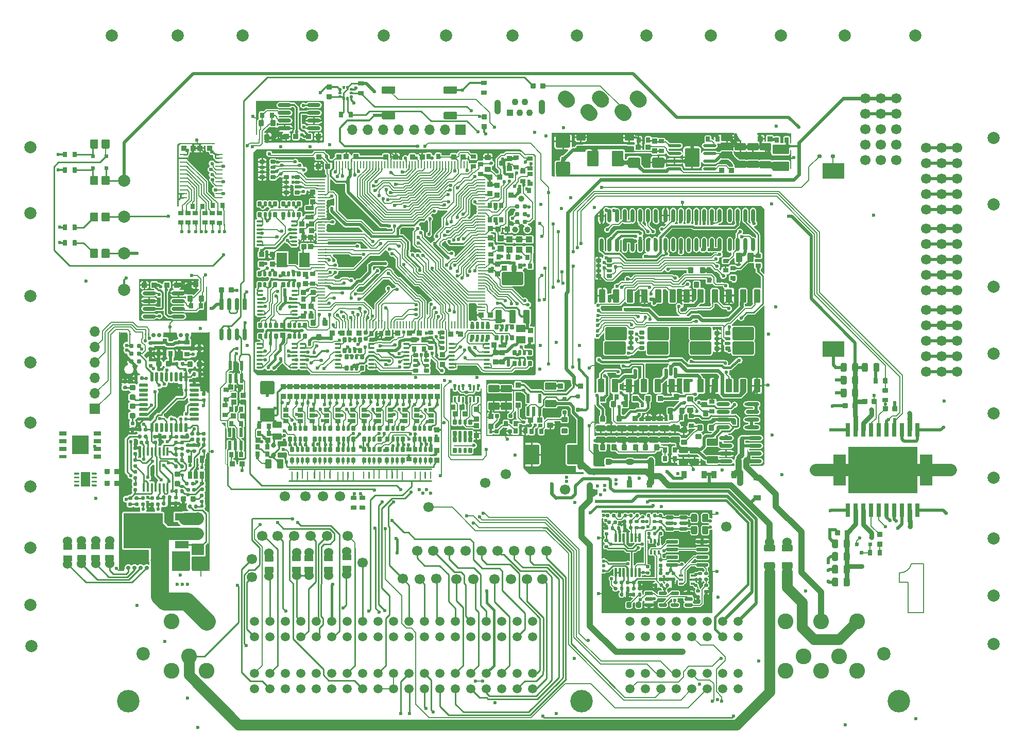
<source format=gtl>
G75*
G70*
%OFA0B0*%
%FSLAX25Y25*%
%IPPOS*%
%LPD*%
%AMOC8*
5,1,8,0,0,1.08239X$1,22.5*
%
%AMM1*
21,1,0.035430,0.030320,0.000000,0.000000,180.000000*
21,1,0.028350,0.037400,0.000000,0.000000,180.000000*
1,1,0.007090,-0.014170,0.015160*
1,1,0.007090,0.014170,0.015160*
1,1,0.007090,0.014170,-0.015160*
1,1,0.007090,-0.014170,-0.015160*
%
%AMM10*
21,1,0.033470,0.026770,0.000000,0.000000,180.000000*
21,1,0.026770,0.033470,0.000000,0.000000,180.000000*
1,1,0.006690,-0.013390,0.013390*
1,1,0.006690,0.013390,0.013390*
1,1,0.006690,0.013390,-0.013390*
1,1,0.006690,-0.013390,-0.013390*
%
%AMM109*
21,1,0.015750,0.009840,0.000000,0.000000,45.000000*
1,1,0.009840,-0.005570,-0.005570*
1,1,0.009840,0.005570,0.005570*
%
%AMM11*
21,1,0.033470,0.026770,0.000000,0.000000,270.000000*
21,1,0.026770,0.033470,0.000000,0.000000,270.000000*
1,1,0.006690,-0.013390,-0.013390*
1,1,0.006690,-0.013390,0.013390*
1,1,0.006690,0.013390,0.013390*
1,1,0.006690,0.013390,-0.013390*
%
%AMM110*
21,1,0.035430,0.030320,0.000000,0.000000,90.000000*
21,1,0.028350,0.037400,0.000000,0.000000,90.000000*
1,1,0.007090,0.015160,0.014170*
1,1,0.007090,0.015160,-0.014170*
1,1,0.007090,-0.015160,-0.014170*
1,1,0.007090,-0.015160,0.014170*
%
%AMM111*
21,1,0.021650,0.052760,0.000000,0.000000,0.000000*
21,1,0.017320,0.057090,0.000000,0.000000,0.000000*
1,1,0.004330,0.008660,-0.026380*
1,1,0.004330,-0.008660,-0.026380*
1,1,0.004330,-0.008660,0.026380*
1,1,0.004330,0.008660,0.026380*
%
%AMM112*
21,1,0.094490,0.111020,0.000000,0.000000,180.000000*
21,1,0.075590,0.129920,0.000000,0.000000,180.000000*
1,1,0.018900,-0.037800,0.055510*
1,1,0.018900,0.037800,0.055510*
1,1,0.018900,0.037800,-0.055510*
1,1,0.018900,-0.037800,-0.055510*
%
%AMM113*
21,1,0.023620,0.018900,0.000000,0.000000,270.000000*
21,1,0.018900,0.023620,0.000000,0.000000,270.000000*
1,1,0.004720,-0.009450,-0.009450*
1,1,0.004720,-0.009450,0.009450*
1,1,0.004720,0.009450,0.009450*
1,1,0.004720,0.009450,-0.009450*
%
%AMM114*
21,1,0.035830,0.026770,0.000000,0.000000,0.000000*
21,1,0.029130,0.033470,0.000000,0.000000,0.000000*
1,1,0.006690,0.014570,-0.013390*
1,1,0.006690,-0.014570,-0.013390*
1,1,0.006690,-0.014570,0.013390*
1,1,0.006690,0.014570,0.013390*
%
%AMM115*
21,1,0.023620,0.018900,0.000000,0.000000,180.000000*
21,1,0.018900,0.023620,0.000000,0.000000,180.000000*
1,1,0.004720,-0.009450,0.009450*
1,1,0.004720,0.009450,0.009450*
1,1,0.004720,0.009450,-0.009450*
1,1,0.004720,-0.009450,-0.009450*
%
%AMM116*
21,1,0.033470,0.026770,0.000000,0.000000,90.000000*
21,1,0.026770,0.033470,0.000000,0.000000,90.000000*
1,1,0.006690,0.013390,0.013390*
1,1,0.006690,0.013390,-0.013390*
1,1,0.006690,-0.013390,-0.013390*
1,1,0.006690,-0.013390,0.013390*
%
%AMM117*
21,1,0.047240,0.015750,0.000000,0.000000,135.000000*
1,1,0.015750,0.016700,-0.016700*
1,1,0.015750,-0.016700,0.016700*
%
%AMM12*
21,1,0.122050,0.075590,0.000000,0.000000,270.000000*
21,1,0.103150,0.094490,0.000000,0.000000,270.000000*
1,1,0.018900,-0.037800,-0.051580*
1,1,0.018900,-0.037800,0.051580*
1,1,0.018900,0.037800,0.051580*
1,1,0.018900,0.037800,-0.051580*
%
%AMM127*
21,1,0.033470,0.026770,-0.000000,0.000000,0.000000*
21,1,0.026770,0.033470,-0.000000,0.000000,0.000000*
1,1,0.006690,0.013390,-0.013390*
1,1,0.006690,-0.013390,-0.013390*
1,1,0.006690,-0.013390,0.013390*
1,1,0.006690,0.013390,0.013390*
%
%AMM128*
21,1,0.021650,0.052760,-0.000000,0.000000,0.000000*
21,1,0.017320,0.057090,-0.000000,0.000000,0.000000*
1,1,0.004330,0.008660,-0.026380*
1,1,0.004330,-0.008660,-0.026380*
1,1,0.004330,-0.008660,0.026380*
1,1,0.004330,0.008660,0.026380*
%
%AMM129*
21,1,0.027560,0.030710,-0.000000,0.000000,270.000000*
21,1,0.022050,0.036220,-0.000000,0.000000,270.000000*
1,1,0.005510,-0.015350,-0.011020*
1,1,0.005510,-0.015350,0.011020*
1,1,0.005510,0.015350,0.011020*
1,1,0.005510,0.015350,-0.011020*
%
%AMM13*
21,1,0.078740,0.053540,0.000000,0.000000,180.000000*
21,1,0.065350,0.066930,0.000000,0.000000,180.000000*
1,1,0.013390,-0.032680,0.026770*
1,1,0.013390,0.032680,0.026770*
1,1,0.013390,0.032680,-0.026770*
1,1,0.013390,-0.032680,-0.026770*
%
%AMM130*
21,1,0.027560,0.030710,-0.000000,0.000000,0.000000*
21,1,0.022050,0.036220,-0.000000,0.000000,0.000000*
1,1,0.005510,0.011020,-0.015350*
1,1,0.005510,-0.011020,-0.015350*
1,1,0.005510,-0.011020,0.015350*
1,1,0.005510,0.011020,0.015350*
%
%AMM139*
21,1,0.035430,0.030320,-0.000000,-0.000000,0.000000*
21,1,0.028350,0.037400,-0.000000,-0.000000,0.000000*
1,1,0.007090,0.014170,-0.015160*
1,1,0.007090,-0.014170,-0.015160*
1,1,0.007090,-0.014170,0.015160*
1,1,0.007090,0.014170,0.015160*
%
%AMM14*
21,1,0.070870,0.036220,0.000000,0.000000,180.000000*
21,1,0.061810,0.045280,0.000000,0.000000,180.000000*
1,1,0.009060,-0.030910,0.018110*
1,1,0.009060,0.030910,0.018110*
1,1,0.009060,0.030910,-0.018110*
1,1,0.009060,-0.030910,-0.018110*
%
%AMM140*
21,1,0.033470,0.026770,-0.000000,-0.000000,180.000000*
21,1,0.026770,0.033470,-0.000000,-0.000000,180.000000*
1,1,0.006690,-0.013390,0.013390*
1,1,0.006690,0.013390,0.013390*
1,1,0.006690,0.013390,-0.013390*
1,1,0.006690,-0.013390,-0.013390*
%
%AMM141*
21,1,0.027560,0.030710,-0.000000,-0.000000,0.000000*
21,1,0.022050,0.036220,-0.000000,-0.000000,0.000000*
1,1,0.005510,0.011020,-0.015350*
1,1,0.005510,-0.011020,-0.015350*
1,1,0.005510,-0.011020,0.015350*
1,1,0.005510,0.011020,0.015350*
%
%AMM15*
21,1,0.086610,0.073230,0.000000,0.000000,90.000000*
21,1,0.069290,0.090550,0.000000,0.000000,90.000000*
1,1,0.017320,0.036610,0.034650*
1,1,0.017320,0.036610,-0.034650*
1,1,0.017320,-0.036610,-0.034650*
1,1,0.017320,-0.036610,0.034650*
%
%AMM16*
21,1,0.027560,0.030710,0.000000,0.000000,90.000000*
21,1,0.022050,0.036220,0.000000,0.000000,90.000000*
1,1,0.005510,0.015350,0.011020*
1,1,0.005510,0.015350,-0.011020*
1,1,0.005510,-0.015350,-0.011020*
1,1,0.005510,-0.015350,0.011020*
%
%AMM163*
21,1,0.012600,0.028980,0.000000,-0.000000,180.000000*
21,1,0.010080,0.031500,0.000000,-0.000000,180.000000*
1,1,0.002520,-0.005040,0.014490*
1,1,0.002520,0.005040,0.014490*
1,1,0.002520,0.005040,-0.014490*
1,1,0.002520,-0.005040,-0.014490*
%
%AMM164*
21,1,0.033470,0.026770,0.000000,-0.000000,90.000000*
21,1,0.026770,0.033470,0.000000,-0.000000,90.000000*
1,1,0.006690,0.013390,0.013390*
1,1,0.006690,0.013390,-0.013390*
1,1,0.006690,-0.013390,-0.013390*
1,1,0.006690,-0.013390,0.013390*
%
%AMM165*
21,1,0.033470,0.026770,0.000000,-0.000000,180.000000*
21,1,0.026770,0.033470,0.000000,-0.000000,180.000000*
1,1,0.006690,-0.013390,0.013390*
1,1,0.006690,0.013390,0.013390*
1,1,0.006690,0.013390,-0.013390*
1,1,0.006690,-0.013390,-0.013390*
%
%AMM166*
21,1,0.025590,0.026380,0.000000,-0.000000,0.000000*
21,1,0.020470,0.031500,0.000000,-0.000000,0.000000*
1,1,0.005120,0.010240,-0.013190*
1,1,0.005120,-0.010240,-0.013190*
1,1,0.005120,-0.010240,0.013190*
1,1,0.005120,0.010240,0.013190*
%
%AMM167*
21,1,0.017720,0.027950,0.000000,-0.000000,0.000000*
21,1,0.014170,0.031500,0.000000,-0.000000,0.000000*
1,1,0.003540,0.007090,-0.013980*
1,1,0.003540,-0.007090,-0.013980*
1,1,0.003540,-0.007090,0.013980*
1,1,0.003540,0.007090,0.013980*
%
%AMM2*
21,1,0.033470,0.026770,0.000000,0.000000,0.000000*
21,1,0.026770,0.033470,0.000000,0.000000,0.000000*
1,1,0.006690,0.013390,-0.013390*
1,1,0.006690,-0.013390,-0.013390*
1,1,0.006690,-0.013390,0.013390*
1,1,0.006690,0.013390,0.013390*
%
%AMM27*
21,1,0.137800,0.067720,0.000000,0.000000,0.000000*
21,1,0.120870,0.084650,0.000000,0.000000,0.000000*
1,1,0.016930,0.060430,-0.033860*
1,1,0.016930,-0.060430,-0.033860*
1,1,0.016930,-0.060430,0.033860*
1,1,0.016930,0.060430,0.033860*
%
%AMM28*
21,1,0.043310,0.075980,0.000000,0.000000,0.000000*
21,1,0.034650,0.084650,0.000000,0.000000,0.000000*
1,1,0.008660,0.017320,-0.037990*
1,1,0.008660,-0.017320,-0.037990*
1,1,0.008660,-0.017320,0.037990*
1,1,0.008660,0.017320,0.037990*
%
%AMM29*
21,1,0.043310,0.075990,0.000000,0.000000,0.000000*
21,1,0.034650,0.084650,0.000000,0.000000,0.000000*
1,1,0.008660,0.017320,-0.037990*
1,1,0.008660,-0.017320,-0.037990*
1,1,0.008660,-0.017320,0.037990*
1,1,0.008660,0.017320,0.037990*
%
%AMM3*
21,1,0.027560,0.030710,0.000000,0.000000,180.000000*
21,1,0.022050,0.036220,0.000000,0.000000,180.000000*
1,1,0.005510,-0.011020,0.015350*
1,1,0.005510,0.011020,0.015350*
1,1,0.005510,0.011020,-0.015350*
1,1,0.005510,-0.011020,-0.015350*
%
%AMM30*
21,1,0.039370,0.035430,0.000000,0.000000,270.000000*
21,1,0.031500,0.043310,0.000000,0.000000,270.000000*
1,1,0.007870,-0.017720,-0.015750*
1,1,0.007870,-0.017720,0.015750*
1,1,0.007870,0.017720,0.015750*
1,1,0.007870,0.017720,-0.015750*
%
%AMM31*
21,1,0.035430,0.030320,0.000000,0.000000,270.000000*
21,1,0.028350,0.037400,0.000000,0.000000,270.000000*
1,1,0.007090,-0.015160,-0.014170*
1,1,0.007090,-0.015160,0.014170*
1,1,0.007090,0.015160,0.014170*
1,1,0.007090,0.015160,-0.014170*
%
%AMM32*
21,1,0.023620,0.030710,0.000000,0.000000,180.000000*
21,1,0.018900,0.035430,0.000000,0.000000,180.000000*
1,1,0.004720,-0.009450,0.015350*
1,1,0.004720,0.009450,0.015350*
1,1,0.004720,0.009450,-0.015350*
1,1,0.004720,-0.009450,-0.015350*
%
%AMM33*
21,1,0.025590,0.026380,0.000000,0.000000,0.000000*
21,1,0.020470,0.031500,0.000000,0.000000,0.000000*
1,1,0.005120,0.010240,-0.013190*
1,1,0.005120,-0.010240,-0.013190*
1,1,0.005120,-0.010240,0.013190*
1,1,0.005120,0.010240,0.013190*
%
%AMM34*
21,1,0.017720,0.027950,0.000000,0.000000,0.000000*
21,1,0.014170,0.031500,0.000000,0.000000,0.000000*
1,1,0.003540,0.007090,-0.013980*
1,1,0.003540,-0.007090,-0.013980*
1,1,0.003540,-0.007090,0.013980*
1,1,0.003540,0.007090,0.013980*
%
%AMM35*
21,1,0.035830,0.026770,0.000000,0.000000,270.000000*
21,1,0.029130,0.033470,0.000000,0.000000,270.000000*
1,1,0.006690,-0.013390,-0.014570*
1,1,0.006690,-0.013390,0.014570*
1,1,0.006690,0.013390,0.014570*
1,1,0.006690,0.013390,-0.014570*
%
%AMM36*
21,1,0.025590,0.026380,0.000000,0.000000,270.000000*
21,1,0.020470,0.031500,0.000000,0.000000,270.000000*
1,1,0.005120,-0.013190,-0.010240*
1,1,0.005120,-0.013190,0.010240*
1,1,0.005120,0.013190,0.010240*
1,1,0.005120,0.013190,-0.010240*
%
%AMM37*
21,1,0.017720,0.027950,0.000000,0.000000,270.000000*
21,1,0.014170,0.031500,0.000000,0.000000,270.000000*
1,1,0.003540,-0.013980,-0.007090*
1,1,0.003540,-0.013980,0.007090*
1,1,0.003540,0.013980,0.007090*
1,1,0.003540,0.013980,-0.007090*
%
%AMM38*
21,1,0.027560,0.049610,0.000000,0.000000,270.000000*
21,1,0.022050,0.055120,0.000000,0.000000,270.000000*
1,1,0.005510,-0.024800,-0.011020*
1,1,0.005510,-0.024800,0.011020*
1,1,0.005510,0.024800,0.011020*
1,1,0.005510,0.024800,-0.011020*
%
%AMM39*
21,1,0.027560,0.018900,0.000000,0.000000,180.000000*
21,1,0.022840,0.023620,0.000000,0.000000,180.000000*
1,1,0.004720,-0.011420,0.009450*
1,1,0.004720,0.011420,0.009450*
1,1,0.004720,0.011420,-0.009450*
1,1,0.004720,-0.011420,-0.009450*
%
%AMM40*
21,1,0.035830,0.026770,0.000000,0.000000,180.000000*
21,1,0.029130,0.033470,0.000000,0.000000,180.000000*
1,1,0.006690,-0.014570,0.013390*
1,1,0.006690,0.014570,0.013390*
1,1,0.006690,0.014570,-0.013390*
1,1,0.006690,-0.014570,-0.013390*
%
%AMM41*
21,1,0.009840,0.017720,0.000000,0.000000,180.000000*
21,1,0.000000,0.027560,0.000000,0.000000,180.000000*
1,1,0.009840,0.000000,0.008860*
1,1,0.009840,0.000000,0.008860*
1,1,0.009840,0.000000,-0.008860*
1,1,0.009840,0.000000,-0.008860*
%
%AMM42*
21,1,0.007870,1.416930,0.000000,0.000000,180.000000*
21,1,0.000000,1.424800,0.000000,0.000000,180.000000*
1,1,0.007870,0.000000,0.708470*
1,1,0.007870,0.000000,0.708470*
1,1,0.007870,0.000000,-0.708470*
1,1,0.007870,0.000000,-0.708470*
%
%AMM43*
21,1,0.007870,1.787400,0.000000,0.000000,270.000000*
21,1,0.000000,1.795280,0.000000,0.000000,270.000000*
1,1,0.007870,-0.893700,0.000000*
1,1,0.007870,-0.893700,0.000000*
1,1,0.007870,0.893700,0.000000*
1,1,0.007870,0.893700,0.000000*
%
%AMM44*
21,1,0.007870,1.405510,0.000000,0.000000,180.000000*
21,1,0.000000,1.413390,0.000000,0.000000,180.000000*
1,1,0.007870,0.000000,0.702760*
1,1,0.007870,0.000000,0.702760*
1,1,0.007870,0.000000,-0.702760*
1,1,0.007870,0.000000,-0.702760*
%
%AMM45*
21,1,0.007870,1.704720,0.000000,0.000000,270.000000*
21,1,0.000000,1.712600,0.000000,0.000000,270.000000*
1,1,0.007870,-0.852360,0.000000*
1,1,0.007870,-0.852360,0.000000*
1,1,0.007870,0.852360,0.000000*
1,1,0.007870,0.852360,0.000000*
%
%AMM46*
21,1,0.007870,0.023620,0.000000,0.000000,315.000000*
21,1,0.000000,0.031500,0.000000,0.000000,315.000000*
1,1,0.007870,-0.008350,-0.008350*
1,1,0.007870,-0.008350,-0.008350*
1,1,0.007870,0.008350,0.008350*
1,1,0.007870,0.008350,0.008350*
%
%AMM47*
21,1,0.007870,0.055120,0.000000,0.000000,270.000000*
21,1,0.000000,0.062990,0.000000,0.000000,270.000000*
1,1,0.007870,-0.027560,0.000000*
1,1,0.007870,-0.027560,0.000000*
1,1,0.007870,0.027560,0.000000*
1,1,0.007870,0.027560,0.000000*
%
%AMM48*
21,1,0.007870,0.039370,0.000000,0.000000,45.000000*
21,1,0.000000,0.047240,0.000000,0.000000,45.000000*
1,1,0.007870,0.013920,-0.013920*
1,1,0.007870,0.013920,-0.013920*
1,1,0.007870,-0.013920,0.013920*
1,1,0.007870,-0.013920,0.013920*
%
%AMM49*
21,1,0.007870,0.013780,0.000000,0.000000,45.000000*
21,1,0.000000,0.021650,0.000000,0.000000,45.000000*
1,1,0.007870,0.004870,-0.004870*
1,1,0.007870,0.004870,-0.004870*
1,1,0.007870,-0.004870,0.004870*
1,1,0.007870,-0.004870,0.004870*
%
%AMM50*
21,1,0.007870,0.014960,0.000000,0.000000,135.000000*
21,1,0.000000,0.022840,0.000000,0.000000,135.000000*
1,1,0.007870,0.005290,0.005290*
1,1,0.007870,0.005290,0.005290*
1,1,0.007870,-0.005290,-0.005290*
1,1,0.007870,-0.005290,-0.005290*
%
%AMM51*
21,1,0.007870,0.029130,0.000000,0.000000,225.000000*
21,1,0.000000,0.037010,0.000000,0.000000,225.000000*
1,1,0.007870,-0.010300,0.010300*
1,1,0.007870,-0.010300,0.010300*
1,1,0.007870,0.010300,-0.010300*
1,1,0.007870,0.010300,-0.010300*
%
%AMM7*
21,1,0.039370,0.049210,0.000000,0.000000,90.000000*
21,1,0.031500,0.057090,0.000000,0.000000,90.000000*
1,1,0.007870,0.024610,0.015750*
1,1,0.007870,0.024610,-0.015750*
1,1,0.007870,-0.024610,-0.015750*
1,1,0.007870,-0.024610,0.015750*
%
%AMM72*
21,1,0.035430,0.050000,0.000000,0.000000,270.000000*
21,1,0.028350,0.057090,0.000000,0.000000,270.000000*
1,1,0.007090,-0.025000,-0.014170*
1,1,0.007090,-0.025000,0.014170*
1,1,0.007090,0.025000,0.014170*
1,1,0.007090,0.025000,-0.014170*
%
%AMM73*
21,1,0.086610,0.073230,0.000000,0.000000,270.000000*
21,1,0.069290,0.090550,0.000000,0.000000,270.000000*
1,1,0.017320,-0.036610,-0.034650*
1,1,0.017320,-0.036610,0.034650*
1,1,0.017320,0.036610,0.034650*
1,1,0.017320,0.036610,-0.034650*
%
%AMM74*
21,1,0.039370,0.049210,0.000000,0.000000,180.000000*
21,1,0.031500,0.057090,0.000000,0.000000,180.000000*
1,1,0.007870,-0.015750,0.024610*
1,1,0.007870,0.015750,0.024610*
1,1,0.007870,0.015750,-0.024610*
1,1,0.007870,-0.015750,-0.024610*
%
%AMM75*
21,1,0.023620,0.030710,0.000000,0.000000,90.000000*
21,1,0.018900,0.035430,0.000000,0.000000,90.000000*
1,1,0.004720,0.015350,0.009450*
1,1,0.004720,0.015350,-0.009450*
1,1,0.004720,-0.015350,-0.009450*
1,1,0.004720,-0.015350,0.009450*
%
%AMM76*
21,1,0.027560,0.030710,0.000000,0.000000,0.000000*
21,1,0.022050,0.036220,0.000000,0.000000,0.000000*
1,1,0.005510,0.011020,-0.015350*
1,1,0.005510,-0.011020,-0.015350*
1,1,0.005510,-0.011020,0.015350*
1,1,0.005510,0.011020,0.015350*
%
%AMM77*
21,1,0.007870,0.503940,0.000000,0.000000,180.000000*
21,1,0.000000,0.511810,0.000000,0.000000,180.000000*
1,1,0.007870,0.000000,0.251970*
1,1,0.007870,0.000000,0.251970*
1,1,0.007870,0.000000,-0.251970*
1,1,0.007870,0.000000,-0.251970*
%
%AMM78*
21,1,0.009840,0.919290,0.000000,0.000000,270.000000*
21,1,0.000000,0.929130,0.000000,0.000000,270.000000*
1,1,0.009840,-0.459650,0.000000*
1,1,0.009840,-0.459650,0.000000*
1,1,0.009840,0.459650,0.000000*
1,1,0.009840,0.459650,0.000000*
%
%AMM79*
21,1,0.007870,0.041340,0.000000,0.000000,0.000000*
21,1,0.000000,0.049210,0.000000,0.000000,0.000000*
1,1,0.007870,0.000000,-0.020670*
1,1,0.007870,0.000000,-0.020670*
1,1,0.007870,0.000000,0.020670*
1,1,0.007870,0.000000,0.020670*
%
%AMM8*
21,1,0.106300,0.050390,0.000000,0.000000,0.000000*
21,1,0.093700,0.062990,0.000000,0.000000,0.000000*
1,1,0.012600,0.046850,-0.025200*
1,1,0.012600,-0.046850,-0.025200*
1,1,0.012600,-0.046850,0.025200*
1,1,0.012600,0.046850,0.025200*
%
%AMM86*
21,1,0.027560,0.030710,0.000000,0.000000,270.000000*
21,1,0.022050,0.036220,0.000000,0.000000,270.000000*
1,1,0.005510,-0.015350,-0.011020*
1,1,0.005510,-0.015350,0.011020*
1,1,0.005510,0.015350,0.011020*
1,1,0.005510,0.015350,-0.011020*
%
%AMM89*
21,1,0.035430,0.030320,0.000000,0.000000,0.000000*
21,1,0.028350,0.037400,0.000000,0.000000,0.000000*
1,1,0.007090,0.014170,-0.015160*
1,1,0.007090,-0.014170,-0.015160*
1,1,0.007090,-0.014170,0.015160*
1,1,0.007090,0.014170,0.015160*
%
%AMM9*
21,1,0.074800,0.083460,0.000000,0.000000,180.000000*
21,1,0.059840,0.098430,0.000000,0.000000,180.000000*
1,1,0.014960,-0.029920,0.041730*
1,1,0.014960,0.029920,0.041730*
1,1,0.014960,0.029920,-0.041730*
1,1,0.014960,-0.029920,-0.041730*
%
%AMM90*
21,1,0.070870,0.036220,0.000000,0.000000,0.000000*
21,1,0.061810,0.045280,0.000000,0.000000,0.000000*
1,1,0.009060,0.030910,-0.018110*
1,1,0.009060,-0.030910,-0.018110*
1,1,0.009060,-0.030910,0.018110*
1,1,0.009060,0.030910,0.018110*
%
%AMM91*
21,1,0.043310,0.075980,0.000000,0.000000,180.000000*
21,1,0.034650,0.084650,0.000000,0.000000,180.000000*
1,1,0.008660,-0.017320,0.037990*
1,1,0.008660,0.017320,0.037990*
1,1,0.008660,0.017320,-0.037990*
1,1,0.008660,-0.017320,-0.037990*
%
%AMM92*
21,1,0.043310,0.075990,0.000000,0.000000,180.000000*
21,1,0.034650,0.084650,0.000000,0.000000,180.000000*
1,1,0.008660,-0.017320,0.037990*
1,1,0.008660,0.017320,0.037990*
1,1,0.008660,0.017320,-0.037990*
1,1,0.008660,-0.017320,-0.037990*
%
%AMM93*
21,1,0.137800,0.067720,0.000000,0.000000,180.000000*
21,1,0.120870,0.084650,0.000000,0.000000,180.000000*
1,1,0.016930,-0.060430,0.033860*
1,1,0.016930,0.060430,0.033860*
1,1,0.016930,0.060430,-0.033860*
1,1,0.016930,-0.060430,-0.033860*
%
%AMM94*
21,1,0.025590,0.026380,0.000000,0.000000,90.000000*
21,1,0.020470,0.031500,0.000000,0.000000,90.000000*
1,1,0.005120,0.013190,0.010240*
1,1,0.005120,0.013190,-0.010240*
1,1,0.005120,-0.013190,-0.010240*
1,1,0.005120,-0.013190,0.010240*
%
%AMM95*
21,1,0.017720,0.027950,0.000000,0.000000,90.000000*
21,1,0.014170,0.031500,0.000000,0.000000,90.000000*
1,1,0.003540,0.013980,0.007090*
1,1,0.003540,0.013980,-0.007090*
1,1,0.003540,-0.013980,-0.007090*
1,1,0.003540,-0.013980,0.007090*
%
%AMM96*
21,1,0.035830,0.026770,0.000000,0.000000,90.000000*
21,1,0.029130,0.033470,0.000000,0.000000,90.000000*
1,1,0.006690,0.013390,0.014570*
1,1,0.006690,0.013390,-0.014570*
1,1,0.006690,-0.013390,-0.014570*
1,1,0.006690,-0.013390,0.014570*
%
%AMM97*
21,1,0.003940,0.007870,0.000000,0.000000,135.000000*
1,1,0.007870,0.001390,-0.001390*
1,1,0.007870,-0.001390,0.001390*
%
%AMM98*
21,1,0.087800,0.007870,0.000000,0.000000,45.000000*
1,1,0.007870,-0.031040,-0.031040*
1,1,0.007870,0.031040,0.031040*
%
%AMM99*
21,1,0.031500,0.007870,0.000000,0.000000,315.000000*
1,1,0.007870,-0.011140,0.011140*
1,1,0.007870,0.011140,-0.011140*
%
%ADD10C,0.00787*%
%ADD103C,0.00800*%
%ADD11C,0.14567*%
%ADD118M1*%
%ADD119O,0.08661X0.02362*%
%ADD12C,0.08661*%
%ADD120M2*%
%ADD121M3*%
%ADD122O,0.01968X0.00984*%
%ADD123O,0.00984X0.01968*%
%ADD13C,0.10236*%
%ADD131C,0.01968*%
%ADD132M7*%
%ADD133M8*%
%ADD134M9*%
%ADD135M10*%
%ADD136M11*%
%ADD137O,0.08661X0.01968*%
%ADD138M12*%
%ADD139M13*%
%ADD14C,0.05906*%
%ADD140M14*%
%ADD141M15*%
%ADD142M16*%
%ADD143O,0.01968X0.03937*%
%ADD144O,0.01968X0.11811*%
%ADD145O,0.01575X0.28347*%
%ADD146O,0.03937X0.01968*%
%ADD15C,0.06693*%
%ADD16C,0.02362*%
%ADD160M27*%
%ADD161M28*%
%ADD162M29*%
%ADD163O,0.04331X0.01181*%
%ADD164O,0.05118X0.00866*%
%ADD165O,0.00866X0.05118*%
%ADD166M30*%
%ADD167R,0.05906X0.05118*%
%ADD168M31*%
%ADD169R,0.06693X0.09449*%
%ADD17R,0.71654X0.00984*%
%ADD170M32*%
%ADD171M33*%
%ADD172M34*%
%ADD173M35*%
%ADD174M36*%
%ADD175M37*%
%ADD176M38*%
%ADD177M39*%
%ADD178M40*%
%ADD179M41*%
%ADD18R,0.00984X0.53740*%
%ADD180M42*%
%ADD181M43*%
%ADD182M44*%
%ADD183M45*%
%ADD184M46*%
%ADD185M47*%
%ADD186M48*%
%ADD187M49*%
%ADD188M50*%
%ADD189M51*%
%ADD19R,0.00984X0.25591*%
%ADD190R,0.01968X0.01968*%
%ADD191C,0.03100*%
%ADD192C,0.03900*%
%ADD20R,0.00984X0.25394*%
%ADD21R,0.00984X0.01378*%
%ADD22R,0.00984X0.04921*%
%ADD221M72*%
%ADD222M73*%
%ADD223M74*%
%ADD224M75*%
%ADD225M76*%
%ADD226M77*%
%ADD227M78*%
%ADD228M79*%
%ADD23O,0.01969X0.00984*%
%ADD237M86*%
%ADD24O,0.00787X0.22323*%
%ADD240M89*%
%ADD241M90*%
%ADD242M91*%
%ADD243M92*%
%ADD244M93*%
%ADD245M94*%
%ADD246M95*%
%ADD247O,0.02362X0.08661*%
%ADD248M96*%
%ADD249M97*%
%ADD25O,0.38583X0.01575*%
%ADD250M98*%
%ADD251M99*%
%ADD26O,0.00787X0.26772*%
%ADD269O,0.04961X0.00984*%
%ADD27O,0.43701X0.00787*%
%ADD270M109*%
%ADD271O,0.00984X0.40158*%
%ADD274M110*%
%ADD275M111*%
%ADD276M112*%
%ADD277M113*%
%ADD278M114*%
%ADD279M115*%
%ADD28O,0.00984X0.01969*%
%ADD280M116*%
%ADD281O,0.03937X0.34429*%
%ADD282O,0.00787X0.36221*%
%ADD283O,0.00787X0.01968*%
%ADD284M117*%
%ADD29R,0.06299X0.09449*%
%ADD295R,0.03543X0.03150*%
%ADD298R,0.03150X0.03543*%
%ADD30O,0.22835X0.00984*%
%ADD31O,0.00984X0.40157*%
%ADD312R,0.02559X0.01575*%
%ADD313R,0.01575X0.02559*%
%ADD32O,0.00787X0.01575*%
%ADD320M127*%
%ADD321M128*%
%ADD322M129*%
%ADD323M130*%
%ADD328R,0.08661X0.04724*%
%ADD329R,0.25197X0.22835*%
%ADD33O,0.00787X0.56693*%
%ADD330R,0.01772X0.05709*%
%ADD331R,0.02559X0.04803*%
%ADD332R,0.07874X0.07500*%
%ADD333O,0.07874X0.07500*%
%ADD337O,0.00787X0.43701*%
%ADD34O,0.06693X0.00787*%
%ADD343M139*%
%ADD344M140*%
%ADD345M141*%
%ADD35O,0.44587X0.00787*%
%ADD359O,0.00787X0.03740*%
%ADD36O,0.00787X1.01772*%
%ADD360O,0.13780X0.00787*%
%ADD361O,0.20079X0.00787*%
%ADD37O,0.00787X0.14173*%
%ADD376M163*%
%ADD377M164*%
%ADD378M165*%
%ADD379M166*%
%ADD38O,0.00787X0.34744*%
%ADD380M167*%
%ADD39O,0.00787X0.16339*%
%ADD40O,1.01181X0.00787*%
%ADD41O,0.00787X0.16732*%
%ADD42O,0.03937X0.05906*%
%ADD43O,0.03150X0.02362*%
%ADD44C,0.02756*%
%ADD45C,0.11811*%
%ADD46R,0.11811X0.00984*%
%ADD47R,0.08858X0.00984*%
%ADD48R,0.11614X0.00984*%
%ADD49R,0.12205X0.00984*%
%ADD50R,0.05709X0.00984*%
%ADD51R,0.00984X1.54528*%
%ADD52R,0.03740X0.00984*%
%ADD53C,0.06000*%
%ADD54R,0.05157X0.02559*%
%ADD55R,0.05157X0.02362*%
%ADD56R,0.05217X0.05906*%
%ADD57R,0.04724X0.03543*%
%ADD58C,0.07874*%
%ADD59R,0.03150X0.08661*%
%ADD60R,0.08000X0.20000*%
%ADD61C,0.05118*%
%ADD62R,0.45000X0.30000*%
%ADD63R,0.14173X0.10236*%
%ADD64R,0.03543X0.04724*%
%ADD65R,0.06693X0.06693*%
%ADD66O,0.06693X0.06693*%
%ADD67O,0.03937X0.01969*%
%ADD68O,0.01575X0.28346*%
%ADD69O,0.19685X0.01575*%
%ADD70O,0.00787X0.12205*%
%ADD71O,1.18110X0.01575*%
%ADD72O,0.01969X0.11811*%
%ADD73O,1.39370X0.01575*%
%ADD74R,0.04331X0.04331*%
%ADD75C,0.04331*%
%ADD76O,0.04331X0.09449*%
%ADD77O,0.03937X0.34428*%
%ADD78O,0.00787X0.36220*%
%ADD79O,0.25591X0.00787*%
%ADD80O,0.54331X0.00787*%
%ADD81O,0.01575X0.21260*%
%ADD82O,0.35433X0.01575*%
%ADD83O,0.00787X0.01969*%
%ADD84C,0.03150*%
%ADD85C,0.01575*%
%ADD86C,0.01000*%
%ADD87C,0.01969*%
%ADD88C,0.01181*%
%ADD89C,0.07000*%
%ADD90C,0.03937*%
%ADD96C,0.00984*%
X0000000Y0000000D02*
%LPD*%
G01*
D10*
X0572441Y0098720D02*
X0572441Y0104626D01*
X0578346Y0098720D02*
X0578346Y0079035D01*
X0572441Y0098720D02*
X0578346Y0098720D01*
X0588189Y0110531D02*
X0580315Y0110531D01*
X0588189Y0079035D02*
X0588189Y0110531D01*
X0578346Y0079035D02*
X0588189Y0079035D01*
X0580315Y0110531D02*
G75*
G02*
X0572441Y0104626I-007565J0001885D01*
G01*
D11*
X0572236Y0021622D03*
X0073417Y0021622D03*
X0366724Y0021622D03*
D12*
X0562591Y0052331D03*
X0083063Y0052331D03*
D13*
X0101370Y0041307D03*
X0124205Y0041307D03*
X0112787Y0050480D03*
X0101370Y0073315D03*
X0124205Y0073315D03*
D14*
X0335307Y0073315D03*
X0325307Y0073315D03*
X0315307Y0073315D03*
X0305307Y0073315D03*
X0295307Y0073315D03*
X0285307Y0073315D03*
X0275307Y0073315D03*
X0265307Y0073315D03*
X0255307Y0073315D03*
X0245307Y0073315D03*
X0235307Y0073315D03*
X0225307Y0073315D03*
X0215307Y0073315D03*
X0205307Y0073315D03*
X0195307Y0073315D03*
X0185307Y0073315D03*
X0175307Y0073315D03*
X0165307Y0073315D03*
X0155307Y0073315D03*
X0335307Y0063315D03*
X0325307Y0063315D03*
X0315307Y0063315D03*
X0305307Y0063315D03*
X0295307Y0063315D03*
X0285307Y0063315D03*
X0275307Y0063315D03*
X0265307Y0063315D03*
X0255307Y0063315D03*
X0245307Y0063315D03*
X0235307Y0063315D03*
X0225307Y0063315D03*
X0215307Y0063315D03*
X0205307Y0063315D03*
X0195307Y0063315D03*
X0185307Y0063315D03*
X0175307Y0063315D03*
X0165307Y0063315D03*
X0155307Y0063315D03*
X0335307Y0039496D03*
X0325307Y0039496D03*
X0315307Y0039496D03*
X0305307Y0039496D03*
X0295307Y0039496D03*
X0285307Y0039496D03*
X0275307Y0039496D03*
X0265307Y0039496D03*
X0255307Y0039496D03*
X0245307Y0039496D03*
X0235307Y0039496D03*
X0225307Y0039496D03*
X0215307Y0039496D03*
X0205307Y0039496D03*
X0195307Y0039496D03*
X0185307Y0039496D03*
X0175307Y0039496D03*
X0165307Y0039496D03*
X0155307Y0039496D03*
X0335307Y0029496D03*
X0325307Y0029496D03*
X0315307Y0029496D03*
X0305307Y0029496D03*
X0295307Y0029496D03*
X0285307Y0029496D03*
X0275307Y0029496D03*
X0265307Y0029496D03*
X0255307Y0029496D03*
X0245307Y0029496D03*
X0235307Y0029496D03*
X0225307Y0029496D03*
X0215307Y0029496D03*
X0205307Y0029496D03*
X0195307Y0029496D03*
X0185307Y0029496D03*
X0175307Y0029496D03*
X0165307Y0029496D03*
X0155307Y0029496D03*
X0398181Y0029496D03*
X0408181Y0029496D03*
X0418181Y0029496D03*
X0428181Y0029496D03*
X0438181Y0029496D03*
X0448181Y0029496D03*
X0458181Y0029496D03*
X0468181Y0029496D03*
X0398181Y0039496D03*
X0408181Y0039496D03*
X0418181Y0039496D03*
X0428181Y0039496D03*
X0438181Y0039496D03*
X0448181Y0039496D03*
X0458181Y0039496D03*
X0468181Y0039496D03*
X0398181Y0063315D03*
X0408181Y0063315D03*
X0418181Y0063315D03*
X0428181Y0063315D03*
X0438181Y0063315D03*
X0448181Y0063315D03*
X0458181Y0063315D03*
X0468181Y0063315D03*
X0398181Y0073315D03*
X0408181Y0073315D03*
X0418181Y0073315D03*
X0428181Y0073315D03*
X0438181Y0073315D03*
X0448181Y0073315D03*
X0458181Y0073315D03*
X0468181Y0073315D03*
D13*
X0499008Y0041307D03*
X0521843Y0041307D03*
X0545071Y0041307D03*
X0510425Y0050480D03*
X0533654Y0050480D03*
X0499008Y0073315D03*
X0521843Y0073315D03*
X0545071Y0073315D03*
G36*
G01*
X0336577Y0374319D02*
X0335603Y0375293D01*
G75*
G02*
X0335603Y0375850I0000278J0000278D01*
G01*
X0335603Y0375850D01*
G75*
G02*
X0336159Y0375850I0000278J-000278D01*
G01*
X0337134Y0374875D01*
G75*
G02*
X0337134Y0374319I-000278J-000278D01*
G01*
X0337134Y0374319D01*
G75*
G02*
X0336577Y0374319I-000278J0000278D01*
G01*
G37*
G36*
G01*
X0155351Y0235300D02*
X0157411Y0233240D01*
G75*
G02*
X0157411Y0232683I-000278J-000278D01*
G01*
X0157411Y0232683D01*
G75*
G02*
X0156854Y0232683I-000278J0000278D01*
G01*
X0154794Y0234743D01*
G75*
G02*
X0154794Y0235300I0000278J0000278D01*
G01*
X0154794Y0235300D01*
G75*
G02*
X0155351Y0235300I0000278J-000278D01*
G01*
G37*
G36*
G01*
X0330266Y0375970D02*
X0335778Y0375970D01*
G75*
G02*
X0336171Y0375576I0000000J-000394D01*
G01*
X0336171Y0375576D01*
G75*
G02*
X0335778Y0375183I-000394J0000000D01*
G01*
X0330266Y0375183D01*
G75*
G02*
X0329872Y0375576I0000000J0000394D01*
G01*
X0329872Y0375576D01*
G75*
G02*
X0330266Y0375970I0000394J0000000D01*
G01*
G37*
G36*
G01*
X0155463Y0376726D02*
X0155463Y0235033D01*
G75*
G02*
X0155069Y0234640I-000394J0000000D01*
G01*
X0155069Y0234640D01*
G75*
G02*
X0154675Y0235033I0000000J0000394D01*
G01*
X0154675Y0376726D01*
G75*
G02*
X0155069Y0377120I0000394J0000000D01*
G01*
X0155069Y0377120D01*
G75*
G02*
X0155463Y0376726I0000000J-000394D01*
G01*
G37*
G36*
G01*
X0329854Y0375333D02*
X0327070Y0378117D01*
G75*
G02*
X0327070Y0378674I0000278J0000278D01*
G01*
X0327070Y0378674D01*
G75*
G02*
X0327627Y0378674I0000278J-000278D01*
G01*
X0330411Y0375890D01*
G75*
G02*
X0330411Y0375333I-000278J-000278D01*
G01*
X0330411Y0375333D01*
G75*
G02*
X0329854Y0375333I-000278J0000278D01*
G01*
G37*
G36*
G01*
X0337254Y0374592D02*
X0337254Y0234041D01*
G75*
G02*
X0336860Y0233647I-000394J0000000D01*
G01*
X0336860Y0233647D01*
G75*
G02*
X0336467Y0234041I0000000J0000394D01*
G01*
X0336467Y0374592D01*
G75*
G02*
X0336860Y0374986I0000394J0000000D01*
G01*
X0336860Y0374986D01*
G75*
G02*
X0337254Y0374592I0000000J-000394D01*
G01*
G37*
G36*
G01*
X0337126Y0233750D02*
X0336068Y0232692D01*
G75*
G02*
X0335512Y0232692I-000278J0000278D01*
G01*
X0335512Y0232692D01*
G75*
G02*
X0335512Y0233249I0000278J0000278D01*
G01*
X0336569Y0234307D01*
G75*
G02*
X0337126Y0234307I0000278J-000278D01*
G01*
X0337126Y0234307D01*
G75*
G02*
X0337126Y0233750I-000278J-000278D01*
G01*
G37*
G36*
G01*
X0297805Y0234828D02*
X0297805Y0233057D01*
G75*
G02*
X0297313Y0232564I-000492J0000000D01*
G01*
X0297313Y0232564D01*
G75*
G02*
X0296821Y0233057I0000000J0000492D01*
G01*
X0296821Y0234828D01*
G75*
G02*
X0297313Y0235320I0000492J0000000D01*
G01*
X0297313Y0235320D01*
G75*
G02*
X0297805Y0234828I0000000J-000492D01*
G01*
G37*
G36*
G01*
X0154803Y0377026D02*
X0156474Y0378696D01*
G75*
G02*
X0157031Y0378696I0000278J-000278D01*
G01*
X0157031Y0378696D01*
G75*
G02*
X0157031Y0378139I-000278J-000278D01*
G01*
X0155360Y0376469D01*
G75*
G02*
X0154803Y0376469I-000278J0000278D01*
G01*
X0154803Y0376469D01*
G75*
G02*
X0154803Y0377026I0000278J0000278D01*
G01*
G37*
G36*
G01*
X0157136Y0233352D02*
X0335876Y0233352D01*
G75*
G02*
X0336270Y0232958I0000000J-000394D01*
G01*
X0336270Y0232958D01*
G75*
G02*
X0335876Y0232564I-000394J0000000D01*
G01*
X0157136Y0232564D01*
G75*
G02*
X0156742Y0232958I0000000J0000394D01*
G01*
X0156742Y0232958D01*
G75*
G02*
X0157136Y0233352I0000394J0000000D01*
G01*
G37*
G36*
G01*
X0156803Y0378824D02*
X0327275Y0378824D01*
G75*
G02*
X0327669Y0378431I0000000J-000394D01*
G01*
X0327669Y0378431D01*
G75*
G02*
X0327275Y0378037I-000394J0000000D01*
G01*
X0156803Y0378037D01*
G75*
G02*
X0156409Y0378431I0000000J0000394D01*
G01*
X0156409Y0378431D01*
G75*
G02*
X0156803Y0378824I0000394J0000000D01*
G01*
G37*
G36*
G01*
X0134429Y0255315D02*
X0133248Y0255315D01*
G75*
G02*
X0132657Y0255906I0000000J0000591D01*
G01*
X0132657Y0262402D01*
G75*
G02*
X0133248Y0262992I0000591J0000000D01*
G01*
X0134429Y0262992D01*
G75*
G02*
X0135020Y0262402I0000000J-000591D01*
G01*
X0135020Y0255906D01*
G75*
G02*
X0134429Y0255315I-000591J0000000D01*
G01*
G37*
G36*
G01*
X0139429Y0255315D02*
X0138248Y0255315D01*
G75*
G02*
X0137657Y0255906I0000000J0000591D01*
G01*
X0137657Y0262402D01*
G75*
G02*
X0138248Y0262992I0000591J0000000D01*
G01*
X0139429Y0262992D01*
G75*
G02*
X0140020Y0262402I0000000J-000591D01*
G01*
X0140020Y0255906D01*
G75*
G02*
X0139429Y0255315I-000591J0000000D01*
G01*
G37*
G36*
G01*
X0144429Y0255315D02*
X0143248Y0255315D01*
G75*
G02*
X0142657Y0255906I0000000J0000591D01*
G01*
X0142657Y0262402D01*
G75*
G02*
X0143248Y0262992I0000591J0000000D01*
G01*
X0144429Y0262992D01*
G75*
G02*
X0145020Y0262402I0000000J-000591D01*
G01*
X0145020Y0255906D01*
G75*
G02*
X0144429Y0255315I-000591J0000000D01*
G01*
G37*
G36*
G01*
X0149429Y0255315D02*
X0148248Y0255315D01*
G75*
G02*
X0147657Y0255906I0000000J0000591D01*
G01*
X0147657Y0262402D01*
G75*
G02*
X0148248Y0262992I0000591J0000000D01*
G01*
X0149429Y0262992D01*
G75*
G02*
X0150020Y0262402I0000000J-000591D01*
G01*
X0150020Y0255906D01*
G75*
G02*
X0149429Y0255315I-000591J0000000D01*
G01*
G37*
G36*
G01*
X0149429Y0274803D02*
X0148248Y0274803D01*
G75*
G02*
X0147657Y0275394I0000000J0000591D01*
G01*
X0147657Y0281890D01*
G75*
G02*
X0148248Y0282480I0000591J0000000D01*
G01*
X0149429Y0282480D01*
G75*
G02*
X0150020Y0281890I0000000J-000591D01*
G01*
X0150020Y0275394D01*
G75*
G02*
X0149429Y0274803I-000591J0000000D01*
G01*
G37*
G36*
G01*
X0144429Y0274803D02*
X0143248Y0274803D01*
G75*
G02*
X0142657Y0275394I0000000J0000591D01*
G01*
X0142657Y0281890D01*
G75*
G02*
X0143248Y0282480I0000591J0000000D01*
G01*
X0144429Y0282480D01*
G75*
G02*
X0145020Y0281890I0000000J-000591D01*
G01*
X0145020Y0275394D01*
G75*
G02*
X0144429Y0274803I-000591J0000000D01*
G01*
G37*
G36*
G01*
X0139429Y0274803D02*
X0138248Y0274803D01*
G75*
G02*
X0137657Y0275394I0000000J0000591D01*
G01*
X0137657Y0281890D01*
G75*
G02*
X0138248Y0282480I0000591J0000000D01*
G01*
X0139429Y0282480D01*
G75*
G02*
X0140020Y0281890I0000000J-000591D01*
G01*
X0140020Y0275394D01*
G75*
G02*
X0139429Y0274803I-000591J0000000D01*
G01*
G37*
G36*
G01*
X0134429Y0274803D02*
X0133248Y0274803D01*
G75*
G02*
X0132657Y0275394I0000000J0000591D01*
G01*
X0132657Y0281890D01*
G75*
G02*
X0133248Y0282480I0000591J0000000D01*
G01*
X0134429Y0282480D01*
G75*
G02*
X0135020Y0281890I0000000J-000591D01*
G01*
X0135020Y0275394D01*
G75*
G02*
X0134429Y0274803I-000591J0000000D01*
G01*
G37*
D15*
X0175000Y0154327D03*
G36*
G01*
X0564764Y0230571D02*
X0564764Y0227500D01*
G75*
G02*
X0564488Y0227224I-000276J0000000D01*
G01*
X0562283Y0227224D01*
G75*
G02*
X0562008Y0227500I0000000J0000276D01*
G01*
X0562008Y0230571D01*
G75*
G02*
X0562283Y0230846I0000276J0000000D01*
G01*
X0564488Y0230846D01*
G75*
G02*
X0564764Y0230571I0000000J-000276D01*
G01*
G37*
G36*
G01*
X0558465Y0230571D02*
X0558465Y0227500D01*
G75*
G02*
X0558189Y0227224I-000276J0000000D01*
G01*
X0555984Y0227224D01*
G75*
G02*
X0555709Y0227500I0000000J0000276D01*
G01*
X0555709Y0230571D01*
G75*
G02*
X0555984Y0230846I0000276J0000000D01*
G01*
X0558189Y0230846D01*
G75*
G02*
X0558465Y0230571I0000000J-000276D01*
G01*
G37*
G36*
G01*
X0202205Y0420925D02*
X0204882Y0420925D01*
G75*
G02*
X0205217Y0420591I0000000J-000335D01*
G01*
X0205217Y0417913D01*
G75*
G02*
X0204882Y0417579I-000335J0000000D01*
G01*
X0202205Y0417579D01*
G75*
G02*
X0201870Y0417913I0000000J0000335D01*
G01*
X0201870Y0420591D01*
G75*
G02*
X0202205Y0420925I0000335J0000000D01*
G01*
G37*
G36*
G01*
X0202205Y0414705D02*
X0204882Y0414705D01*
G75*
G02*
X0205217Y0414370I0000000J-000335D01*
G01*
X0205217Y0411693D01*
G75*
G02*
X0204882Y0411358I-000335J0000000D01*
G01*
X0202205Y0411358D01*
G75*
G02*
X0201870Y0411693I0000000J0000335D01*
G01*
X0201870Y0414370D01*
G75*
G02*
X0202205Y0414705I0000335J0000000D01*
G01*
G37*
G36*
G01*
X0305276Y0392067D02*
X0302598Y0392067D01*
G75*
G02*
X0302264Y0392402I0000000J0000335D01*
G01*
X0302264Y0395079D01*
G75*
G02*
X0302598Y0395413I0000335J0000000D01*
G01*
X0305276Y0395413D01*
G75*
G02*
X0305610Y0395079I0000000J-000335D01*
G01*
X0305610Y0392402D01*
G75*
G02*
X0305276Y0392067I-000335J0000000D01*
G01*
G37*
G36*
G01*
X0305276Y0398287D02*
X0302598Y0398287D01*
G75*
G02*
X0302264Y0398622I0000000J0000335D01*
G01*
X0302264Y0401299D01*
G75*
G02*
X0302598Y0401634I0000335J0000000D01*
G01*
X0305276Y0401634D01*
G75*
G02*
X0305610Y0401299I0000000J-000335D01*
G01*
X0305610Y0398622D01*
G75*
G02*
X0305276Y0398287I-000335J0000000D01*
G01*
G37*
D16*
X0381139Y0141876D03*
X0381139Y0112349D03*
X0381139Y0109199D03*
X0381139Y0106050D03*
D17*
X0415687Y0144731D03*
D18*
X0451021Y0105557D03*
D19*
X0380352Y0127113D03*
D20*
X0380352Y0091384D03*
D17*
X0415687Y0079180D03*
D21*
X0380352Y0144534D03*
D22*
X0451021Y0142762D03*
D16*
X0450135Y0134396D03*
X0450135Y0138333D03*
D15*
X0590000Y0287598D03*
X0590000Y0297598D03*
X0590000Y0307598D03*
X0590000Y0317598D03*
X0590000Y0327598D03*
X0600000Y0287598D03*
X0600000Y0297598D03*
X0600000Y0307598D03*
X0600000Y0317598D03*
X0600000Y0327598D03*
X0610000Y0287598D03*
X0610000Y0297598D03*
X0610000Y0307598D03*
X0610000Y0317598D03*
X0610000Y0327598D03*
D23*
X0198967Y0383983D03*
D24*
X0156447Y0399190D03*
D25*
X0180758Y0383983D03*
D26*
X0199656Y0396827D03*
D27*
X0178002Y0409967D03*
D28*
X0158219Y0384180D03*
X0160187Y0384180D03*
D16*
X0185974Y0388314D03*
X0182530Y0390381D03*
X0187156Y0393333D03*
X0186860Y0407310D03*
D15*
X0225197Y0111319D03*
G36*
G01*
X0038396Y0168661D02*
X0038396Y0169252D01*
G75*
G02*
X0038691Y0169547I0000295J0000000D01*
G01*
X0041447Y0169547D01*
G75*
G02*
X0041742Y0169252I0000000J-000295D01*
G01*
X0041742Y0168661D01*
G75*
G02*
X0041447Y0168366I-000295J0000000D01*
G01*
X0038691Y0168366D01*
G75*
G02*
X0038396Y0168661I0000000J0000295D01*
G01*
G37*
G36*
G01*
X0038396Y0166102D02*
X0038396Y0166693D01*
G75*
G02*
X0038691Y0166988I0000295J0000000D01*
G01*
X0041447Y0166988D01*
G75*
G02*
X0041742Y0166693I0000000J-000295D01*
G01*
X0041742Y0166102D01*
G75*
G02*
X0041447Y0165807I-000295J0000000D01*
G01*
X0038691Y0165807D01*
G75*
G02*
X0038396Y0166102I0000000J0000295D01*
G01*
G37*
G36*
G01*
X0038396Y0163543D02*
X0038396Y0164134D01*
G75*
G02*
X0038691Y0164429I0000295J0000000D01*
G01*
X0041447Y0164429D01*
G75*
G02*
X0041742Y0164134I0000000J-000295D01*
G01*
X0041742Y0163543D01*
G75*
G02*
X0041447Y0163248I-000295J0000000D01*
G01*
X0038691Y0163248D01*
G75*
G02*
X0038396Y0163543I0000000J0000295D01*
G01*
G37*
G36*
G01*
X0038396Y0160984D02*
X0038396Y0161575D01*
G75*
G02*
X0038691Y0161870I0000295J0000000D01*
G01*
X0041447Y0161870D01*
G75*
G02*
X0041742Y0161575I0000000J-000295D01*
G01*
X0041742Y0160984D01*
G75*
G02*
X0041447Y0160689I-000295J0000000D01*
G01*
X0038691Y0160689D01*
G75*
G02*
X0038396Y0160984I0000000J0000295D01*
G01*
G37*
G36*
G01*
X0049813Y0160984D02*
X0049813Y0161575D01*
G75*
G02*
X0050108Y0161870I0000295J0000000D01*
G01*
X0052864Y0161870D01*
G75*
G02*
X0053159Y0161575I0000000J-000295D01*
G01*
X0053159Y0160984D01*
G75*
G02*
X0052864Y0160689I-000295J0000000D01*
G01*
X0050108Y0160689D01*
G75*
G02*
X0049813Y0160984I0000000J0000295D01*
G01*
G37*
G36*
G01*
X0049813Y0163543D02*
X0049813Y0164134D01*
G75*
G02*
X0050108Y0164429I0000295J0000000D01*
G01*
X0052864Y0164429D01*
G75*
G02*
X0053159Y0164134I0000000J-000295D01*
G01*
X0053159Y0163543D01*
G75*
G02*
X0052864Y0163248I-000295J0000000D01*
G01*
X0050108Y0163248D01*
G75*
G02*
X0049813Y0163543I0000000J0000295D01*
G01*
G37*
G36*
G01*
X0049813Y0166102D02*
X0049813Y0166693D01*
G75*
G02*
X0050108Y0166988I0000295J0000000D01*
G01*
X0052864Y0166988D01*
G75*
G02*
X0053159Y0166693I0000000J-000295D01*
G01*
X0053159Y0166102D01*
G75*
G02*
X0052864Y0165807I-000295J0000000D01*
G01*
X0050108Y0165807D01*
G75*
G02*
X0049813Y0166102I0000000J0000295D01*
G01*
G37*
G36*
G01*
X0049813Y0168661D02*
X0049813Y0169252D01*
G75*
G02*
X0050108Y0169547I0000295J0000000D01*
G01*
X0052864Y0169547D01*
G75*
G02*
X0053159Y0169252I0000000J-000295D01*
G01*
X0053159Y0168661D01*
G75*
G02*
X0052864Y0168366I-000295J0000000D01*
G01*
X0050108Y0168366D01*
G75*
G02*
X0049813Y0168661I0000000J0000295D01*
G01*
G37*
D29*
X0045778Y0165118D03*
D30*
X0118129Y0382635D03*
D31*
X0105876Y0361965D03*
G36*
G01*
X0105561Y0381139D02*
X0105561Y0381139D01*
G75*
G02*
X0105561Y0381835I0000348J0000348D01*
G01*
X0106675Y0382949D01*
G75*
G02*
X0107371Y0382949I0000348J-000348D01*
G01*
X0107371Y0382949D01*
G75*
G02*
X0107371Y0382253I-000348J-000348D01*
G01*
X0106257Y0381139D01*
G75*
G02*
X0105561Y0381139I-000348J0000348D01*
G01*
G37*
D32*
X0135895Y0329979D03*
X0132903Y0329979D03*
X0128277Y0329979D03*
X0123651Y0329979D03*
X0120344Y0329979D03*
X0117391Y0329979D03*
X0112765Y0329979D03*
X0108139Y0329979D03*
D16*
X0127982Y0369741D03*
X0135206Y0368068D03*
X0127135Y0365902D03*
X0127982Y0362458D03*
X0128277Y0359111D03*
X0135206Y0357831D03*
X0130049Y0352713D03*
X0135206Y0350154D03*
X0111879Y0378402D03*
X0127923Y0377221D03*
G36*
G01*
X0276624Y0217482D02*
X0276624Y0167088D01*
G75*
G02*
X0276230Y0166694I-000394J0000000D01*
G01*
X0276230Y0166694D01*
G75*
G02*
X0275837Y0167088I0000000J0000394D01*
G01*
X0275837Y0217482D01*
G75*
G02*
X0276230Y0217875I0000394J0000000D01*
G01*
X0276230Y0217875D01*
G75*
G02*
X0276624Y0217482I0000000J-000394D01*
G01*
G37*
G36*
G01*
X0269616Y0171241D02*
X0177687Y0171241D01*
G75*
G02*
X0177195Y0171734I0000000J0000492D01*
G01*
X0177195Y0171734D01*
G75*
G02*
X0177687Y0172226I0000492J0000000D01*
G01*
X0269616Y0172226D01*
G75*
G02*
X0270108Y0171734I0000000J-000492D01*
G01*
X0270108Y0171734D01*
G75*
G02*
X0269616Y0171241I-000492J0000000D01*
G01*
G37*
G36*
G01*
X0177785Y0164647D02*
X0269715Y0164647D01*
G75*
G02*
X0270207Y0164155I0000000J-000492D01*
G01*
X0270207Y0164155D01*
G75*
G02*
X0269715Y0163663I-000492J0000000D01*
G01*
X0177785Y0163663D01*
G75*
G02*
X0177293Y0164155I0000000J0000492D01*
G01*
X0177293Y0164155D01*
G75*
G02*
X0177785Y0164647I0000492J0000000D01*
G01*
G37*
G36*
G01*
X0179163Y0165828D02*
X0179163Y0169962D01*
G75*
G02*
X0179557Y0170356I0000394J0000000D01*
G01*
X0179557Y0170356D01*
G75*
G02*
X0179951Y0169962I0000000J-000394D01*
G01*
X0179951Y0165828D01*
G75*
G02*
X0179557Y0165434I-000394J0000000D01*
G01*
X0179557Y0165434D01*
G75*
G02*
X0179163Y0165828I0000000J0000394D01*
G01*
G37*
G36*
G01*
X0182608Y0165828D02*
X0182608Y0169962D01*
G75*
G02*
X0183002Y0170356I0000394J0000000D01*
G01*
X0183002Y0170356D01*
G75*
G02*
X0183396Y0169962I0000000J-000394D01*
G01*
X0183396Y0165828D01*
G75*
G02*
X0183002Y0165434I-000394J0000000D01*
G01*
X0183002Y0165434D01*
G75*
G02*
X0182608Y0165828I0000000J0000394D01*
G01*
G37*
G36*
G01*
X0185758Y0165828D02*
X0185758Y0169962D01*
G75*
G02*
X0186152Y0170356I0000394J0000000D01*
G01*
X0186152Y0170356D01*
G75*
G02*
X0186545Y0169962I0000000J-000394D01*
G01*
X0186545Y0165828D01*
G75*
G02*
X0186152Y0165434I-000394J0000000D01*
G01*
X0186152Y0165434D01*
G75*
G02*
X0185758Y0165828I0000000J0000394D01*
G01*
G37*
G36*
G01*
X0189203Y0165828D02*
X0189203Y0169962D01*
G75*
G02*
X0189597Y0170356I0000394J0000000D01*
G01*
X0189597Y0170356D01*
G75*
G02*
X0189990Y0169962I0000000J-000394D01*
G01*
X0189990Y0165828D01*
G75*
G02*
X0189597Y0165434I-000394J0000000D01*
G01*
X0189597Y0165434D01*
G75*
G02*
X0189203Y0165828I0000000J0000394D01*
G01*
G37*
G36*
G01*
X0193632Y0165828D02*
X0193632Y0169962D01*
G75*
G02*
X0194026Y0170356I0000394J0000000D01*
G01*
X0194026Y0170356D01*
G75*
G02*
X0194419Y0169962I0000000J-000394D01*
G01*
X0194419Y0165828D01*
G75*
G02*
X0194026Y0165434I-000394J0000000D01*
G01*
X0194026Y0165434D01*
G75*
G02*
X0193632Y0165828I0000000J0000394D01*
G01*
G37*
G36*
G01*
X0197077Y0165828D02*
X0197077Y0169962D01*
G75*
G02*
X0197470Y0170356I0000394J0000000D01*
G01*
X0197470Y0170356D01*
G75*
G02*
X0197864Y0169962I0000000J-000394D01*
G01*
X0197864Y0165828D01*
G75*
G02*
X0197470Y0165434I-000394J0000000D01*
G01*
X0197470Y0165434D01*
G75*
G02*
X0197077Y0165828I0000000J0000394D01*
G01*
G37*
G36*
G01*
X0200226Y0165828D02*
X0200226Y0169962D01*
G75*
G02*
X0200620Y0170356I0000394J0000000D01*
G01*
X0200620Y0170356D01*
G75*
G02*
X0201014Y0169962I0000000J-000394D01*
G01*
X0201014Y0165828D01*
G75*
G02*
X0200620Y0165434I-000394J0000000D01*
G01*
X0200620Y0165434D01*
G75*
G02*
X0200226Y0165828I0000000J0000394D01*
G01*
G37*
G36*
G01*
X0203671Y0165828D02*
X0203671Y0169962D01*
G75*
G02*
X0204065Y0170356I0000394J0000000D01*
G01*
X0204065Y0170356D01*
G75*
G02*
X0204459Y0169962I0000000J-000394D01*
G01*
X0204459Y0165828D01*
G75*
G02*
X0204065Y0165434I-000394J0000000D01*
G01*
X0204065Y0165434D01*
G75*
G02*
X0203671Y0165828I0000000J0000394D01*
G01*
G37*
G36*
G01*
X0208691Y0165828D02*
X0208691Y0169962D01*
G75*
G02*
X0209085Y0170356I0000394J0000000D01*
G01*
X0209085Y0170356D01*
G75*
G02*
X0209478Y0169962I0000000J-000394D01*
G01*
X0209478Y0165828D01*
G75*
G02*
X0209085Y0165434I-000394J0000000D01*
G01*
X0209085Y0165434D01*
G75*
G02*
X0208691Y0165828I0000000J0000394D01*
G01*
G37*
G36*
G01*
X0212136Y0165828D02*
X0212136Y0169962D01*
G75*
G02*
X0212530Y0170356I0000394J0000000D01*
G01*
X0212530Y0170356D01*
G75*
G02*
X0212923Y0169962I0000000J-000394D01*
G01*
X0212923Y0165828D01*
G75*
G02*
X0212530Y0165434I-000394J0000000D01*
G01*
X0212530Y0165434D01*
G75*
G02*
X0212136Y0165828I0000000J0000394D01*
G01*
G37*
G36*
G01*
X0215285Y0165828D02*
X0215285Y0169962D01*
G75*
G02*
X0215679Y0170356I0000394J0000000D01*
G01*
X0215679Y0170356D01*
G75*
G02*
X0216073Y0169962I0000000J-000394D01*
G01*
X0216073Y0165828D01*
G75*
G02*
X0215679Y0165434I-000394J0000000D01*
G01*
X0215679Y0165434D01*
G75*
G02*
X0215285Y0165828I0000000J0000394D01*
G01*
G37*
G36*
G01*
X0218730Y0165828D02*
X0218730Y0169962D01*
G75*
G02*
X0219124Y0170356I0000394J0000000D01*
G01*
X0219124Y0170356D01*
G75*
G02*
X0219518Y0169962I0000000J-000394D01*
G01*
X0219518Y0165828D01*
G75*
G02*
X0219124Y0165434I-000394J0000000D01*
G01*
X0219124Y0165434D01*
G75*
G02*
X0218730Y0165828I0000000J0000394D01*
G01*
G37*
G36*
G01*
X0225522Y0165828D02*
X0225522Y0169962D01*
G75*
G02*
X0225915Y0170356I0000394J0000000D01*
G01*
X0225915Y0170356D01*
G75*
G02*
X0226309Y0169962I0000000J-000394D01*
G01*
X0226309Y0165828D01*
G75*
G02*
X0225915Y0165434I-000394J0000000D01*
G01*
X0225915Y0165434D01*
G75*
G02*
X0225522Y0165828I0000000J0000394D01*
G01*
G37*
G36*
G01*
X0228967Y0165828D02*
X0228967Y0169962D01*
G75*
G02*
X0229360Y0170356I0000394J0000000D01*
G01*
X0229360Y0170356D01*
G75*
G02*
X0229754Y0169962I0000000J-000394D01*
G01*
X0229754Y0165828D01*
G75*
G02*
X0229360Y0165434I-000394J0000000D01*
G01*
X0229360Y0165434D01*
G75*
G02*
X0228967Y0165828I0000000J0000394D01*
G01*
G37*
G36*
G01*
X0232116Y0165828D02*
X0232116Y0169962D01*
G75*
G02*
X0232510Y0170356I0000394J0000000D01*
G01*
X0232510Y0170356D01*
G75*
G02*
X0232904Y0169962I0000000J-000394D01*
G01*
X0232904Y0165828D01*
G75*
G02*
X0232510Y0165434I-000394J0000000D01*
G01*
X0232510Y0165434D01*
G75*
G02*
X0232116Y0165828I0000000J0000394D01*
G01*
G37*
G36*
G01*
X0235561Y0165828D02*
X0235561Y0169962D01*
G75*
G02*
X0235955Y0170356I0000394J0000000D01*
G01*
X0235955Y0170356D01*
G75*
G02*
X0236348Y0169962I0000000J-000394D01*
G01*
X0236348Y0165828D01*
G75*
G02*
X0235955Y0165434I-000394J0000000D01*
G01*
X0235955Y0165434D01*
G75*
G02*
X0235561Y0165828I0000000J0000394D01*
G01*
G37*
G36*
G01*
X0240482Y0165828D02*
X0240482Y0169962D01*
G75*
G02*
X0240876Y0170356I0000394J0000000D01*
G01*
X0240876Y0170356D01*
G75*
G02*
X0241270Y0169962I0000000J-000394D01*
G01*
X0241270Y0165828D01*
G75*
G02*
X0240876Y0165434I-000394J0000000D01*
G01*
X0240876Y0165434D01*
G75*
G02*
X0240482Y0165828I0000000J0000394D01*
G01*
G37*
G36*
G01*
X0243927Y0165828D02*
X0243927Y0169962D01*
G75*
G02*
X0244321Y0170356I0000394J0000000D01*
G01*
X0244321Y0170356D01*
G75*
G02*
X0244715Y0169962I0000000J-000394D01*
G01*
X0244715Y0165828D01*
G75*
G02*
X0244321Y0165434I-000394J0000000D01*
G01*
X0244321Y0165434D01*
G75*
G02*
X0243927Y0165828I0000000J0000394D01*
G01*
G37*
G36*
G01*
X0247077Y0165828D02*
X0247077Y0169962D01*
G75*
G02*
X0247470Y0170356I0000394J0000000D01*
G01*
X0247470Y0170356D01*
G75*
G02*
X0247864Y0169962I0000000J-000394D01*
G01*
X0247864Y0165828D01*
G75*
G02*
X0247470Y0165434I-000394J0000000D01*
G01*
X0247470Y0165434D01*
G75*
G02*
X0247077Y0165828I0000000J0000394D01*
G01*
G37*
G36*
G01*
X0250522Y0165828D02*
X0250522Y0169962D01*
G75*
G02*
X0250915Y0170356I0000394J0000000D01*
G01*
X0250915Y0170356D01*
G75*
G02*
X0251309Y0169962I0000000J-000394D01*
G01*
X0251309Y0165828D01*
G75*
G02*
X0250915Y0165434I-000394J0000000D01*
G01*
X0250915Y0165434D01*
G75*
G02*
X0250522Y0165828I0000000J0000394D01*
G01*
G37*
G36*
G01*
X0258711Y0165828D02*
X0258711Y0169962D01*
G75*
G02*
X0259104Y0170356I0000394J0000000D01*
G01*
X0259104Y0170356D01*
G75*
G02*
X0259498Y0169962I0000000J-000394D01*
G01*
X0259498Y0165828D01*
G75*
G02*
X0259104Y0165434I-000394J0000000D01*
G01*
X0259104Y0165434D01*
G75*
G02*
X0258711Y0165828I0000000J0000394D01*
G01*
G37*
G36*
G01*
X0262156Y0165828D02*
X0262156Y0169962D01*
G75*
G02*
X0262549Y0170356I0000394J0000000D01*
G01*
X0262549Y0170356D01*
G75*
G02*
X0262943Y0169962I0000000J-000394D01*
G01*
X0262943Y0165828D01*
G75*
G02*
X0262549Y0165434I-000394J0000000D01*
G01*
X0262549Y0165434D01*
G75*
G02*
X0262156Y0165828I0000000J0000394D01*
G01*
G37*
G36*
G01*
X0265305Y0165828D02*
X0265305Y0169962D01*
G75*
G02*
X0265699Y0170356I0000394J0000000D01*
G01*
X0265699Y0170356D01*
G75*
G02*
X0266093Y0169962I0000000J-000394D01*
G01*
X0266093Y0165828D01*
G75*
G02*
X0265699Y0165434I-000394J0000000D01*
G01*
X0265699Y0165434D01*
G75*
G02*
X0265305Y0165828I0000000J0000394D01*
G01*
G37*
G36*
G01*
X0268750Y0165828D02*
X0268750Y0169962D01*
G75*
G02*
X0269144Y0170356I0000394J0000000D01*
G01*
X0269144Y0170356D01*
G75*
G02*
X0269537Y0169962I0000000J-000394D01*
G01*
X0269537Y0165828D01*
G75*
G02*
X0269144Y0165434I-000394J0000000D01*
G01*
X0269144Y0165434D01*
G75*
G02*
X0268750Y0165828I0000000J0000394D01*
G01*
G37*
D33*
X0375597Y0307355D03*
D34*
X0378543Y0174065D03*
D35*
X0437402Y0174301D03*
G36*
G01*
X0375396Y0335370D02*
X0375396Y0335370D01*
G75*
G02*
X0375396Y0335927I0000278J0000278D01*
G01*
X0381604Y0342135D01*
G75*
G02*
X0382160Y0342135I0000278J-000278D01*
G01*
X0382160Y0342135D01*
G75*
G02*
X0382160Y0341578I-000278J-000278D01*
G01*
X0375952Y0335370D01*
G75*
G02*
X0375396Y0335370I-000278J0000278D01*
G01*
G37*
D36*
X0484842Y0226270D03*
D37*
X0375000Y0181250D03*
G36*
G01*
X0482325Y0342194D02*
X0482325Y0342194D01*
G75*
G02*
X0482882Y0342194I0000278J-000278D01*
G01*
X0485109Y0339967D01*
G75*
G02*
X0485109Y0339410I-000278J-000278D01*
G01*
X0485109Y0339410D01*
G75*
G02*
X0484552Y0339410I-000278J0000278D01*
G01*
X0482325Y0341637D01*
G75*
G02*
X0482325Y0342194I0000278J0000278D01*
G01*
G37*
D38*
X0375597Y0239015D03*
D39*
X0484849Y0331825D03*
G36*
G01*
X0375137Y0173936D02*
X0374858Y0174214D01*
G75*
G02*
X0374858Y0174771I0000278J0000278D01*
G01*
X0374858Y0174771D01*
G75*
G02*
X0375415Y0174771I0000278J-000278D01*
G01*
X0375693Y0174492D01*
G75*
G02*
X0375693Y0173936I-000278J-000278D01*
G01*
X0375693Y0173936D01*
G75*
G02*
X0375137Y0173936I-000278J0000278D01*
G01*
G37*
D40*
X0432185Y0341919D03*
D41*
X0375591Y0202156D03*
D42*
X0473356Y0176580D03*
X0468412Y0176580D03*
X0411817Y0176580D03*
D43*
X0376167Y0190345D03*
D15*
X0199508Y0154228D03*
D44*
X0073602Y0107894D03*
X0077539Y0107894D03*
X0081476Y0107894D03*
X0085413Y0107894D03*
D45*
X0093878Y0112815D03*
D46*
X0107657Y0106417D03*
D47*
X0100669Y0259961D03*
D48*
X0120551Y0106417D03*
D49*
X0120256Y0259961D03*
D50*
X0070157Y0259961D03*
D51*
X0067795Y0183189D03*
D52*
X0069173Y0106417D03*
D51*
X0125866Y0183189D03*
G36*
G01*
X0118681Y0222067D02*
X0113760Y0222067D01*
G75*
G02*
X0113268Y0222559I0000000J0000492D01*
G01*
X0113268Y0223543D01*
G75*
G02*
X0113760Y0224035I0000492J0000000D01*
G01*
X0118681Y0224035D01*
G75*
G02*
X0119173Y0223543I0000000J-000492D01*
G01*
X0119173Y0222559D01*
G75*
G02*
X0118681Y0222067I-000492J0000000D01*
G01*
G37*
G36*
G01*
X0108150Y0228661D02*
X0107165Y0228661D01*
G75*
G02*
X0106673Y0229154I0000000J0000492D01*
G01*
X0106673Y0234075D01*
G75*
G02*
X0107165Y0234567I0000492J0000000D01*
G01*
X0108150Y0234567D01*
G75*
G02*
X0108642Y0234075I0000000J-000492D01*
G01*
X0108642Y0229154D01*
G75*
G02*
X0108150Y0228661I-000492J0000000D01*
G01*
G37*
G36*
G01*
X0118681Y0225217D02*
X0113760Y0225217D01*
G75*
G02*
X0113268Y0225709I0000000J0000492D01*
G01*
X0113268Y0226693D01*
G75*
G02*
X0113760Y0227185I0000492J0000000D01*
G01*
X0118681Y0227185D01*
G75*
G02*
X0119173Y0226693I0000000J-000492D01*
G01*
X0119173Y0225709D01*
G75*
G02*
X0118681Y0225217I-000492J0000000D01*
G01*
G37*
G36*
G01*
X0108642Y0226496D02*
X0108642Y0225512D01*
G75*
G02*
X0108150Y0225020I-000492J0000000D01*
G01*
X0107165Y0225020D01*
G75*
G02*
X0106673Y0225512I0000000J0000492D01*
G01*
X0106673Y0226496D01*
G75*
G02*
X0107165Y0226988I0000492J0000000D01*
G01*
X0108150Y0226988D01*
G75*
G02*
X0108642Y0226496I0000000J-000492D01*
G01*
G37*
G36*
G01*
X0111299Y0222067D02*
X0110315Y0222067D01*
G75*
G02*
X0109823Y0222559I0000000J0000492D01*
G01*
X0109823Y0223543D01*
G75*
G02*
X0110315Y0224035I0000492J0000000D01*
G01*
X0111299Y0224035D01*
G75*
G02*
X0111791Y0223543I0000000J-000492D01*
G01*
X0111791Y0222559D01*
G75*
G02*
X0111299Y0222067I-000492J0000000D01*
G01*
G37*
G36*
G01*
X0111299Y0228661D02*
X0110315Y0228661D01*
G75*
G02*
X0109823Y0229154I0000000J0000492D01*
G01*
X0109823Y0234075D01*
G75*
G02*
X0110315Y0234567I0000492J0000000D01*
G01*
X0111299Y0234567D01*
G75*
G02*
X0111791Y0234075I0000000J-000492D01*
G01*
X0111791Y0229154D01*
G75*
G02*
X0111299Y0228661I-000492J0000000D01*
G01*
G37*
D44*
X0111594Y0258484D03*
X0107657Y0258484D03*
X0093681Y0258484D03*
X0089744Y0258484D03*
G36*
G01*
X0086791Y0260059D02*
X0086791Y0260059D01*
G75*
G02*
X0087283Y0259567I0000000J-000492D01*
G01*
X0087283Y0258583D01*
G75*
G02*
X0086791Y0258091I-000492J0000000D01*
G01*
X0086791Y0258091D01*
G75*
G02*
X0086299Y0258583I0000000J0000492D01*
G01*
X0086299Y0259567D01*
G75*
G02*
X0086791Y0260059I0000492J0000000D01*
G01*
G37*
G36*
G01*
X0084823Y0260059D02*
X0084823Y0260059D01*
G75*
G02*
X0085315Y0259567I0000000J-000492D01*
G01*
X0085315Y0258583D01*
G75*
G02*
X0084823Y0258091I-000492J0000000D01*
G01*
X0084823Y0258091D01*
G75*
G02*
X0084331Y0258583I0000000J0000492D01*
G01*
X0084331Y0259567D01*
G75*
G02*
X0084823Y0260059I0000492J0000000D01*
G01*
G37*
G36*
G01*
X0082854Y0260059D02*
X0082854Y0260059D01*
G75*
G02*
X0083346Y0259567I0000000J-000492D01*
G01*
X0083346Y0258583D01*
G75*
G02*
X0082854Y0258091I-000492J0000000D01*
G01*
X0082854Y0258091D01*
G75*
G02*
X0082362Y0258583I0000000J0000492D01*
G01*
X0082362Y0259567D01*
G75*
G02*
X0082854Y0260059I0000492J0000000D01*
G01*
G37*
G36*
G01*
X0074587Y0260059D02*
X0074587Y0260059D01*
G75*
G02*
X0075079Y0259567I0000000J-000492D01*
G01*
X0075079Y0258583D01*
G75*
G02*
X0074587Y0258091I-000492J0000000D01*
G01*
X0074587Y0258091D01*
G75*
G02*
X0074094Y0258583I0000000J0000492D01*
G01*
X0074094Y0259567D01*
G75*
G02*
X0074587Y0260059I0000492J0000000D01*
G01*
G37*
D15*
X0160138Y0128642D03*
X0302145Y0118947D03*
X0267717Y0147146D03*
G36*
G01*
X0058159Y0161358D02*
X0058159Y0164035D01*
G75*
G02*
X0058494Y0164370I0000335J0000000D01*
G01*
X0061171Y0164370D01*
G75*
G02*
X0061506Y0164035I0000000J-000335D01*
G01*
X0061506Y0161358D01*
G75*
G02*
X0061171Y0161024I-000335J0000000D01*
G01*
X0058494Y0161024D01*
G75*
G02*
X0058159Y0161358I0000000J0000335D01*
G01*
G37*
G36*
G01*
X0064380Y0161358D02*
X0064380Y0164035D01*
G75*
G02*
X0064715Y0164370I0000335J0000000D01*
G01*
X0067392Y0164370D01*
G75*
G02*
X0067726Y0164035I0000000J-000335D01*
G01*
X0067726Y0161358D01*
G75*
G02*
X0067392Y0161024I-000335J0000000D01*
G01*
X0064715Y0161024D01*
G75*
G02*
X0064380Y0161358I0000000J0000335D01*
G01*
G37*
G36*
G01*
X0056346Y0356319D02*
X0056346Y0361201D01*
G75*
G02*
X0056858Y0361713I0000512J0000000D01*
G01*
X0060953Y0361713D01*
G75*
G02*
X0061465Y0361201I0000000J-000512D01*
G01*
X0061465Y0356319D01*
G75*
G02*
X0060953Y0355807I-000512J0000000D01*
G01*
X0056858Y0355807D01*
G75*
G02*
X0056346Y0356319I0000000J0000512D01*
G01*
G37*
G36*
G01*
X0048866Y0356319D02*
X0048866Y0361201D01*
G75*
G02*
X0049378Y0361713I0000512J0000000D01*
G01*
X0053472Y0361713D01*
G75*
G02*
X0053984Y0361201I0000000J-000512D01*
G01*
X0053984Y0356319D01*
G75*
G02*
X0053472Y0355807I-000512J0000000D01*
G01*
X0049378Y0355807D01*
G75*
G02*
X0048866Y0356319I0000000J0000512D01*
G01*
G37*
X0460379Y0134747D03*
X0312676Y0118947D03*
X0272835Y0100886D03*
X0262106Y0100591D03*
D53*
X0034252Y0125315D03*
G36*
G01*
X0031791Y0123524D02*
X0036713Y0123524D01*
G75*
G02*
X0037106Y0123130I0000000J-000394D01*
G01*
X0037106Y0119980D01*
G75*
G02*
X0036713Y0119587I-000394J0000000D01*
G01*
X0031791Y0119587D01*
G75*
G02*
X0031398Y0119980I0000000J0000394D01*
G01*
X0031398Y0123130D01*
G75*
G02*
X0031791Y0123524I0000394J0000000D01*
G01*
G37*
G36*
G01*
X0031791Y0116043D02*
X0036713Y0116043D01*
G75*
G02*
X0037106Y0115650I0000000J-000394D01*
G01*
X0037106Y0112500D01*
G75*
G02*
X0036713Y0112106I-000394J0000000D01*
G01*
X0031791Y0112106D01*
G75*
G02*
X0031398Y0112500I0000000J0000394D01*
G01*
X0031398Y0115650D01*
G75*
G02*
X0031791Y0116043I0000394J0000000D01*
G01*
G37*
X0034252Y0110315D03*
D15*
X0590000Y0340000D03*
X0590000Y0350000D03*
X0590000Y0360000D03*
X0590000Y0370000D03*
X0590000Y0380000D03*
X0600000Y0340000D03*
X0600000Y0350000D03*
X0600000Y0360000D03*
X0600000Y0370000D03*
X0600000Y0380000D03*
X0610000Y0340000D03*
X0610000Y0350000D03*
X0610000Y0360000D03*
X0610000Y0370000D03*
X0610000Y0380000D03*
D53*
X0214961Y0103524D03*
G36*
G01*
X0217421Y0105315D02*
X0212500Y0105315D01*
G75*
G02*
X0212106Y0105709I0000000J0000394D01*
G01*
X0212106Y0108858D01*
G75*
G02*
X0212500Y0109252I0000394J0000000D01*
G01*
X0217421Y0109252D01*
G75*
G02*
X0217815Y0108858I0000000J-000394D01*
G01*
X0217815Y0105709D01*
G75*
G02*
X0217421Y0105315I-000394J0000000D01*
G01*
G37*
X0214961Y0118524D03*
G36*
G01*
X0217421Y0112795D02*
X0212500Y0112795D01*
G75*
G02*
X0212106Y0113189I0000000J0000394D01*
G01*
X0212106Y0116339D01*
G75*
G02*
X0212500Y0116732I0000394J0000000D01*
G01*
X0217421Y0116732D01*
G75*
G02*
X0217815Y0116339I0000000J-000394D01*
G01*
X0217815Y0113189D01*
G75*
G02*
X0217421Y0112795I-000394J0000000D01*
G01*
G37*
D15*
X0341634Y0100689D03*
X0210630Y0154228D03*
G36*
G01*
X0040205Y0377126D02*
X0040205Y0374055D01*
G75*
G02*
X0039929Y0373780I-000276J0000000D01*
G01*
X0037724Y0373780D01*
G75*
G02*
X0037449Y0374055I0000000J0000276D01*
G01*
X0037449Y0377126D01*
G75*
G02*
X0037724Y0377402I0000276J0000000D01*
G01*
X0039929Y0377402D01*
G75*
G02*
X0040205Y0377126I0000000J-000276D01*
G01*
G37*
G36*
G01*
X0033906Y0377126D02*
X0033906Y0374055D01*
G75*
G02*
X0033630Y0373780I-000276J0000000D01*
G01*
X0031425Y0373780D01*
G75*
G02*
X0031150Y0374055I0000000J0000276D01*
G01*
X0031150Y0377126D01*
G75*
G02*
X0031425Y0377402I0000276J0000000D01*
G01*
X0033630Y0377402D01*
G75*
G02*
X0033906Y0377126I0000000J-000276D01*
G01*
G37*
G36*
G01*
X0571346Y0212331D02*
X0571346Y0209654D01*
G75*
G02*
X0571012Y0209320I-000335J0000000D01*
G01*
X0568335Y0209320D01*
G75*
G02*
X0568000Y0209654I0000000J0000335D01*
G01*
X0568000Y0212331D01*
G75*
G02*
X0568335Y0212666I0000335J0000000D01*
G01*
X0571012Y0212666D01*
G75*
G02*
X0571346Y0212331I0000000J-000335D01*
G01*
G37*
G36*
G01*
X0565126Y0212331D02*
X0565126Y0209654D01*
G75*
G02*
X0564791Y0209320I-000335J0000000D01*
G01*
X0562114Y0209320D01*
G75*
G02*
X0561780Y0209654I0000000J0000335D01*
G01*
X0561780Y0212331D01*
G75*
G02*
X0562114Y0212666I0000335J0000000D01*
G01*
X0564791Y0212666D01*
G75*
G02*
X0565126Y0212331I0000000J-000335D01*
G01*
G37*
G36*
G01*
X0528984Y0121654D02*
X0528984Y0125394D01*
G75*
G02*
X0529969Y0126378I0000984J0000000D01*
G01*
X0531937Y0126378D01*
G75*
G02*
X0532921Y0125394I0000000J-000984D01*
G01*
X0532921Y0121654D01*
G75*
G02*
X0531937Y0120669I-000984J0000000D01*
G01*
X0529969Y0120669D01*
G75*
G02*
X0528984Y0121654I0000000J0000984D01*
G01*
G37*
G36*
G01*
X0536465Y0121654D02*
X0536465Y0125394D01*
G75*
G02*
X0537449Y0126378I0000984J0000000D01*
G01*
X0539417Y0126378D01*
G75*
G02*
X0540402Y0125394I0000000J-000984D01*
G01*
X0540402Y0121654D01*
G75*
G02*
X0539417Y0120669I-000984J0000000D01*
G01*
X0537449Y0120669D01*
G75*
G02*
X0536465Y0121654I0000000J0000984D01*
G01*
G37*
D28*
X0139223Y0243805D03*
X0142667Y0243805D03*
X0145423Y0243805D03*
X0147195Y0173628D03*
X0137746Y0173628D03*
D15*
X0291712Y0118947D03*
X0180807Y0128642D03*
D53*
X0190354Y0117933D03*
G36*
G01*
X0187894Y0116142D02*
X0192815Y0116142D01*
G75*
G02*
X0193209Y0115748I0000000J-000394D01*
G01*
X0193209Y0112598D01*
G75*
G02*
X0192815Y0112205I-000394J0000000D01*
G01*
X0187894Y0112205D01*
G75*
G02*
X0187500Y0112598I0000000J0000394D01*
G01*
X0187500Y0115748D01*
G75*
G02*
X0187894Y0116142I0000394J0000000D01*
G01*
G37*
G36*
G01*
X0187894Y0108661D02*
X0192815Y0108661D01*
G75*
G02*
X0193209Y0108268I0000000J-000394D01*
G01*
X0193209Y0105118D01*
G75*
G02*
X0192815Y0104724I-000394J0000000D01*
G01*
X0187894Y0104724D01*
G75*
G02*
X0187500Y0105118I0000000J0000394D01*
G01*
X0187500Y0108268D01*
G75*
G02*
X0187894Y0108661I0000394J0000000D01*
G01*
G37*
X0190354Y0102933D03*
D54*
X0031270Y0195000D03*
X0031270Y0190000D03*
X0031270Y0185000D03*
D55*
X0031270Y0180000D03*
D54*
X0053671Y0180000D03*
X0053671Y0185000D03*
X0053671Y0190000D03*
X0053671Y0195000D03*
D56*
X0045079Y0190453D03*
X0045079Y0184547D03*
X0039862Y0184547D03*
D14*
X0042470Y0187500D03*
D56*
X0039862Y0190453D03*
G36*
G01*
X0492028Y0110709D02*
X0492028Y0107992D01*
G75*
G02*
X0491122Y0107087I-000906J0000000D01*
G01*
X0485846Y0107087D01*
G75*
G02*
X0484941Y0107992I0000000J0000906D01*
G01*
X0484941Y0110709D01*
G75*
G02*
X0485846Y0111614I0000906J0000000D01*
G01*
X0491122Y0111614D01*
G75*
G02*
X0492028Y0110709I0000000J-000906D01*
G01*
G37*
D53*
X0488484Y0105413D03*
G36*
G01*
X0492028Y0122126D02*
X0492028Y0119409D01*
G75*
G02*
X0491122Y0118504I-000906J0000000D01*
G01*
X0485846Y0118504D01*
G75*
G02*
X0484941Y0119409I0000000J0000906D01*
G01*
X0484941Y0122126D01*
G75*
G02*
X0485846Y0123032I0000906J0000000D01*
G01*
X0491122Y0123032D01*
G75*
G02*
X0492028Y0122126I0000000J-000906D01*
G01*
G37*
X0488484Y0124705D03*
D57*
X0480379Y0153351D03*
X0480379Y0166343D03*
D58*
X0070717Y0358760D03*
D59*
X0539339Y0145245D03*
X0544339Y0145245D03*
X0549339Y0145245D03*
X0554339Y0145245D03*
X0559339Y0145245D03*
X0564339Y0145245D03*
X0569339Y0145245D03*
X0574339Y0145245D03*
X0579339Y0145245D03*
X0584339Y0145245D03*
X0584339Y0197213D03*
X0579339Y0197213D03*
X0574339Y0197213D03*
X0569339Y0197213D03*
X0564339Y0197213D03*
X0559339Y0197213D03*
X0554339Y0197213D03*
X0549339Y0197213D03*
X0544339Y0197213D03*
X0539339Y0197213D03*
D60*
X0533839Y0171229D03*
D61*
X0542154Y0159418D03*
X0542154Y0183040D03*
X0561839Y0183040D03*
D62*
X0561839Y0171229D03*
D61*
X0581524Y0171229D03*
X0561839Y0171229D03*
X0581524Y0183040D03*
X0542154Y0171229D03*
X0581524Y0159418D03*
X0561839Y0159418D03*
D60*
X0589839Y0171229D03*
G36*
G01*
X0040205Y0319843D02*
X0040205Y0316772D01*
G75*
G02*
X0039929Y0316496I-000276J0000000D01*
G01*
X0037724Y0316496D01*
G75*
G02*
X0037449Y0316772I0000000J0000276D01*
G01*
X0037449Y0319843D01*
G75*
G02*
X0037724Y0320118I0000276J0000000D01*
G01*
X0039929Y0320118D01*
G75*
G02*
X0040205Y0319843I0000000J-000276D01*
G01*
G37*
G36*
G01*
X0033906Y0319843D02*
X0033906Y0316772D01*
G75*
G02*
X0033630Y0316496I-000276J0000000D01*
G01*
X0031425Y0316496D01*
G75*
G02*
X0031150Y0316772I0000000J0000276D01*
G01*
X0031150Y0319843D01*
G75*
G02*
X0031425Y0320118I0000276J0000000D01*
G01*
X0033630Y0320118D01*
G75*
G02*
X0033906Y0319843I0000000J-000276D01*
G01*
G37*
D27*
X0102559Y0268307D03*
D24*
X0124114Y0279085D03*
D26*
X0080906Y0281447D03*
D23*
X0081595Y0294291D03*
D25*
X0099803Y0294291D03*
D28*
X0122343Y0294094D03*
X0120374Y0294094D03*
D16*
X0094587Y0289961D03*
X0098032Y0287894D03*
X0093406Y0284941D03*
X0093701Y0270965D03*
G36*
G01*
X0056346Y0379941D02*
X0056346Y0384823D01*
G75*
G02*
X0056858Y0385335I0000512J0000000D01*
G01*
X0060953Y0385335D01*
G75*
G02*
X0061465Y0384823I0000000J-000512D01*
G01*
X0061465Y0379941D01*
G75*
G02*
X0060953Y0379429I-000512J0000000D01*
G01*
X0056858Y0379429D01*
G75*
G02*
X0056346Y0379941I0000000J0000512D01*
G01*
G37*
G36*
G01*
X0048866Y0379941D02*
X0048866Y0384823D01*
G75*
G02*
X0049378Y0385335I0000512J0000000D01*
G01*
X0053472Y0385335D01*
G75*
G02*
X0053984Y0384823I0000000J-000512D01*
G01*
X0053984Y0379941D01*
G75*
G02*
X0053472Y0379429I-000512J0000000D01*
G01*
X0049378Y0379429D01*
G75*
G02*
X0048866Y0379941I0000000J0000512D01*
G01*
G37*
G36*
G01*
X0141791Y0289134D02*
X0141791Y0286457D01*
G75*
G02*
X0141457Y0286122I-000335J0000000D01*
G01*
X0138780Y0286122D01*
G75*
G02*
X0138445Y0286457I0000000J0000335D01*
G01*
X0138445Y0289134D01*
G75*
G02*
X0138780Y0289469I0000335J0000000D01*
G01*
X0141457Y0289469D01*
G75*
G02*
X0141791Y0289134I0000000J-000335D01*
G01*
G37*
G36*
G01*
X0135571Y0289134D02*
X0135571Y0286457D01*
G75*
G02*
X0135236Y0286122I-000335J0000000D01*
G01*
X0132559Y0286122D01*
G75*
G02*
X0132224Y0286457I0000000J0000335D01*
G01*
X0132224Y0289134D01*
G75*
G02*
X0132559Y0289469I0000335J0000000D01*
G01*
X0135236Y0289469D01*
G75*
G02*
X0135571Y0289134I0000000J-000335D01*
G01*
G37*
G36*
G01*
X0238118Y0419685D02*
X0245835Y0419685D01*
G75*
G02*
X0246307Y0419213I0000000J-000472D01*
G01*
X0246307Y0415433D01*
G75*
G02*
X0245835Y0414961I-000472J0000000D01*
G01*
X0238118Y0414961D01*
G75*
G02*
X0237646Y0415433I0000000J0000472D01*
G01*
X0237646Y0419213D01*
G75*
G02*
X0238118Y0419685I0000472J0000000D01*
G01*
G37*
G36*
G01*
X0238118Y0403150D02*
X0245835Y0403150D01*
G75*
G02*
X0246307Y0402677I0000000J-000472D01*
G01*
X0246307Y0398898D01*
G75*
G02*
X0245835Y0398425I-000472J0000000D01*
G01*
X0238118Y0398425D01*
G75*
G02*
X0237646Y0398898I0000000J0000472D01*
G01*
X0237646Y0402677D01*
G75*
G02*
X0238118Y0403150I0000472J0000000D01*
G01*
G37*
D15*
X0323279Y0118947D03*
D63*
X0529921Y0364961D03*
X0529921Y0249606D03*
D15*
X0281279Y0118947D03*
G36*
G01*
X0058159Y0168996D02*
X0058159Y0171673D01*
G75*
G02*
X0058494Y0172008I0000335J0000000D01*
G01*
X0061171Y0172008D01*
G75*
G02*
X0061506Y0171673I0000000J-000335D01*
G01*
X0061506Y0168996D01*
G75*
G02*
X0061171Y0168661I-000335J0000000D01*
G01*
X0058494Y0168661D01*
G75*
G02*
X0058159Y0168996I0000000J0000335D01*
G01*
G37*
G36*
G01*
X0064380Y0168996D02*
X0064380Y0171673D01*
G75*
G02*
X0064715Y0172008I0000335J0000000D01*
G01*
X0067392Y0172008D01*
G75*
G02*
X0067726Y0171673I0000000J-000335D01*
G01*
X0067726Y0168996D01*
G75*
G02*
X0067392Y0168661I-000335J0000000D01*
G01*
X0064715Y0168661D01*
G75*
G02*
X0064380Y0168996I0000000J0000335D01*
G01*
G37*
G36*
G01*
X0561878Y0224182D02*
X0564949Y0224182D01*
G75*
G02*
X0565224Y0223906I0000000J-000276D01*
G01*
X0565224Y0221701D01*
G75*
G02*
X0564949Y0221426I-000276J0000000D01*
G01*
X0561878Y0221426D01*
G75*
G02*
X0561602Y0221701I0000000J0000276D01*
G01*
X0561602Y0223906D01*
G75*
G02*
X0561878Y0224182I0000276J0000000D01*
G01*
G37*
G36*
G01*
X0561878Y0217883D02*
X0564949Y0217883D01*
G75*
G02*
X0565224Y0217607I0000000J-000276D01*
G01*
X0565224Y0215402D01*
G75*
G02*
X0564949Y0215127I-000276J0000000D01*
G01*
X0561878Y0215127D01*
G75*
G02*
X0561602Y0215402I0000000J0000276D01*
G01*
X0561602Y0217607D01*
G75*
G02*
X0561878Y0217883I0000276J0000000D01*
G01*
G37*
X0356299Y0158760D03*
G36*
G01*
X0213386Y0410630D02*
X0212598Y0410630D01*
G75*
G02*
X0212205Y0411024I0000000J0000394D01*
G01*
X0212205Y0412402D01*
G75*
G02*
X0212598Y0412795I0000394J0000000D01*
G01*
X0213386Y0412795D01*
G75*
G02*
X0213780Y0412402I0000000J-000394D01*
G01*
X0213780Y0411024D01*
G75*
G02*
X0213386Y0410630I-000394J0000000D01*
G01*
G37*
G36*
G01*
X0215748Y0410630D02*
X0214961Y0410630D01*
G75*
G02*
X0214567Y0411024I0000000J0000394D01*
G01*
X0214567Y0412402D01*
G75*
G02*
X0214961Y0412795I0000394J0000000D01*
G01*
X0215748Y0412795D01*
G75*
G02*
X0216142Y0412402I0000000J-000394D01*
G01*
X0216142Y0411024D01*
G75*
G02*
X0215748Y0410630I-000394J0000000D01*
G01*
G37*
G36*
G01*
X0218504Y0412205D02*
X0217126Y0412205D01*
G75*
G02*
X0216732Y0412598I0000000J0000394D01*
G01*
X0216732Y0413386D01*
G75*
G02*
X0217126Y0413780I0000394J0000000D01*
G01*
X0218504Y0413780D01*
G75*
G02*
X0218898Y0413386I0000000J-000394D01*
G01*
X0218898Y0412598D01*
G75*
G02*
X0218504Y0412205I-000394J0000000D01*
G01*
G37*
G36*
G01*
X0218504Y0414567D02*
X0217126Y0414567D01*
G75*
G02*
X0216732Y0414961I0000000J0000394D01*
G01*
X0216732Y0415748D01*
G75*
G02*
X0217126Y0416142I0000394J0000000D01*
G01*
X0218504Y0416142D01*
G75*
G02*
X0218898Y0415748I0000000J-000394D01*
G01*
X0218898Y0414961D01*
G75*
G02*
X0218504Y0414567I-000394J0000000D01*
G01*
G37*
G36*
G01*
X0218504Y0416929D02*
X0217126Y0416929D01*
G75*
G02*
X0216732Y0417323I0000000J0000394D01*
G01*
X0216732Y0418110D01*
G75*
G02*
X0217126Y0418504I0000394J0000000D01*
G01*
X0218504Y0418504D01*
G75*
G02*
X0218898Y0418110I0000000J-000394D01*
G01*
X0218898Y0417323D01*
G75*
G02*
X0218504Y0416929I-000394J0000000D01*
G01*
G37*
G36*
G01*
X0215748Y0417913D02*
X0214961Y0417913D01*
G75*
G02*
X0214567Y0418307I0000000J0000394D01*
G01*
X0214567Y0419685D01*
G75*
G02*
X0214961Y0420079I0000394J0000000D01*
G01*
X0215748Y0420079D01*
G75*
G02*
X0216142Y0419685I0000000J-000394D01*
G01*
X0216142Y0418307D01*
G75*
G02*
X0215748Y0417913I-000394J0000000D01*
G01*
G37*
G36*
G01*
X0213386Y0417913D02*
X0212598Y0417913D01*
G75*
G02*
X0212205Y0418307I0000000J0000394D01*
G01*
X0212205Y0419685D01*
G75*
G02*
X0212598Y0420079I0000394J0000000D01*
G01*
X0213386Y0420079D01*
G75*
G02*
X0213780Y0419685I0000000J-000394D01*
G01*
X0213780Y0418307D01*
G75*
G02*
X0213386Y0417913I-000394J0000000D01*
G01*
G37*
G36*
G01*
X0211220Y0416929D02*
X0209843Y0416929D01*
G75*
G02*
X0209449Y0417323I0000000J0000394D01*
G01*
X0209449Y0418110D01*
G75*
G02*
X0209843Y0418504I0000394J0000000D01*
G01*
X0211220Y0418504D01*
G75*
G02*
X0211614Y0418110I0000000J-000394D01*
G01*
X0211614Y0417323D01*
G75*
G02*
X0211220Y0416929I-000394J0000000D01*
G01*
G37*
G36*
G01*
X0211220Y0414567D02*
X0209843Y0414567D01*
G75*
G02*
X0209449Y0414961I0000000J0000394D01*
G01*
X0209449Y0415748D01*
G75*
G02*
X0209843Y0416142I0000394J0000000D01*
G01*
X0211220Y0416142D01*
G75*
G02*
X0211614Y0415748I0000000J-000394D01*
G01*
X0211614Y0414961D01*
G75*
G02*
X0211220Y0414567I-000394J0000000D01*
G01*
G37*
G36*
G01*
X0211220Y0412205D02*
X0209843Y0412205D01*
G75*
G02*
X0209449Y0412598I0000000J0000394D01*
G01*
X0209449Y0413386D01*
G75*
G02*
X0209843Y0413780I0000394J0000000D01*
G01*
X0211220Y0413780D01*
G75*
G02*
X0211614Y0413386I0000000J-000394D01*
G01*
X0211614Y0412598D01*
G75*
G02*
X0211220Y0412205I-000394J0000000D01*
G01*
G37*
G36*
G01*
X0060244Y0365453D02*
X0058354Y0365453D01*
G75*
G02*
X0058118Y0365689I0000000J0000236D01*
G01*
X0058118Y0367579D01*
G75*
G02*
X0058354Y0367815I0000236J0000000D01*
G01*
X0060244Y0367815D01*
G75*
G02*
X0060480Y0367579I0000000J-000236D01*
G01*
X0060480Y0365689D01*
G75*
G02*
X0060244Y0365453I-000236J0000000D01*
G01*
G37*
G36*
G01*
X0051583Y0365453D02*
X0049693Y0365453D01*
G75*
G02*
X0049457Y0365689I0000000J0000236D01*
G01*
X0049457Y0367579D01*
G75*
G02*
X0049693Y0367815I0000236J0000000D01*
G01*
X0051583Y0367815D01*
G75*
G02*
X0051819Y0367579I0000000J-000236D01*
G01*
X0051819Y0365689D01*
G75*
G02*
X0051583Y0365453I-000236J0000000D01*
G01*
G37*
X0285925Y0100689D03*
G36*
G01*
X0209744Y0399803D02*
X0209744Y0402874D01*
G75*
G02*
X0210020Y0403150I0000276J0000000D01*
G01*
X0212224Y0403150D01*
G75*
G02*
X0212500Y0402874I0000000J-000276D01*
G01*
X0212500Y0399803D01*
G75*
G02*
X0212224Y0399528I-000276J0000000D01*
G01*
X0210020Y0399528D01*
G75*
G02*
X0209744Y0399803I0000000J0000276D01*
G01*
G37*
G36*
G01*
X0216043Y0399803D02*
X0216043Y0402874D01*
G75*
G02*
X0216319Y0403150I0000276J0000000D01*
G01*
X0218524Y0403150D01*
G75*
G02*
X0218799Y0402874I0000000J-000276D01*
G01*
X0218799Y0399803D01*
G75*
G02*
X0218524Y0399528I-000276J0000000D01*
G01*
X0216319Y0399528D01*
G75*
G02*
X0216043Y0399803I0000000J0000276D01*
G01*
G37*
D53*
X0052362Y0125512D03*
G36*
G01*
X0049902Y0123720D02*
X0054823Y0123720D01*
G75*
G02*
X0055217Y0123327I0000000J-000394D01*
G01*
X0055217Y0120177D01*
G75*
G02*
X0054823Y0119783I-000394J0000000D01*
G01*
X0049902Y0119783D01*
G75*
G02*
X0049508Y0120177I0000000J0000394D01*
G01*
X0049508Y0123327D01*
G75*
G02*
X0049902Y0123720I0000394J0000000D01*
G01*
G37*
X0052362Y0110512D03*
G36*
G01*
X0049902Y0116240D02*
X0054823Y0116240D01*
G75*
G02*
X0055217Y0115846I0000000J-000394D01*
G01*
X0055217Y0112697D01*
G75*
G02*
X0054823Y0112303I-000394J0000000D01*
G01*
X0049902Y0112303D01*
G75*
G02*
X0049508Y0112697I0000000J0000394D01*
G01*
X0049508Y0115846D01*
G75*
G02*
X0049902Y0116240I0000394J0000000D01*
G01*
G37*
G36*
G01*
X0060244Y0373327D02*
X0058354Y0373327D01*
G75*
G02*
X0058118Y0373563I0000000J0000236D01*
G01*
X0058118Y0375453D01*
G75*
G02*
X0058354Y0375689I0000236J0000000D01*
G01*
X0060244Y0375689D01*
G75*
G02*
X0060480Y0375453I0000000J-000236D01*
G01*
X0060480Y0373563D01*
G75*
G02*
X0060244Y0373327I-000236J0000000D01*
G01*
G37*
G36*
G01*
X0051583Y0373327D02*
X0049693Y0373327D01*
G75*
G02*
X0049457Y0373563I0000000J0000236D01*
G01*
X0049457Y0375453D01*
G75*
G02*
X0049693Y0375689I0000236J0000000D01*
G01*
X0051583Y0375689D01*
G75*
G02*
X0051819Y0375453I0000000J-000236D01*
G01*
X0051819Y0373563D01*
G75*
G02*
X0051583Y0373327I-000236J0000000D01*
G01*
G37*
D15*
X0251083Y0100886D03*
D53*
X0203150Y0102933D03*
G36*
G01*
X0205610Y0104724D02*
X0200689Y0104724D01*
G75*
G02*
X0200295Y0105118I0000000J0000394D01*
G01*
X0200295Y0108268D01*
G75*
G02*
X0200689Y0108661I0000394J0000000D01*
G01*
X0205610Y0108661D01*
G75*
G02*
X0206004Y0108268I0000000J-000394D01*
G01*
X0206004Y0105118D01*
G75*
G02*
X0205610Y0104724I-000394J0000000D01*
G01*
G37*
G36*
G01*
X0205610Y0112205D02*
X0200689Y0112205D01*
G75*
G02*
X0200295Y0112599I0000000J0000394D01*
G01*
X0200295Y0115748D01*
G75*
G02*
X0200689Y0116142I0000394J0000000D01*
G01*
X0205610Y0116142D01*
G75*
G02*
X0206004Y0115748I0000000J-000394D01*
G01*
X0206004Y0112599D01*
G75*
G02*
X0205610Y0112205I-000394J0000000D01*
G01*
G37*
X0203150Y0117933D03*
G36*
G01*
X0534496Y0227575D02*
X0534496Y0231315D01*
G75*
G02*
X0535480Y0232299I0000984J0000000D01*
G01*
X0537449Y0232299D01*
G75*
G02*
X0538433Y0231315I0000000J-000984D01*
G01*
X0538433Y0227575D01*
G75*
G02*
X0537449Y0226591I-000984J0000000D01*
G01*
X0535480Y0226591D01*
G75*
G02*
X0534496Y0227575I0000000J0000984D01*
G01*
G37*
G36*
G01*
X0541976Y0227575D02*
X0541976Y0231315D01*
G75*
G02*
X0542961Y0232299I0000984J0000000D01*
G01*
X0544929Y0232299D01*
G75*
G02*
X0545913Y0231315I0000000J-000984D01*
G01*
X0545913Y0227575D01*
G75*
G02*
X0544929Y0226591I-000984J0000000D01*
G01*
X0542961Y0226591D01*
G75*
G02*
X0541976Y0227575I0000000J0000984D01*
G01*
G37*
D15*
X0215679Y0128647D03*
X0270846Y0118947D03*
G36*
G01*
X0519921Y0375591D02*
X0521811Y0375591D01*
G75*
G02*
X0522047Y0375354I0000000J-000236D01*
G01*
X0522047Y0373465D01*
G75*
G02*
X0521811Y0373228I-000236J0000000D01*
G01*
X0519921Y0373228D01*
G75*
G02*
X0519685Y0373465I0000000J0000236D01*
G01*
X0519685Y0375354D01*
G75*
G02*
X0519921Y0375591I0000236J0000000D01*
G01*
G37*
G36*
G01*
X0528583Y0375591D02*
X0530472Y0375591D01*
G75*
G02*
X0530709Y0375354I0000000J-000236D01*
G01*
X0530709Y0373465D01*
G75*
G02*
X0530472Y0373228I-000236J0000000D01*
G01*
X0528583Y0373228D01*
G75*
G02*
X0528346Y0373465I0000000J0000236D01*
G01*
X0528346Y0375354D01*
G75*
G02*
X0528583Y0375591I0000236J0000000D01*
G01*
G37*
X0331594Y0100689D03*
X0344279Y0118947D03*
G36*
G01*
X0223366Y0154523D02*
X0226437Y0154523D01*
G75*
G02*
X0226713Y0154248I0000000J-000276D01*
G01*
X0226713Y0152043D01*
G75*
G02*
X0226437Y0151767I-000276J0000000D01*
G01*
X0223366Y0151767D01*
G75*
G02*
X0223091Y0152043I0000000J0000276D01*
G01*
X0223091Y0154248D01*
G75*
G02*
X0223366Y0154523I0000276J0000000D01*
G01*
G37*
G36*
G01*
X0223366Y0148224D02*
X0226437Y0148224D01*
G75*
G02*
X0226713Y0147949I0000000J-000276D01*
G01*
X0226713Y0145744D01*
G75*
G02*
X0226437Y0145468I-000276J0000000D01*
G01*
X0223366Y0145468D01*
G75*
G02*
X0223091Y0145744I0000000J0000276D01*
G01*
X0223091Y0147949D01*
G75*
G02*
X0223366Y0148224I0000276J0000000D01*
G01*
G37*
X0153543Y0113681D03*
G36*
G01*
X0222480Y0423031D02*
X0225551Y0423031D01*
G75*
G02*
X0225827Y0422756I0000000J-000276D01*
G01*
X0225827Y0420551D01*
G75*
G02*
X0225551Y0420276I-000276J0000000D01*
G01*
X0222480Y0420276D01*
G75*
G02*
X0222205Y0420551I0000000J0000276D01*
G01*
X0222205Y0422756D01*
G75*
G02*
X0222480Y0423031I0000276J0000000D01*
G01*
G37*
G36*
G01*
X0222480Y0416732D02*
X0225551Y0416732D01*
G75*
G02*
X0225827Y0416457I0000000J-000276D01*
G01*
X0225827Y0414252D01*
G75*
G02*
X0225551Y0413976I-000276J0000000D01*
G01*
X0222480Y0413976D01*
G75*
G02*
X0222205Y0414252I0000000J0000276D01*
G01*
X0222205Y0416457D01*
G75*
G02*
X0222480Y0416732I0000276J0000000D01*
G01*
G37*
D64*
X0446075Y0168147D03*
X0433083Y0168147D03*
D65*
X0051969Y0210827D03*
D66*
X0051969Y0220827D03*
X0051969Y0230827D03*
X0051969Y0240827D03*
X0051969Y0250827D03*
X0051969Y0260827D03*
D64*
X0452683Y0168147D03*
X0465675Y0168147D03*
G36*
G01*
X0559646Y0239567D02*
X0559646Y0235827D01*
G75*
G02*
X0558661Y0234843I-000984J0000000D01*
G01*
X0556693Y0234843D01*
G75*
G02*
X0555709Y0235827I0000000J0000984D01*
G01*
X0555709Y0239567D01*
G75*
G02*
X0556693Y0240551I0000984J0000000D01*
G01*
X0558661Y0240551D01*
G75*
G02*
X0559646Y0239567I0000000J-000984D01*
G01*
G37*
G36*
G01*
X0552165Y0239567D02*
X0552165Y0235827D01*
G75*
G02*
X0551181Y0234843I-000984J0000000D01*
G01*
X0549213Y0234843D01*
G75*
G02*
X0548228Y0235827I0000000J0000984D01*
G01*
X0548228Y0239567D01*
G75*
G02*
X0549213Y0240551I0000984J0000000D01*
G01*
X0551181Y0240551D01*
G75*
G02*
X0552165Y0239567I0000000J-000984D01*
G01*
G37*
D15*
X0570472Y0411811D03*
X0570472Y0401811D03*
X0570472Y0391811D03*
X0570472Y0381811D03*
X0570472Y0371811D03*
X0560472Y0411811D03*
X0560472Y0401811D03*
X0560472Y0391811D03*
X0560472Y0381811D03*
X0560472Y0371811D03*
X0550472Y0411811D03*
X0550472Y0401811D03*
X0550472Y0391811D03*
X0550472Y0381811D03*
X0550472Y0371811D03*
X0188189Y0154232D03*
G36*
G01*
X0184843Y0104803D02*
X0179921Y0104803D01*
G75*
G02*
X0179528Y0105197I0000000J0000394D01*
G01*
X0179528Y0108346D01*
G75*
G02*
X0179921Y0108740I0000394J0000000D01*
G01*
X0184843Y0108740D01*
G75*
G02*
X0185236Y0108346I0000000J-000394D01*
G01*
X0185236Y0105197D01*
G75*
G02*
X0184843Y0104803I-000394J0000000D01*
G01*
G37*
D53*
X0182382Y0103012D03*
X0182382Y0118012D03*
G36*
G01*
X0184843Y0112284D02*
X0179921Y0112284D01*
G75*
G02*
X0179528Y0112677I0000000J0000394D01*
G01*
X0179528Y0115827D01*
G75*
G02*
X0179921Y0116221I0000394J0000000D01*
G01*
X0184843Y0116221D01*
G75*
G02*
X0185236Y0115827I0000000J-000394D01*
G01*
X0185236Y0112677D01*
G75*
G02*
X0184843Y0112284I-000394J0000000D01*
G01*
G37*
D15*
X0170079Y0128642D03*
D64*
X0410827Y0162106D03*
X0397835Y0162106D03*
G36*
G01*
X0058957Y0123721D02*
X0063878Y0123721D01*
G75*
G02*
X0064272Y0123327I0000000J-000394D01*
G01*
X0064272Y0120177D01*
G75*
G02*
X0063878Y0119784I-000394J0000000D01*
G01*
X0058957Y0119784D01*
G75*
G02*
X0058563Y0120177I0000000J0000394D01*
G01*
X0058563Y0123327D01*
G75*
G02*
X0058957Y0123721I0000394J0000000D01*
G01*
G37*
D53*
X0061417Y0125512D03*
X0061417Y0110512D03*
G36*
G01*
X0058957Y0116240D02*
X0063878Y0116240D01*
G75*
G02*
X0064272Y0115846I0000000J-000394D01*
G01*
X0064272Y0112697D01*
G75*
G02*
X0063878Y0112303I-000394J0000000D01*
G01*
X0058957Y0112303D01*
G75*
G02*
X0058563Y0112697I0000000J0000394D01*
G01*
X0058563Y0115846D01*
G75*
G02*
X0058957Y0116240I0000394J0000000D01*
G01*
G37*
X0499902Y0105413D03*
G36*
G01*
X0503445Y0110709D02*
X0503445Y0107992D01*
G75*
G02*
X0502539Y0107087I-000906J0000000D01*
G01*
X0497264Y0107087D01*
G75*
G02*
X0496358Y0107992I0000000J0000906D01*
G01*
X0496358Y0110709D01*
G75*
G02*
X0497264Y0111614I0000906J0000000D01*
G01*
X0502539Y0111614D01*
G75*
G02*
X0503445Y0110709I0000000J-000906D01*
G01*
G37*
X0499902Y0124705D03*
G36*
G01*
X0503445Y0122126D02*
X0503445Y0119409D01*
G75*
G02*
X0502539Y0118504I-000906J0000000D01*
G01*
X0497264Y0118504D01*
G75*
G02*
X0496358Y0119409I0000000J0000906D01*
G01*
X0496358Y0122126D01*
G75*
G02*
X0497264Y0123032I0000906J0000000D01*
G01*
X0502539Y0123032D01*
G75*
G02*
X0503445Y0122126I0000000J-000906D01*
G01*
G37*
G36*
G01*
X0528984Y0113386D02*
X0528984Y0117126D01*
G75*
G02*
X0529969Y0118110I0000984J0000000D01*
G01*
X0531937Y0118110D01*
G75*
G02*
X0532921Y0117126I0000000J-000984D01*
G01*
X0532921Y0113386D01*
G75*
G02*
X0531937Y0112402I-000984J0000000D01*
G01*
X0529969Y0112402D01*
G75*
G02*
X0528984Y0113386I0000000J0000984D01*
G01*
G37*
G36*
G01*
X0536465Y0113386D02*
X0536465Y0117126D01*
G75*
G02*
X0537449Y0118110I0000984J0000000D01*
G01*
X0539417Y0118110D01*
G75*
G02*
X0540402Y0117126I0000000J-000984D01*
G01*
X0540402Y0113386D01*
G75*
G02*
X0539417Y0112402I-000984J0000000D01*
G01*
X0537449Y0112402D01*
G75*
G02*
X0536465Y0113386I0000000J0000984D01*
G01*
G37*
D58*
X0070717Y0311516D03*
G36*
G01*
X0557961Y0217056D02*
X0557961Y0214379D01*
G75*
G02*
X0557626Y0214044I-000335J0000000D01*
G01*
X0554949Y0214044D01*
G75*
G02*
X0554614Y0214379I0000000J0000335D01*
G01*
X0554614Y0217056D01*
G75*
G02*
X0554949Y0217390I0000335J0000000D01*
G01*
X0557626Y0217390D01*
G75*
G02*
X0557961Y0217056I0000000J-000335D01*
G01*
G37*
G36*
G01*
X0551740Y0217056D02*
X0551740Y0214379D01*
G75*
G02*
X0551406Y0214044I-000335J0000000D01*
G01*
X0548728Y0214044D01*
G75*
G02*
X0548394Y0214379I0000000J0000335D01*
G01*
X0548394Y0217056D01*
G75*
G02*
X0548728Y0217390I0000335J0000000D01*
G01*
X0551406Y0217390D01*
G75*
G02*
X0551740Y0217056I0000000J-000335D01*
G01*
G37*
G36*
G01*
X0530933Y0129272D02*
X0530933Y0131949D01*
G75*
G02*
X0531268Y0132283I0000335J0000000D01*
G01*
X0533945Y0132283D01*
G75*
G02*
X0534280Y0131949I0000000J-000335D01*
G01*
X0534280Y0129272D01*
G75*
G02*
X0533945Y0128937I-000335J0000000D01*
G01*
X0531268Y0128937D01*
G75*
G02*
X0530933Y0129272I0000000J0000335D01*
G01*
G37*
G36*
G01*
X0537154Y0129272D02*
X0537154Y0131949D01*
G75*
G02*
X0537488Y0132283I0000335J0000000D01*
G01*
X0540165Y0132283D01*
G75*
G02*
X0540500Y0131949I0000000J-000335D01*
G01*
X0540500Y0129272D01*
G75*
G02*
X0540165Y0128937I-000335J0000000D01*
G01*
X0537488Y0128937D01*
G75*
G02*
X0537154Y0129272I0000000J0000335D01*
G01*
G37*
D15*
X0590000Y0234803D03*
X0590000Y0244803D03*
X0590000Y0254803D03*
X0590000Y0264803D03*
X0590000Y0274803D03*
X0600000Y0234803D03*
X0600000Y0244803D03*
X0600000Y0254803D03*
X0600000Y0264803D03*
X0600000Y0274803D03*
X0610000Y0234803D03*
X0610000Y0244803D03*
X0610000Y0254803D03*
X0610000Y0264803D03*
X0610000Y0274803D03*
X0304479Y0162847D03*
G36*
G01*
X0528984Y0105118D02*
X0528984Y0108858D01*
G75*
G02*
X0529969Y0109843I0000984J0000000D01*
G01*
X0531937Y0109843D01*
G75*
G02*
X0532921Y0108858I0000000J-000984D01*
G01*
X0532921Y0105118D01*
G75*
G02*
X0531937Y0104134I-000984J0000000D01*
G01*
X0529969Y0104134D01*
G75*
G02*
X0528984Y0105118I0000000J0000984D01*
G01*
G37*
G36*
G01*
X0536465Y0105118D02*
X0536465Y0108858D01*
G75*
G02*
X0537449Y0109843I0000984J0000000D01*
G01*
X0539417Y0109843D01*
G75*
G02*
X0540402Y0108858I0000000J-000984D01*
G01*
X0540402Y0105118D01*
G75*
G02*
X0539417Y0104134I-000984J0000000D01*
G01*
X0537449Y0104134D01*
G75*
G02*
X0536465Y0105118I0000000J0000984D01*
G01*
G37*
G36*
G01*
X0367478Y0406932D02*
X0367478Y0406932D01*
G75*
G02*
X0374159Y0406932I0003341J-003341D01*
G01*
X0375829Y0405261D01*
G75*
G02*
X0375829Y0398580I-003341J-003341D01*
G01*
X0375829Y0398580D01*
G75*
G02*
X0369148Y0398580I-003341J0003341D01*
G01*
X0367478Y0400250D01*
G75*
G02*
X0367478Y0406932I0003341J0003341D01*
G01*
G37*
G36*
G01*
X0374958Y0415593D02*
X0374958Y0415593D01*
G75*
G02*
X0381639Y0415593I0003341J-003341D01*
G01*
X0383310Y0413923D01*
G75*
G02*
X0383310Y0407241I-003341J-003341D01*
G01*
X0383310Y0407241D01*
G75*
G02*
X0376628Y0407241I-003341J0003341D01*
G01*
X0374958Y0408912D01*
G75*
G02*
X0374958Y0415593I0003341J0003341D01*
G01*
G37*
G36*
G01*
X0399367Y0415593D02*
X0399367Y0415593D01*
G75*
G02*
X0406049Y0415593I0003341J-003341D01*
G01*
X0407719Y0413923D01*
G75*
G02*
X0407719Y0407241I-003341J-003341D01*
G01*
X0407719Y0407241D01*
G75*
G02*
X0401038Y0407241I-003341J0003341D01*
G01*
X0399367Y0408912D01*
G75*
G02*
X0399367Y0415593I0003341J0003341D01*
G01*
G37*
G36*
G01*
X0389525Y0406932D02*
X0389525Y0406932D01*
G75*
G02*
X0396206Y0406932I0003341J-003341D01*
G01*
X0397877Y0405261D01*
G75*
G02*
X0397877Y0398580I-003341J-003341D01*
G01*
X0397877Y0398580D01*
G75*
G02*
X0391195Y0398580I-003341J0003341D01*
G01*
X0389525Y0400250D01*
G75*
G02*
X0389525Y0406932I0003341J0003341D01*
G01*
G37*
G36*
G01*
X0352911Y0415593D02*
X0352911Y0415593D01*
G75*
G02*
X0359592Y0415593I0003341J-003341D01*
G01*
X0361262Y0413923D01*
G75*
G02*
X0361262Y0407241I-003341J-003341D01*
G01*
X0361262Y0407241D01*
G75*
G02*
X0354581Y0407241I-003341J0003341D01*
G01*
X0352911Y0408912D01*
G75*
G02*
X0352911Y0415593I0003341J0003341D01*
G01*
G37*
G36*
G01*
X0534496Y0235877D02*
X0534496Y0239617D01*
G75*
G02*
X0535480Y0240602I0000984J0000000D01*
G01*
X0537449Y0240602D01*
G75*
G02*
X0538433Y0239617I0000000J-000984D01*
G01*
X0538433Y0235877D01*
G75*
G02*
X0537449Y0234893I-000984J0000000D01*
G01*
X0535480Y0234893D01*
G75*
G02*
X0534496Y0235877I0000000J0000984D01*
G01*
G37*
G36*
G01*
X0541976Y0235877D02*
X0541976Y0239617D01*
G75*
G02*
X0542961Y0240602I0000984J0000000D01*
G01*
X0544929Y0240602D01*
G75*
G02*
X0545913Y0239617I0000000J-000984D01*
G01*
X0545913Y0235877D01*
G75*
G02*
X0544929Y0234893I-000984J0000000D01*
G01*
X0542961Y0234893D01*
G75*
G02*
X0541976Y0235877I0000000J0000984D01*
G01*
G37*
X0310531Y0100689D03*
X0202165Y0128543D03*
X0191535Y0128543D03*
G36*
G01*
X0534496Y0219307D02*
X0534496Y0223047D01*
G75*
G02*
X0535480Y0224031I0000984J0000000D01*
G01*
X0537449Y0224031D01*
G75*
G02*
X0538433Y0223047I0000000J-000984D01*
G01*
X0538433Y0219307D01*
G75*
G02*
X0537449Y0218323I-000984J0000000D01*
G01*
X0535480Y0218323D01*
G75*
G02*
X0534496Y0219307I0000000J0000984D01*
G01*
G37*
G36*
G01*
X0541976Y0219307D02*
X0541976Y0223047D01*
G75*
G02*
X0542961Y0224031I0000984J0000000D01*
G01*
X0544929Y0224031D01*
G75*
G02*
X0545913Y0223047I0000000J-000984D01*
G01*
X0545913Y0219307D01*
G75*
G02*
X0544929Y0218323I-000984J0000000D01*
G01*
X0542961Y0218323D01*
G75*
G02*
X0541976Y0219307I0000000J0000984D01*
G01*
G37*
G36*
G01*
X0040205Y0329882D02*
X0040205Y0326811D01*
G75*
G02*
X0039929Y0326535I-000276J0000000D01*
G01*
X0037724Y0326535D01*
G75*
G02*
X0037449Y0326811I0000000J0000276D01*
G01*
X0037449Y0329882D01*
G75*
G02*
X0037724Y0330157I0000276J0000000D01*
G01*
X0039929Y0330157D01*
G75*
G02*
X0040205Y0329882I0000000J-000276D01*
G01*
G37*
G36*
G01*
X0033906Y0329882D02*
X0033906Y0326811D01*
G75*
G02*
X0033630Y0326535I-000276J0000000D01*
G01*
X0031425Y0326535D01*
G75*
G02*
X0031150Y0326811I0000000J0000276D01*
G01*
X0031150Y0329882D01*
G75*
G02*
X0031425Y0330157I0000276J0000000D01*
G01*
X0033630Y0330157D01*
G75*
G02*
X0033906Y0329882I0000000J-000276D01*
G01*
G37*
D65*
X0288504Y0391732D03*
D66*
X0278504Y0391732D03*
X0268504Y0391732D03*
X0258504Y0391732D03*
X0248504Y0391732D03*
X0238504Y0391732D03*
X0228504Y0391732D03*
X0218504Y0391732D03*
D15*
X0333679Y0118947D03*
D67*
X0500423Y0373327D03*
D16*
X0453494Y0387992D03*
D68*
X0348081Y0375470D03*
D16*
X0397589Y0387992D03*
X0349308Y0387992D03*
X0496407Y0387992D03*
D69*
X0490551Y0389075D03*
D70*
X0502293Y0372146D03*
D71*
X0406644Y0388878D03*
D67*
X0500423Y0380807D03*
D72*
X0354774Y0367588D03*
D73*
X0420030Y0362008D03*
D16*
X0354774Y0373032D03*
G36*
G01*
X0040205Y0367087D02*
X0040205Y0364016D01*
G75*
G02*
X0039929Y0363740I-000276J0000000D01*
G01*
X0037724Y0363740D01*
G75*
G02*
X0037449Y0364016I0000000J0000276D01*
G01*
X0037449Y0367087D01*
G75*
G02*
X0037724Y0367362I0000276J0000000D01*
G01*
X0039929Y0367362D01*
G75*
G02*
X0040205Y0367087I0000000J-000276D01*
G01*
G37*
G36*
G01*
X0033906Y0367087D02*
X0033906Y0364016D01*
G75*
G02*
X0033630Y0363740I-000276J0000000D01*
G01*
X0031425Y0363740D01*
G75*
G02*
X0031150Y0364016I0000000J0000276D01*
G01*
X0031150Y0367087D01*
G75*
G02*
X0031425Y0367362I0000276J0000000D01*
G01*
X0033630Y0367362D01*
G75*
G02*
X0033906Y0367087I0000000J-000276D01*
G01*
G37*
D53*
X0164567Y0117756D03*
G36*
G01*
X0162106Y0115965D02*
X0167028Y0115965D01*
G75*
G02*
X0167421Y0115571I0000000J-000394D01*
G01*
X0167421Y0112421D01*
G75*
G02*
X0167028Y0112028I-000394J0000000D01*
G01*
X0162106Y0112028D01*
G75*
G02*
X0161713Y0112421I0000000J0000394D01*
G01*
X0161713Y0115571D01*
G75*
G02*
X0162106Y0115965I0000394J0000000D01*
G01*
G37*
X0164567Y0102756D03*
G36*
G01*
X0162106Y0108484D02*
X0167028Y0108484D01*
G75*
G02*
X0167421Y0108090I0000000J-000394D01*
G01*
X0167421Y0104941D01*
G75*
G02*
X0167028Y0104547I-000394J0000000D01*
G01*
X0162106Y0104547D01*
G75*
G02*
X0161713Y0104941I0000000J0000394D01*
G01*
X0161713Y0108090D01*
G75*
G02*
X0162106Y0108484I0000394J0000000D01*
G01*
G37*
G36*
G01*
X0285846Y0398425D02*
X0278130Y0398425D01*
G75*
G02*
X0277657Y0398898I0000000J0000472D01*
G01*
X0277657Y0402677D01*
G75*
G02*
X0278130Y0403150I0000472J0000000D01*
G01*
X0285846Y0403150D01*
G75*
G02*
X0286319Y0402677I0000000J-000472D01*
G01*
X0286319Y0398898D01*
G75*
G02*
X0285846Y0398425I-000472J0000000D01*
G01*
G37*
G36*
G01*
X0285846Y0414961D02*
X0278130Y0414961D01*
G75*
G02*
X0277657Y0415433I0000000J0000472D01*
G01*
X0277657Y0419213D01*
G75*
G02*
X0278130Y0419685I0000472J0000000D01*
G01*
X0285846Y0419685D01*
G75*
G02*
X0286319Y0419213I0000000J-000472D01*
G01*
X0286319Y0415433D01*
G75*
G02*
X0285846Y0414961I-000472J0000000D01*
G01*
G37*
D15*
X0317879Y0168447D03*
G36*
G01*
X0056346Y0309075D02*
X0056346Y0313957D01*
G75*
G02*
X0056858Y0314469I0000512J0000000D01*
G01*
X0060953Y0314469D01*
G75*
G02*
X0061465Y0313957I0000000J-000512D01*
G01*
X0061465Y0309075D01*
G75*
G02*
X0060953Y0308563I-000512J0000000D01*
G01*
X0056858Y0308563D01*
G75*
G02*
X0056346Y0309075I0000000J0000512D01*
G01*
G37*
G36*
G01*
X0048866Y0309075D02*
X0048866Y0313957D01*
G75*
G02*
X0049378Y0314469I0000512J0000000D01*
G01*
X0053472Y0314469D01*
G75*
G02*
X0053984Y0313957I0000000J-000512D01*
G01*
X0053984Y0309075D01*
G75*
G02*
X0053472Y0308563I-000512J0000000D01*
G01*
X0049378Y0308563D01*
G75*
G02*
X0048866Y0309075I0000000J0000512D01*
G01*
G37*
X0296752Y0100689D03*
G36*
G01*
X0528984Y0096850D02*
X0528984Y0100591D01*
G75*
G02*
X0529969Y0101575I0000984J0000000D01*
G01*
X0531937Y0101575D01*
G75*
G02*
X0532921Y0100591I0000000J-000984D01*
G01*
X0532921Y0096850D01*
G75*
G02*
X0531937Y0095866I-000984J0000000D01*
G01*
X0529969Y0095866D01*
G75*
G02*
X0528984Y0096850I0000000J0000984D01*
G01*
G37*
G36*
G01*
X0536465Y0096850D02*
X0536465Y0100591D01*
G75*
G02*
X0537449Y0101575I0000984J0000000D01*
G01*
X0539417Y0101575D01*
G75*
G02*
X0540402Y0100591I0000000J-000984D01*
G01*
X0540402Y0096850D01*
G75*
G02*
X0539417Y0095866I-000984J0000000D01*
G01*
X0537449Y0095866D01*
G75*
G02*
X0536465Y0096850I0000000J0000984D01*
G01*
G37*
D58*
X0070717Y0335138D03*
D15*
X0321161Y0100689D03*
G36*
G01*
X0552193Y0116135D02*
X0552193Y0119205D01*
G75*
G02*
X0552469Y0119481I0000276J0000000D01*
G01*
X0554673Y0119481D01*
G75*
G02*
X0554949Y0119205I0000000J-000276D01*
G01*
X0554949Y0116135D01*
G75*
G02*
X0554673Y0115859I-000276J0000000D01*
G01*
X0552469Y0115859D01*
G75*
G02*
X0552193Y0116135I0000000J0000276D01*
G01*
G37*
G36*
G01*
X0558492Y0116135D02*
X0558492Y0119205D01*
G75*
G02*
X0558768Y0119481I0000276J0000000D01*
G01*
X0560972Y0119481D01*
G75*
G02*
X0561248Y0119205I0000000J-000276D01*
G01*
X0561248Y0116135D01*
G75*
G02*
X0560972Y0115859I-000276J0000000D01*
G01*
X0558768Y0115859D01*
G75*
G02*
X0558492Y0116135I0000000J0000276D01*
G01*
G37*
G36*
G01*
X0543965Y0124363D02*
X0545854Y0124363D01*
G75*
G02*
X0546091Y0124127I0000000J-000236D01*
G01*
X0546091Y0122237D01*
G75*
G02*
X0545854Y0122001I-000236J0000000D01*
G01*
X0543965Y0122001D01*
G75*
G02*
X0543728Y0122237I0000000J0000236D01*
G01*
X0543728Y0124127D01*
G75*
G02*
X0543965Y0124363I0000236J0000000D01*
G01*
G37*
G36*
G01*
X0552626Y0124363D02*
X0554516Y0124363D01*
G75*
G02*
X0554752Y0124127I0000000J-000236D01*
G01*
X0554752Y0122237D01*
G75*
G02*
X0554516Y0122001I-000236J0000000D01*
G01*
X0552626Y0122001D01*
G75*
G02*
X0552390Y0122237I0000000J0000236D01*
G01*
X0552390Y0124127D01*
G75*
G02*
X0552626Y0124363I0000236J0000000D01*
G01*
G37*
G36*
G01*
X0056346Y0332697D02*
X0056346Y0337579D01*
G75*
G02*
X0056858Y0338091I0000512J0000000D01*
G01*
X0060953Y0338091D01*
G75*
G02*
X0061465Y0337579I0000000J-000512D01*
G01*
X0061465Y0332697D01*
G75*
G02*
X0060953Y0332185I-000512J0000000D01*
G01*
X0056858Y0332185D01*
G75*
G02*
X0056346Y0332697I0000000J0000512D01*
G01*
G37*
G36*
G01*
X0048866Y0332697D02*
X0048866Y0337579D01*
G75*
G02*
X0049378Y0338091I0000512J0000000D01*
G01*
X0053472Y0338091D01*
G75*
G02*
X0053984Y0337579I0000000J-000512D01*
G01*
X0053984Y0332697D01*
G75*
G02*
X0053472Y0332185I-000512J0000000D01*
G01*
X0049378Y0332185D01*
G75*
G02*
X0048866Y0332697I0000000J0000512D01*
G01*
G37*
G36*
G01*
X0343366Y0421417D02*
X0343366Y0418740D01*
G75*
G02*
X0343032Y0418406I-000335J0000000D01*
G01*
X0340354Y0418406D01*
G75*
G02*
X0340020Y0418740I0000000J0000335D01*
G01*
X0340020Y0421417D01*
G75*
G02*
X0340354Y0421752I0000335J0000000D01*
G01*
X0343032Y0421752D01*
G75*
G02*
X0343366Y0421417I0000000J-000335D01*
G01*
G37*
G36*
G01*
X0337146Y0421417D02*
X0337146Y0418740D01*
G75*
G02*
X0336811Y0418406I-000335J0000000D01*
G01*
X0334134Y0418406D01*
G75*
G02*
X0333799Y0418740I0000000J0000335D01*
G01*
X0333799Y0421417D01*
G75*
G02*
X0334134Y0421752I0000335J0000000D01*
G01*
X0336811Y0421752D01*
G75*
G02*
X0337146Y0421417I0000000J-000335D01*
G01*
G37*
G36*
G01*
X0549240Y0118615D02*
X0549240Y0116725D01*
G75*
G02*
X0549004Y0116489I-000236J0000000D01*
G01*
X0547114Y0116489D01*
G75*
G02*
X0546878Y0116725I0000000J0000236D01*
G01*
X0546878Y0118615D01*
G75*
G02*
X0547114Y0118851I0000236J0000000D01*
G01*
X0549004Y0118851D01*
G75*
G02*
X0549240Y0118615I0000000J-000236D01*
G01*
G37*
G36*
G01*
X0549240Y0109953D02*
X0549240Y0108064D01*
G75*
G02*
X0549004Y0107827I-000236J0000000D01*
G01*
X0547114Y0107827D01*
G75*
G02*
X0546878Y0108064I0000000J0000236D01*
G01*
X0546878Y0109953D01*
G75*
G02*
X0547114Y0110190I0000236J0000000D01*
G01*
X0549004Y0110190D01*
G75*
G02*
X0549240Y0109953I0000000J-000236D01*
G01*
G37*
G36*
G01*
X0558531Y0131154D02*
X0561209Y0131154D01*
G75*
G02*
X0561543Y0130820I0000000J-000335D01*
G01*
X0561543Y0128142D01*
G75*
G02*
X0561209Y0127808I-000335J0000000D01*
G01*
X0558531Y0127808D01*
G75*
G02*
X0558197Y0128142I0000000J0000335D01*
G01*
X0558197Y0130820D01*
G75*
G02*
X0558531Y0131154I0000335J0000000D01*
G01*
G37*
G36*
G01*
X0558531Y0124934D02*
X0561209Y0124934D01*
G75*
G02*
X0561543Y0124599I0000000J-000335D01*
G01*
X0561543Y0121922D01*
G75*
G02*
X0561209Y0121587I-000335J0000000D01*
G01*
X0558531Y0121587D01*
G75*
G02*
X0558197Y0121922I0000000J0000335D01*
G01*
X0558197Y0124599D01*
G75*
G02*
X0558531Y0124934I0000335J0000000D01*
G01*
G37*
D74*
X0320669Y0402756D03*
D75*
X0323819Y0409646D03*
X0326969Y0402756D03*
X0330118Y0409646D03*
X0333268Y0402756D03*
D76*
X0341339Y0406201D03*
X0312598Y0406201D03*
D15*
X0260413Y0118947D03*
G36*
G01*
X0535807Y0211571D02*
X0535807Y0214248D01*
G75*
G02*
X0536142Y0214583I0000335J0000000D01*
G01*
X0538819Y0214583D01*
G75*
G02*
X0539154Y0214248I0000000J-000335D01*
G01*
X0539154Y0211571D01*
G75*
G02*
X0538819Y0211236I-000335J0000000D01*
G01*
X0536142Y0211236D01*
G75*
G02*
X0535807Y0211571I0000000J0000335D01*
G01*
G37*
G36*
G01*
X0542028Y0211571D02*
X0542028Y0214248D01*
G75*
G02*
X0542362Y0214583I0000335J0000000D01*
G01*
X0545039Y0214583D01*
G75*
G02*
X0545374Y0214248I0000000J-000335D01*
G01*
X0545374Y0211571D01*
G75*
G02*
X0545039Y0211236I-000335J0000000D01*
G01*
X0542362Y0211236D01*
G75*
G02*
X0542028Y0211571I0000000J0000335D01*
G01*
G37*
D58*
X0070717Y0287894D03*
D57*
X0374803Y0169783D03*
X0374803Y0156791D03*
G36*
G01*
X0305114Y0414320D02*
X0302043Y0414320D01*
G75*
G02*
X0301768Y0414595I0000000J0000276D01*
G01*
X0301768Y0416800D01*
G75*
G02*
X0302043Y0417076I0000276J0000000D01*
G01*
X0305114Y0417076D01*
G75*
G02*
X0305390Y0416800I0000000J-000276D01*
G01*
X0305390Y0414595D01*
G75*
G02*
X0305114Y0414320I-000276J0000000D01*
G01*
G37*
G36*
G01*
X0305114Y0420619D02*
X0302043Y0420619D01*
G75*
G02*
X0301768Y0420894I0000000J0000276D01*
G01*
X0301768Y0423099D01*
G75*
G02*
X0302043Y0423375I0000276J0000000D01*
G01*
X0305114Y0423375D01*
G75*
G02*
X0305390Y0423099I0000000J-000276D01*
G01*
X0305390Y0420894D01*
G75*
G02*
X0305114Y0420619I-000276J0000000D01*
G01*
G37*
G36*
G01*
X0217854Y0154523D02*
X0220925Y0154523D01*
G75*
G02*
X0221201Y0154248I0000000J-000276D01*
G01*
X0221201Y0152043D01*
G75*
G02*
X0220925Y0151767I-000276J0000000D01*
G01*
X0217854Y0151767D01*
G75*
G02*
X0217579Y0152043I0000000J0000276D01*
G01*
X0217579Y0154248D01*
G75*
G02*
X0217854Y0154523I0000276J0000000D01*
G01*
G37*
G36*
G01*
X0217854Y0148224D02*
X0220925Y0148224D01*
G75*
G02*
X0221201Y0147949I0000000J-000276D01*
G01*
X0221201Y0145744D01*
G75*
G02*
X0220925Y0145468I-000276J0000000D01*
G01*
X0217854Y0145468D01*
G75*
G02*
X0217579Y0145744I0000000J0000276D01*
G01*
X0217579Y0147949D01*
G75*
G02*
X0217854Y0148224I0000276J0000000D01*
G01*
G37*
D15*
X0153543Y0101870D03*
D67*
X0366500Y0210284D03*
D77*
X0366165Y0188620D03*
D78*
X0305378Y0211243D03*
D79*
X0317779Y0193453D03*
D80*
X0332323Y0229378D03*
D81*
X0329787Y0183020D03*
D82*
X0350457Y0169339D03*
D83*
X0305378Y0194339D03*
G36*
G01*
X0332869Y0168982D02*
X0329529Y0172323D01*
G75*
G02*
X0329529Y0173436I0000557J0000557D01*
G01*
X0329529Y0173436D01*
G75*
G02*
X0330642Y0173436I0000557J-000557D01*
G01*
X0333983Y0170096D01*
G75*
G02*
X0333983Y0168982I-000557J-000557D01*
G01*
X0333983Y0168982D01*
G75*
G02*
X0332869Y0168982I-000557J0000557D01*
G01*
G37*
D16*
X0361874Y0228000D03*
X0329492Y0222784D03*
X0329561Y0202184D03*
X0336972Y0200245D03*
X0308035Y0195815D03*
G36*
G01*
X0040846Y0123720D02*
X0045768Y0123720D01*
G75*
G02*
X0046161Y0123327I0000000J-000394D01*
G01*
X0046161Y0120177D01*
G75*
G02*
X0045768Y0119783I-000394J0000000D01*
G01*
X0040846Y0119783D01*
G75*
G02*
X0040453Y0120177I0000000J0000394D01*
G01*
X0040453Y0123327D01*
G75*
G02*
X0040846Y0123720I0000394J0000000D01*
G01*
G37*
D53*
X0043307Y0125512D03*
G36*
G01*
X0040846Y0116240D02*
X0045768Y0116240D01*
G75*
G02*
X0046161Y0115846I0000000J-000394D01*
G01*
X0046161Y0112697D01*
G75*
G02*
X0045768Y0112303I-000394J0000000D01*
G01*
X0040846Y0112303D01*
G75*
G02*
X0040453Y0112697I0000000J0000394D01*
G01*
X0040453Y0115846D01*
G75*
G02*
X0040846Y0116240I0000394J0000000D01*
G01*
G37*
X0043307Y0110512D03*
D16*
X0127165Y0275984D03*
X0275460Y0167554D03*
X0365153Y0242721D03*
X0099479Y0335747D03*
X0079147Y0311516D03*
X0232779Y0416347D03*
X0232879Y0401047D03*
X0260728Y0381004D03*
D58*
X0010236Y0121063D03*
D16*
X0100669Y0264038D03*
X0526622Y0111319D03*
X0220866Y0418504D03*
D58*
X0010236Y0084055D03*
D16*
X0455118Y0088878D03*
X0065948Y0107717D03*
D58*
X0010236Y0337500D03*
D16*
X0150394Y0251870D03*
X0172047Y0380610D03*
X0602803Y0143224D03*
X0418504Y0147539D03*
X0318799Y0191339D03*
X0377813Y0127113D03*
X0454589Y0105557D03*
X0511811Y0092815D03*
X0340551Y0343209D03*
X0489764Y0343701D03*
D58*
X0010236Y0284055D03*
D16*
X0377716Y0091384D03*
X0518679Y0171147D03*
X0569535Y0215075D03*
X0531543Y0237713D03*
X0259449Y0231398D03*
D58*
X0010236Y0380315D03*
D16*
X0203937Y0381791D03*
X0557087Y0232579D03*
X0111811Y0023524D03*
X0531937Y0221374D03*
X0526425Y0099114D03*
X0571506Y0133447D03*
D58*
X0450394Y0452559D03*
D16*
X0029079Y0318547D03*
X0529181Y0212713D03*
D58*
X0010827Y0057185D03*
X0408957Y0452756D03*
D16*
X0375197Y0341240D03*
X0097244Y0060138D03*
X0304823Y0388976D03*
D58*
X0633465Y0126870D03*
D16*
X0504136Y0373524D03*
X0111811Y0097343D03*
D58*
X0010236Y0160531D03*
D16*
X0537402Y0006201D03*
X0527606Y0132577D03*
X0527803Y0144799D03*
D58*
X0633465Y0166339D03*
D16*
X0600779Y0171747D03*
X0355118Y0392815D03*
X0339764Y0236516D03*
X0219679Y0409047D03*
X0127848Y0183247D03*
X0492913Y0393996D03*
X0197779Y0415547D03*
X0490157Y0193996D03*
X0353937Y0340453D03*
X0120079Y0262847D03*
D58*
X0105610Y0452657D03*
D16*
X0496457Y0168406D03*
D58*
X0279331Y0452657D03*
D16*
X0336614Y0390059D03*
D58*
X0192421Y0452657D03*
X0582776Y0452756D03*
D16*
X0531740Y0229642D03*
X0277953Y0201969D03*
D58*
X0633465Y0343307D03*
D16*
X0526622Y0106398D03*
X0439079Y0171465D03*
D58*
X0495866Y0452756D03*
X0633465Y0207776D03*
D16*
X0051969Y0186516D03*
X0029079Y0328547D03*
X0046079Y0293547D03*
D58*
X0633465Y0058465D03*
D16*
X0601575Y0216043D03*
X0583071Y0010138D03*
X0555906Y0336122D03*
D58*
X0633465Y0386122D03*
D16*
X0343701Y0387697D03*
X0150079Y0286547D03*
D58*
X0633465Y0246752D03*
D16*
X0028083Y0365551D03*
X0487401Y0226270D03*
X0191339Y0380610D03*
X0324016Y0181004D03*
X0523479Y0171147D03*
X0079134Y0083760D03*
D58*
X0062795Y0452657D03*
D16*
X0605779Y0171247D03*
X0105118Y0097343D03*
X0052362Y0153051D03*
D58*
X0238878Y0452657D03*
D16*
X0118504Y0004626D03*
X0601031Y0198933D03*
X0454379Y0143147D03*
X0359843Y0347539D03*
X0289779Y0417347D03*
X0340157Y0251870D03*
X0457695Y0171373D03*
X0072079Y0295547D03*
X0107165Y0103161D03*
X0492520Y0277067D03*
D58*
X0010236Y0201969D03*
X0633465Y0089862D03*
D16*
X0154134Y0400295D03*
D58*
X0322146Y0452756D03*
X0537303Y0452559D03*
X0363976Y0452756D03*
D16*
X0117979Y0384947D03*
X0371949Y0237402D03*
X0528045Y0197213D03*
X0149079Y0266547D03*
X0350394Y0253839D03*
X0365354Y0251870D03*
X0299213Y0231396D03*
X0432185Y0344741D03*
D58*
X0010236Y0240945D03*
X0147441Y0452657D03*
D16*
X0028122Y0375591D03*
X0371879Y0200047D03*
D58*
X0633465Y0289862D03*
D16*
X0487722Y0259104D03*
X0143594Y0246752D03*
X0143886Y0287697D03*
X0108465Y0097343D03*
X0300787Y0400394D03*
X0310433Y0393307D03*
X0144254Y0096752D03*
X0135257Y0310749D03*
X0150602Y0381421D03*
X0123425Y0297638D03*
X0135827Y0325492D03*
X0229134Y0080020D03*
X0305279Y0184547D03*
X0281779Y0228747D03*
X0345669Y0350787D03*
X0379979Y0354147D03*
X0345472Y0240059D03*
X0265354Y0380791D03*
X0426181Y0166339D03*
X0422244Y0170276D03*
X0424213Y0168307D03*
X0481379Y0047647D03*
X0342717Y0281496D03*
X0343307Y0301969D03*
X0546801Y0127119D03*
X0556327Y0219654D03*
X0256386Y0156910D03*
X0250000Y0158563D03*
X0245201Y0150607D03*
X0292608Y0141642D03*
X0239579Y0080347D03*
X0237852Y0150607D03*
X0371179Y0060947D03*
X0303154Y0143161D03*
X0232776Y0158264D03*
X0223707Y0156089D03*
X0300929Y0140935D03*
X0219978Y0156098D03*
X0244199Y0138482D03*
X0296779Y0136907D03*
X0233071Y0133762D03*
X0235925Y0079331D03*
X0239900Y0133366D03*
X0183071Y0137301D03*
X0149803Y0057579D03*
X0179921Y0139665D03*
X0170079Y0137301D03*
X0147244Y0170776D03*
X0469685Y0166437D03*
X0469685Y0162894D03*
X0469685Y0169587D03*
X0341732Y0011766D03*
X0429134Y0168998D03*
X0465110Y0012010D03*
X0397919Y0166212D03*
X0378979Y0150947D03*
X0376379Y0150847D03*
X0389079Y0162147D03*
X0389079Y0164947D03*
X0381779Y0161147D03*
X0381779Y0158147D03*
X0379132Y0155413D03*
X0377279Y0160947D03*
X0422279Y0053547D03*
X0432179Y0053547D03*
X0426779Y0053547D03*
X0372441Y0151870D03*
X0372279Y0161247D03*
X0246979Y0126847D03*
X0247409Y0117628D03*
X0357087Y0164075D03*
X0357087Y0166437D03*
X0347579Y0162347D03*
X0347579Y0158947D03*
X0205807Y0097343D03*
X0278279Y0229187D03*
X0354228Y0299524D03*
X0354732Y0292313D03*
X0351868Y0293618D03*
X0351868Y0325689D03*
X0341142Y0297244D03*
X0339479Y0281247D03*
X0212545Y0081791D03*
X0175394Y0079823D03*
X0114579Y0297347D03*
X0153839Y0380474D03*
X0158779Y0135847D03*
X0132677Y0325492D03*
X0310747Y0020445D03*
X0443307Y0032579D03*
X0128346Y0325492D03*
X0124016Y0325492D03*
X0120866Y0325492D03*
X0451669Y0021461D03*
X0117323Y0325492D03*
X0454724Y0022736D03*
X0350394Y0013551D03*
X0112795Y0325492D03*
X0457618Y0021496D03*
X0108268Y0325492D03*
D84*
X0579378Y0138158D03*
D16*
X0543945Y0217240D03*
X0538433Y0119587D03*
X0507379Y0393247D03*
D84*
X0579299Y0207843D03*
D16*
X0500879Y0335647D03*
D84*
X0554673Y0127512D03*
X0554673Y0130662D03*
X0579378Y0134615D03*
X0554673Y0207056D03*
X0554673Y0210205D03*
D16*
X0538433Y0111319D03*
D84*
X0579299Y0204300D03*
D16*
X0543945Y0233776D03*
X0543945Y0225508D03*
X0538433Y0103051D03*
X0563453Y0213788D03*
X0563510Y0134615D03*
X0366380Y0318028D03*
X0261898Y0158621D03*
X0264236Y0156201D03*
X0266618Y0158462D03*
X0269291Y0156201D03*
X0270709Y0014668D03*
X0250000Y0013453D03*
X0266142Y0016831D03*
X0255512Y0013453D03*
X0457079Y0049147D03*
X0364020Y0315272D03*
X0570500Y0138158D03*
X0565382Y0203906D03*
X0569535Y0203906D03*
X0566489Y0138552D03*
X0361659Y0312516D03*
X0143736Y0249896D03*
X0409579Y0150447D03*
X0362379Y0150147D03*
X0341142Y0322441D03*
X0339979Y0331047D03*
X0413179Y0148247D03*
X0362079Y0049147D03*
X0372479Y0143647D03*
X0305479Y0092947D03*
X0348379Y0289547D03*
X0348379Y0330614D03*
X0361579Y0303147D03*
X0361279Y0237947D03*
X0295379Y0403847D03*
X0299707Y0390157D03*
X0404259Y0165967D03*
X0302756Y0034547D03*
X0298033Y0034547D03*
D85*
X0370472Y0211319D02*
X0369437Y0210284D01*
X0370472Y0231398D02*
X0370472Y0211319D01*
X0365079Y0242647D02*
X0365153Y0242721D01*
D86*
X0417618Y0362008D02*
X0354429Y0362008D01*
D87*
X0128346Y0275984D02*
X0131004Y0278642D01*
D85*
X0365079Y0236791D02*
X0365079Y0242647D01*
X0365079Y0236791D02*
X0370472Y0231398D01*
D86*
X0058906Y0335138D02*
X0070717Y0335138D01*
D87*
X0131004Y0278642D02*
X0133839Y0278642D01*
X0133898Y0278701D02*
X0133839Y0278642D01*
D86*
X0099479Y0335747D02*
X0099476Y0335744D01*
D87*
X0127165Y0275984D02*
X0128346Y0275984D01*
D86*
X0099476Y0335744D02*
X0071323Y0335744D01*
D85*
X0369437Y0210284D02*
X0366500Y0210284D01*
D87*
X0133898Y0287795D02*
X0133898Y0278701D01*
D86*
X0071323Y0335744D02*
X0070717Y0335138D01*
D87*
X0550472Y0401811D02*
X0570472Y0401811D01*
D88*
X0507284Y0380807D02*
X0500423Y0380807D01*
D16*
X0550472Y0411811D02*
X0570472Y0411811D01*
X0361874Y0231652D02*
X0361874Y0228000D01*
X0507480Y0362665D02*
X0504069Y0359254D01*
X0536122Y0411811D02*
X0550472Y0411811D01*
X0357880Y0338097D02*
X0357880Y0286849D01*
X0507480Y0381004D02*
X0507480Y0362665D01*
X0507480Y0383169D02*
X0536122Y0411811D01*
X0357880Y0286849D02*
X0356693Y0285661D01*
X0504069Y0359254D02*
X0379037Y0359254D01*
X0507480Y0381004D02*
X0507480Y0383169D01*
X0356693Y0236833D02*
X0361874Y0231652D01*
X0379037Y0359254D02*
X0357880Y0338097D01*
X0356693Y0285661D02*
X0356693Y0236833D01*
D88*
X0507480Y0381004D02*
X0507284Y0380807D01*
D86*
X0218012Y0421654D02*
X0224016Y0421654D01*
X0215354Y0418996D02*
X0218012Y0421654D01*
D88*
X0229371Y0397539D02*
X0215271Y0397539D01*
D87*
X0241976Y0400787D02*
X0233139Y0400787D01*
D88*
X0210479Y0383947D02*
X0213422Y0381004D01*
X0232879Y0401047D02*
X0229371Y0397539D01*
X0210479Y0392747D02*
X0210479Y0383947D01*
D86*
X0211122Y0401339D02*
X0212992Y0403209D01*
D87*
X0224016Y0421654D02*
X0227472Y0421654D01*
D86*
X0210492Y0413031D02*
X0210531Y0412992D01*
X0203543Y0413031D02*
X0210492Y0413031D01*
X0058906Y0311516D02*
X0070717Y0311516D01*
D88*
X0215271Y0397539D02*
X0210479Y0392747D01*
D87*
X0227472Y0421654D02*
X0232779Y0416347D01*
D86*
X0210531Y0412992D02*
X0211713Y0412992D01*
X0215354Y0417873D02*
X0215354Y0418996D01*
X0212992Y0403209D02*
X0212992Y0411713D01*
X0211713Y0412992D02*
X0212992Y0411713D01*
X0212992Y0411713D02*
X0212992Y0415511D01*
D87*
X0233139Y0400787D02*
X0232879Y0401047D01*
X0070717Y0311516D02*
X0079147Y0311516D01*
D86*
X0212992Y0415511D02*
X0215354Y0417873D01*
D88*
X0213422Y0381004D02*
X0260728Y0381004D01*
D87*
X0536465Y0237747D02*
X0531578Y0237747D01*
D10*
X0100669Y0266417D02*
X0102559Y0268307D01*
D88*
X0148839Y0259154D02*
X0148839Y0266307D01*
D87*
X0531578Y0237747D02*
X0531543Y0237713D01*
D10*
X0380352Y0091384D02*
X0377716Y0091384D01*
D87*
X0531937Y0229445D02*
X0531740Y0229642D01*
X0532606Y0131075D02*
X0532606Y0130610D01*
X0530953Y0098720D02*
X0526819Y0098720D01*
D86*
X0143594Y0246752D02*
X0142667Y0245825D01*
D87*
X0584339Y0197213D02*
X0599312Y0197213D01*
D88*
X0201483Y0419252D02*
X0197779Y0415547D01*
D10*
X0276230Y0201541D02*
X0277525Y0201541D01*
X0371879Y0200047D02*
X0371879Y0184371D01*
D87*
X0557087Y0237106D02*
X0557677Y0237697D01*
D86*
X0503939Y0373327D02*
X0504136Y0373524D01*
D88*
X0303579Y0421997D02*
X0294428Y0421997D01*
D10*
X0156447Y0399190D02*
X0155240Y0399190D01*
D88*
X0210531Y0417717D02*
X0208996Y0419252D01*
D87*
X0569673Y0214937D02*
X0569535Y0215075D01*
X0526819Y0098720D02*
X0526425Y0099114D01*
X0528028Y0115256D02*
X0526622Y0113850D01*
D88*
X0070717Y0287894D02*
X0070717Y0294185D01*
D87*
X0529921Y0249606D02*
X0529921Y0239335D01*
D10*
X0069173Y0106417D02*
X0067248Y0106417D01*
X0125866Y0183189D02*
X0127837Y0183189D01*
D87*
X0583479Y0190047D02*
X0584339Y0190907D01*
D88*
X0032528Y0375591D02*
X0028122Y0375591D01*
D10*
X0155240Y0399190D02*
X0154134Y0400295D01*
D87*
X0527213Y0106988D02*
X0526622Y0106398D01*
X0527606Y0126870D02*
X0530953Y0123524D01*
X0539339Y0145245D02*
X0528249Y0145245D01*
D10*
X0277525Y0201541D02*
X0277953Y0201969D01*
D88*
X0210531Y0415354D02*
X0210531Y0417717D01*
D10*
X0439079Y0171465D02*
X0439079Y0172624D01*
D88*
X0032528Y0318307D02*
X0029319Y0318307D01*
D86*
X0142667Y0245825D02*
X0142667Y0243805D01*
D87*
X0569673Y0210993D02*
X0569673Y0214937D01*
X0574339Y0136280D02*
X0571506Y0133447D01*
D88*
X0281988Y0417323D02*
X0289754Y0417323D01*
D87*
X0532134Y0221177D02*
X0531937Y0221374D01*
D88*
X0220079Y0417717D02*
X0220866Y0418504D01*
D87*
X0529921Y0239335D02*
X0531543Y0237713D01*
D10*
X0432185Y0341919D02*
X0432185Y0344741D01*
D88*
X0140217Y0287697D02*
X0140118Y0287795D01*
X0303937Y0393740D02*
X0303937Y0389862D01*
X0029319Y0318307D02*
X0029079Y0318547D01*
D87*
X0574279Y0191147D02*
X0575379Y0190047D01*
D88*
X0032528Y0328346D02*
X0029280Y0328346D01*
D10*
X0484842Y0226270D02*
X0487401Y0226270D01*
X0317779Y0192358D02*
X0318799Y0191339D01*
D87*
X0574279Y0192708D02*
X0574279Y0191147D01*
D88*
X0148839Y0278642D02*
X0148839Y0285307D01*
X0217815Y0417717D02*
X0220079Y0417717D01*
D87*
X0584339Y0145245D02*
X0600783Y0145245D01*
D88*
X0032528Y0365551D02*
X0028083Y0365551D01*
X0029280Y0328346D02*
X0029079Y0328547D01*
X0303937Y0389862D02*
X0304823Y0388976D01*
D10*
X0118129Y0384797D02*
X0117979Y0384947D01*
X0451021Y0105557D02*
X0454589Y0105557D01*
D87*
X0599312Y0197213D02*
X0601031Y0198933D01*
X0529378Y0212909D02*
X0529181Y0212713D01*
D88*
X0208996Y0419252D02*
X0203543Y0419252D01*
D87*
X0574339Y0192768D02*
X0574279Y0192708D01*
X0574339Y0197213D02*
X0574339Y0192768D01*
D88*
X0289754Y0417323D02*
X0289779Y0417347D01*
D10*
X0373562Y0239015D02*
X0371949Y0237402D01*
X0373987Y0202156D02*
X0371879Y0200047D01*
D87*
X0557087Y0232579D02*
X0557087Y0229035D01*
D10*
X0127837Y0183189D02*
X0127837Y0183236D01*
X0453994Y0142762D02*
X0454379Y0143147D01*
D87*
X0539339Y0197213D02*
X0528045Y0197213D01*
D88*
X0148839Y0285307D02*
X0150079Y0286547D01*
X0217815Y0410911D02*
X0219679Y0409047D01*
D87*
X0537480Y0212909D02*
X0529378Y0212909D01*
X0526622Y0113850D02*
X0526622Y0111319D01*
D10*
X0371879Y0184371D02*
X0375000Y0181250D01*
X0100669Y0264038D02*
X0100669Y0266417D01*
D87*
X0600783Y0145245D02*
X0602803Y0143224D01*
D10*
X0100669Y0259961D02*
X0100669Y0264038D01*
D87*
X0528249Y0145245D02*
X0527803Y0144799D01*
X0530953Y0115256D02*
X0528028Y0115256D01*
D88*
X0217815Y0412992D02*
X0217815Y0410911D01*
X0070717Y0294185D02*
X0072079Y0295547D01*
D87*
X0575379Y0190047D02*
X0583479Y0190047D01*
X0530953Y0106988D02*
X0527213Y0106988D01*
D10*
X0127837Y0183236D02*
X0127848Y0183247D01*
D88*
X0143886Y0287697D02*
X0140217Y0287697D01*
D10*
X0380352Y0127113D02*
X0377813Y0127113D01*
X0317779Y0193453D02*
X0317779Y0192358D01*
D87*
X0584339Y0190907D02*
X0584339Y0197213D01*
D10*
X0375591Y0202156D02*
X0373987Y0202156D01*
D87*
X0536465Y0229445D02*
X0531937Y0229445D01*
D10*
X0375597Y0239015D02*
X0373562Y0239015D01*
X0120551Y0106417D02*
X0120551Y0102520D01*
D87*
X0557087Y0232579D02*
X0557087Y0237106D01*
D10*
X0439079Y0172624D02*
X0437402Y0174301D01*
D87*
X0527606Y0132577D02*
X0527606Y0126870D01*
X0536465Y0221177D02*
X0532134Y0221177D01*
D88*
X0203543Y0419252D02*
X0201483Y0419252D01*
X0148839Y0266307D02*
X0149079Y0266547D01*
X0294428Y0421997D02*
X0289779Y0417347D01*
D87*
X0527606Y0132577D02*
X0531104Y0132577D01*
D10*
X0067248Y0106417D02*
X0065948Y0107717D01*
X0451021Y0142762D02*
X0453994Y0142762D01*
X0118129Y0382635D02*
X0118129Y0384797D01*
D87*
X0531104Y0132577D02*
X0532606Y0131075D01*
D86*
X0500423Y0373327D02*
X0503939Y0373327D01*
D87*
X0574339Y0145245D02*
X0574339Y0136280D01*
D10*
X0301220Y0399961D02*
X0300787Y0400394D01*
X0303937Y0399961D02*
X0301220Y0399961D01*
X0300394Y0400787D02*
X0281988Y0400787D01*
X0300787Y0400394D02*
X0300394Y0400787D01*
X0310433Y0393307D02*
X0307379Y0396361D01*
X0307379Y0402447D02*
X0298679Y0411147D01*
X0298679Y0411147D02*
X0248152Y0411147D01*
X0307379Y0396361D02*
X0307379Y0402447D01*
X0248152Y0411147D02*
X0241976Y0417323D01*
D89*
X0112787Y0050480D02*
X0112787Y0038490D01*
X0488484Y0027653D02*
X0488484Y0105413D01*
D86*
X0122823Y0050480D02*
X0112787Y0050480D01*
X0144933Y0072591D02*
X0122823Y0050480D01*
D89*
X0144978Y0006299D02*
X0467131Y0006299D01*
D86*
X0144933Y0096073D02*
X0144933Y0072591D01*
D89*
X0467131Y0006299D02*
X0488484Y0027653D01*
D86*
X0144254Y0096752D02*
X0144933Y0096073D01*
D89*
X0112787Y0038490D02*
X0144978Y0006299D01*
X0545071Y0073315D02*
X0533403Y0061647D01*
X0499902Y0095124D02*
X0499902Y0105413D01*
X0509479Y0085547D02*
X0499902Y0095124D01*
X0533403Y0061647D02*
X0517179Y0061647D01*
X0509479Y0069347D02*
X0509479Y0085547D01*
X0517179Y0061647D02*
X0509479Y0069347D01*
D86*
X0135257Y0310749D02*
X0128051Y0303543D01*
X0055339Y0370547D02*
X0059299Y0374508D01*
X0035383Y0303543D02*
X0025379Y0313547D01*
X0025379Y0313547D02*
X0025379Y0367647D01*
D10*
X0058906Y0382382D02*
X0058906Y0374902D01*
D86*
X0025379Y0367647D02*
X0028279Y0370547D01*
X0128051Y0303543D02*
X0035383Y0303543D01*
X0028279Y0370547D02*
X0055339Y0370547D01*
D10*
X0058906Y0374902D02*
X0059299Y0374508D01*
X0123425Y0297638D02*
X0122165Y0296378D01*
X0150602Y0381421D02*
X0152055Y0382874D01*
X0157972Y0382874D02*
X0158219Y0383120D01*
X0122165Y0296378D02*
X0122165Y0295256D01*
X0152055Y0382874D02*
X0157972Y0382874D01*
X0122165Y0295256D02*
X0122343Y0295079D01*
X0158219Y0383120D02*
X0158219Y0384180D01*
X0122343Y0295079D02*
X0122343Y0294094D01*
X0135895Y0325560D02*
X0135895Y0329979D01*
X0135827Y0325492D02*
X0135895Y0325560D01*
D86*
X0256693Y0160705D02*
X0250852Y0154863D01*
X0233042Y0154863D02*
X0230084Y0151905D01*
X0230084Y0080970D02*
X0229134Y0080020D01*
D10*
X0262549Y0166980D02*
X0262549Y0164366D01*
X0212530Y0166980D02*
X0212530Y0164366D01*
D86*
X0250852Y0154863D02*
X0233042Y0154863D01*
D10*
X0219124Y0166980D02*
X0219124Y0164366D01*
X0179557Y0166980D02*
X0179557Y0164366D01*
X0183002Y0166980D02*
X0183002Y0164366D01*
X0197470Y0166980D02*
X0197470Y0164366D01*
D86*
X0230084Y0151870D02*
X0230084Y0080970D01*
D10*
X0215679Y0166980D02*
X0215679Y0164366D01*
X0250915Y0166797D02*
X0250915Y0164183D01*
X0209085Y0166980D02*
X0209085Y0164366D01*
X0189597Y0166980D02*
X0189597Y0164366D01*
D86*
X0256693Y0164071D02*
X0256693Y0160705D01*
D10*
X0305279Y0180447D02*
X0302893Y0178061D01*
X0277803Y0224772D02*
X0281779Y0228747D01*
X0302893Y0178061D02*
X0282470Y0178061D01*
X0282470Y0178061D02*
X0280758Y0179774D01*
X0280758Y0202608D02*
X0277803Y0205563D01*
X0280758Y0179774D02*
X0280758Y0202608D01*
X0305279Y0184547D02*
X0305279Y0180447D01*
X0277803Y0205563D02*
X0277803Y0224772D01*
X0509265Y0354147D02*
X0513976Y0358858D01*
X0333794Y0382876D02*
X0340650Y0376021D01*
X0340650Y0359289D02*
X0345669Y0354269D01*
X0379979Y0354147D02*
X0509265Y0354147D01*
X0345669Y0240256D02*
X0345472Y0240059D01*
X0345669Y0354269D02*
X0345669Y0350787D01*
X0340650Y0376021D02*
X0340650Y0359289D01*
X0267439Y0382876D02*
X0333794Y0382876D01*
X0265354Y0380791D02*
X0267439Y0382876D01*
X0513976Y0367520D02*
X0520866Y0374409D01*
X0345669Y0350787D02*
X0345669Y0240256D01*
X0513976Y0358858D02*
X0513976Y0367520D01*
D87*
X0426472Y0166047D02*
X0426181Y0166339D01*
X0432348Y0166047D02*
X0426472Y0166047D01*
D16*
X0422244Y0170276D02*
X0424213Y0168307D01*
X0424213Y0168307D02*
X0426181Y0166339D01*
D10*
X0343504Y0301969D02*
X0343504Y0282283D01*
X0343504Y0282283D02*
X0342717Y0281496D01*
X0386900Y0029552D02*
X0394077Y0022374D01*
X0358379Y0058147D02*
X0386900Y0029626D01*
X0394077Y0022374D02*
X0431059Y0022374D01*
X0283080Y0147146D02*
X0298139Y0132087D01*
X0298139Y0132087D02*
X0343639Y0132087D01*
X0358379Y0117347D02*
X0358379Y0058147D01*
X0267717Y0147146D02*
X0283080Y0147146D01*
X0343639Y0132087D02*
X0358379Y0117347D01*
X0431059Y0022374D02*
X0438181Y0029496D01*
X0386900Y0029626D02*
X0386900Y0029552D01*
X0529528Y0365354D02*
X0529921Y0364961D01*
X0529528Y0374409D02*
X0529528Y0365354D01*
X0544909Y0125227D02*
X0546801Y0127119D01*
X0544909Y0123182D02*
X0544909Y0125227D01*
X0556327Y0219654D02*
X0556327Y0215757D01*
X0557427Y0214577D02*
X0556287Y0215717D01*
X0556327Y0215757D02*
X0556287Y0215717D01*
X0554339Y0197213D02*
X0554339Y0201524D01*
X0554339Y0201524D02*
X0557427Y0204613D01*
X0557427Y0204613D02*
X0557427Y0214577D01*
D86*
X0038827Y0365551D02*
X0049555Y0365551D01*
X0049555Y0365551D02*
X0050638Y0366634D01*
X0050638Y0366634D02*
X0050638Y0359547D01*
X0050638Y0359547D02*
X0051425Y0358760D01*
X0240079Y0044547D02*
X0240079Y0075147D01*
X0240079Y0075147D02*
X0242479Y0077547D01*
X0242479Y0077547D02*
X0242479Y0090047D01*
X0237433Y0146390D02*
X0244119Y0153076D01*
X0237433Y0095093D02*
X0237433Y0146390D01*
X0235307Y0039496D02*
X0235307Y0039776D01*
X0235307Y0039776D02*
X0240079Y0044547D01*
X0242479Y0090047D02*
X0237433Y0095093D01*
X0252552Y0153076D02*
X0256386Y0156910D01*
X0244119Y0153076D02*
X0252552Y0153076D01*
X0151181Y0246358D02*
X0152213Y0245327D01*
X0145423Y0243805D02*
X0145423Y0244931D01*
X0146370Y0256622D02*
X0146370Y0246839D01*
X0146370Y0246839D02*
X0146850Y0246358D01*
X0143839Y0259154D02*
X0146370Y0256622D01*
X0152213Y0169008D02*
X0159906Y0161315D01*
X0146372Y0245880D02*
X0146372Y0252403D01*
X0247248Y0161315D02*
X0250000Y0158563D01*
X0146850Y0246358D02*
X0151181Y0246358D01*
X0159906Y0161315D02*
X0247248Y0161315D01*
X0145423Y0244931D02*
X0146372Y0245880D01*
X0152213Y0245327D02*
X0152213Y0169008D01*
X0241730Y0135027D02*
X0242368Y0134389D01*
X0242368Y0109600D02*
X0251083Y0100886D01*
X0241730Y0147537D02*
X0241730Y0135027D01*
X0255307Y0073315D02*
X0255307Y0096661D01*
X0255307Y0096661D02*
X0251083Y0100886D01*
X0244800Y0150607D02*
X0241730Y0147537D01*
X0242368Y0134389D02*
X0242368Y0109600D01*
X0245201Y0150607D02*
X0244800Y0150607D01*
D10*
X0301191Y0137335D02*
X0343141Y0137335D01*
X0415299Y0039496D02*
X0418181Y0039496D01*
X0379144Y0045582D02*
X0409213Y0045582D01*
X0292608Y0141642D02*
X0296884Y0141642D01*
X0296884Y0141642D02*
X0301191Y0137335D01*
X0409213Y0045582D02*
X0415299Y0039496D01*
X0343141Y0137335D02*
X0361737Y0118738D01*
X0361737Y0118738D02*
X0361737Y0062989D01*
X0361737Y0062989D02*
X0379144Y0045582D01*
D86*
X0235646Y0084280D02*
X0239579Y0080347D01*
X0237852Y0150607D02*
X0235646Y0148401D01*
X0235646Y0148401D02*
X0235646Y0084280D01*
D10*
X0365152Y0065574D02*
X0369779Y0060947D01*
X0365152Y0119773D02*
X0365152Y0065574D01*
X0303154Y0143161D02*
X0304065Y0143161D01*
X0369779Y0060947D02*
X0371179Y0060947D01*
X0344440Y0140485D02*
X0365152Y0119773D01*
X0306741Y0140485D02*
X0344440Y0140485D01*
X0304065Y0143161D02*
X0306741Y0140485D01*
D86*
X0140256Y0159051D02*
X0231988Y0159051D01*
X0231988Y0159051D02*
X0232776Y0158264D01*
X0137746Y0161561D02*
X0140256Y0159051D01*
X0137746Y0173628D02*
X0137746Y0161561D01*
D10*
X0425882Y0039496D02*
X0428181Y0039496D01*
X0302616Y0138910D02*
X0343790Y0138910D01*
X0223707Y0156089D02*
X0224902Y0154894D01*
X0343790Y0138910D02*
X0363579Y0119121D01*
X0224902Y0154894D02*
X0224902Y0153145D01*
X0363579Y0119121D02*
X0363579Y0063372D01*
X0417831Y0047547D02*
X0425882Y0039496D01*
X0379403Y0047547D02*
X0417831Y0047547D01*
X0300929Y0140935D02*
X0300929Y0140597D01*
X0300929Y0140597D02*
X0302616Y0138910D01*
X0363579Y0063372D02*
X0379403Y0047547D01*
D86*
X0244199Y0138482D02*
X0251734Y0130947D01*
X0330279Y0078647D02*
X0330279Y0068287D01*
X0251734Y0130947D02*
X0254779Y0130947D01*
X0294679Y0126747D02*
X0296779Y0124647D01*
X0302513Y0107613D02*
X0313745Y0107613D01*
X0330279Y0068287D02*
X0325307Y0063315D01*
X0315650Y0105709D02*
X0315650Y0093276D01*
X0254779Y0130947D02*
X0258979Y0126747D01*
X0296779Y0124647D02*
X0296779Y0113347D01*
X0313745Y0107613D02*
X0315650Y0105709D01*
X0258979Y0126747D02*
X0294679Y0126747D01*
D10*
X0219390Y0155510D02*
X0219390Y0153145D01*
X0219978Y0156098D02*
X0219390Y0155510D01*
D86*
X0315650Y0093276D02*
X0330279Y0078647D01*
X0296779Y0113347D02*
X0302513Y0107613D01*
D10*
X0414479Y0023947D02*
X0394879Y0023947D01*
X0418181Y0029496D02*
X0418181Y0027650D01*
D86*
X0388579Y0030247D02*
X0388579Y0030322D01*
X0344235Y0133866D02*
X0341823Y0133866D01*
D10*
X0418181Y0027650D02*
X0414479Y0023947D01*
X0296779Y0136907D02*
X0297419Y0136907D01*
X0297419Y0136907D02*
X0300460Y0133866D01*
D86*
X0360058Y0118043D02*
X0344235Y0133866D01*
X0388579Y0030322D02*
X0360058Y0058843D01*
X0360058Y0058843D02*
X0360058Y0118043D01*
D10*
X0394879Y0023947D02*
X0388579Y0030247D01*
X0300460Y0133866D02*
X0341823Y0133866D01*
D86*
X0233433Y0133400D02*
X0233433Y0081823D01*
X0233433Y0081823D02*
X0235925Y0079331D01*
X0233071Y0133762D02*
X0233433Y0133400D01*
D10*
X0259441Y0019594D02*
X0259441Y0066051D01*
X0388579Y0017147D02*
X0372879Y0032847D01*
X0239764Y0133230D02*
X0239900Y0133366D01*
X0253543Y0068799D02*
X0250394Y0071949D01*
X0372879Y0032847D02*
X0356112Y0032847D01*
X0334245Y0010980D02*
X0268055Y0010980D01*
X0448181Y0029496D02*
X0435832Y0017147D01*
X0356112Y0032847D02*
X0334245Y0010980D01*
X0435832Y0017147D02*
X0388579Y0017147D01*
X0268055Y0010980D02*
X0259441Y0019594D01*
X0250394Y0090059D02*
X0239764Y0100689D01*
X0259441Y0066051D02*
X0256693Y0068799D01*
X0256693Y0068799D02*
X0253543Y0068799D01*
X0239764Y0100689D02*
X0239764Y0133230D01*
X0250394Y0071949D02*
X0250394Y0090059D01*
D86*
X0185219Y0135154D02*
X0204636Y0135154D01*
X0210079Y0129711D02*
X0210079Y0067047D01*
X0210079Y0067047D02*
X0206346Y0063315D01*
X0204636Y0135154D02*
X0210079Y0129711D01*
X0206346Y0063315D02*
X0205307Y0063315D01*
X0183071Y0137301D02*
X0185219Y0135154D01*
X0153598Y0139424D02*
X0153598Y0125816D01*
X0153598Y0125816D02*
X0158398Y0121016D01*
X0148508Y0058874D02*
X0149803Y0057579D01*
X0179817Y0139770D02*
X0153943Y0139770D01*
X0158398Y0109874D02*
X0155028Y0106504D01*
X0148508Y0103388D02*
X0148508Y0058874D01*
X0155028Y0106504D02*
X0151624Y0106504D01*
X0179921Y0139665D02*
X0179817Y0139770D01*
X0151624Y0106504D02*
X0148508Y0103388D01*
X0153943Y0139770D02*
X0153598Y0139424D01*
X0158398Y0121016D02*
X0158398Y0109874D01*
X0174014Y0133366D02*
X0203896Y0133366D01*
X0199547Y0071280D02*
X0197342Y0069075D01*
X0207012Y0130250D02*
X0207012Y0126106D01*
X0204134Y0123228D02*
X0200197Y0123228D01*
X0207012Y0126106D02*
X0204134Y0123228D01*
X0198429Y0097606D02*
X0198244Y0097421D01*
X0198429Y0121461D02*
X0198429Y0098346D01*
X0198244Y0097421D02*
X0198244Y0076653D01*
X0198429Y0098346D02*
X0198429Y0097606D01*
X0203896Y0133366D02*
X0207012Y0130250D01*
X0197244Y0064213D02*
X0196346Y0063315D01*
X0200197Y0123228D02*
X0198429Y0121461D01*
X0197342Y0069075D02*
X0197244Y0069075D01*
X0197244Y0069075D02*
X0197244Y0064213D01*
X0198244Y0076653D02*
X0199547Y0075350D01*
X0199547Y0075350D02*
X0199547Y0071280D01*
X0196346Y0063315D02*
X0195307Y0063315D01*
X0170079Y0137301D02*
X0174014Y0133366D01*
X0147244Y0173579D02*
X0147195Y0173628D01*
X0147244Y0170776D02*
X0147244Y0173579D01*
D10*
X0559870Y0117670D02*
X0559870Y0123260D01*
D90*
X0469685Y0162894D02*
X0469685Y0166437D01*
X0467114Y0169587D02*
X0465675Y0168147D01*
X0469685Y0169587D02*
X0467114Y0169587D01*
X0469685Y0166437D02*
X0469685Y0169587D01*
X0468412Y0170860D02*
X0468412Y0176580D01*
X0469685Y0169587D02*
X0468412Y0170860D01*
X0481783Y0166343D02*
X0492575Y0155551D01*
X0473356Y0176580D02*
X0473356Y0173366D01*
X0492575Y0147744D02*
X0509079Y0131240D01*
X0509079Y0131240D02*
X0509079Y0105081D01*
X0480379Y0166343D02*
X0481783Y0166343D01*
X0492575Y0155551D02*
X0492575Y0147744D01*
X0521879Y0092281D02*
X0521879Y0073351D01*
X0521879Y0073351D02*
X0521843Y0073315D01*
X0473356Y0173366D02*
X0480379Y0166343D01*
X0509079Y0105081D02*
X0521879Y0092281D01*
D86*
X0465110Y0012010D02*
X0464185Y0011085D01*
X0342413Y0011085D02*
X0341732Y0011766D01*
X0464185Y0011085D02*
X0342413Y0011085D01*
D16*
X0397919Y0162191D02*
X0397835Y0162106D01*
X0397919Y0166212D02*
X0397919Y0162191D01*
D87*
X0402979Y0154347D02*
X0461197Y0154347D01*
X0477155Y0092289D02*
X0458181Y0073315D01*
X0477155Y0138390D02*
X0477155Y0092289D01*
X0376379Y0150847D02*
X0378879Y0150847D01*
X0399479Y0150847D02*
X0402979Y0154347D01*
X0379079Y0150847D02*
X0399479Y0150847D01*
X0378879Y0150847D02*
X0378979Y0150947D01*
X0461197Y0154347D02*
X0477155Y0138390D01*
X0378979Y0150947D02*
X0379079Y0150847D01*
D90*
X0432231Y0053447D02*
X0432231Y0053495D01*
X0372279Y0156039D02*
X0374050Y0156039D01*
X0372279Y0151708D02*
X0366979Y0146408D01*
X0372279Y0122747D02*
X0372279Y0070247D01*
X0374050Y0156039D02*
X0374803Y0156791D01*
X0366979Y0128047D02*
X0372279Y0122747D01*
X0389079Y0053447D02*
X0432231Y0053447D01*
X0372279Y0070247D02*
X0389079Y0053447D01*
X0432231Y0053495D02*
X0432179Y0053547D01*
X0366979Y0146408D02*
X0366979Y0128047D01*
X0372279Y0156039D02*
X0372279Y0151708D01*
X0372279Y0161247D02*
X0372279Y0156039D01*
D85*
X0247409Y0126417D02*
X0246979Y0126847D01*
X0247409Y0117628D02*
X0247409Y0126417D01*
D16*
X0347579Y0158947D02*
X0347579Y0162347D01*
D87*
X0385479Y0164547D02*
X0384379Y0165647D01*
X0479909Y0139530D02*
X0461970Y0157470D01*
X0479909Y0085043D02*
X0479909Y0139530D01*
D16*
X0347579Y0155847D02*
X0350080Y0153346D01*
D87*
X0384379Y0165647D02*
X0367779Y0165647D01*
X0362979Y0160847D02*
X0362979Y0155747D01*
D16*
X0347579Y0158947D02*
X0347579Y0155847D01*
D87*
X0468181Y0073315D02*
X0479909Y0085043D01*
X0362979Y0155747D02*
X0360578Y0153346D01*
X0387756Y0157470D02*
X0385479Y0159747D01*
X0367779Y0165647D02*
X0362979Y0160847D01*
X0385479Y0159747D02*
X0385479Y0164547D01*
X0461970Y0157470D02*
X0387756Y0157470D01*
X0360578Y0153346D02*
X0350080Y0153346D01*
D85*
X0205307Y0096843D02*
X0205807Y0097343D01*
X0205307Y0073315D02*
X0205307Y0096843D01*
D10*
X0354228Y0292817D02*
X0354732Y0292313D01*
X0354228Y0299524D02*
X0354228Y0292817D01*
X0351868Y0293618D02*
X0351868Y0325689D01*
X0339222Y0295325D02*
X0339222Y0281604D01*
X0339222Y0281604D02*
X0339222Y0281504D01*
X0339222Y0295325D02*
X0341142Y0297244D01*
X0339222Y0281504D02*
X0339479Y0281247D01*
X0554339Y0135012D02*
X0559870Y0129481D01*
X0554339Y0145245D02*
X0554339Y0135012D01*
D86*
X0291866Y0096981D02*
X0290945Y0097902D01*
X0284472Y0105321D02*
X0270846Y0118947D01*
X0291866Y0076756D02*
X0291866Y0096981D01*
X0295307Y0073315D02*
X0291866Y0076756D01*
X0290945Y0103281D02*
X0288905Y0105321D01*
X0290945Y0097902D02*
X0290945Y0103281D01*
X0288905Y0105321D02*
X0284472Y0105321D01*
X0260413Y0114213D02*
X0260413Y0118947D01*
X0265279Y0109347D02*
X0260413Y0114213D01*
X0285307Y0081719D02*
X0280709Y0086317D01*
X0274879Y0109347D02*
X0265279Y0109347D01*
X0280709Y0096017D02*
X0280709Y0103517D01*
X0280709Y0103517D02*
X0274879Y0109347D01*
X0285307Y0073315D02*
X0285307Y0081719D01*
X0280709Y0086317D02*
X0280709Y0096017D01*
X0273079Y0075543D02*
X0273079Y0100642D01*
X0275307Y0073315D02*
X0273079Y0075543D01*
X0273079Y0100642D02*
X0272835Y0100886D01*
X0265307Y0097390D02*
X0262106Y0100591D01*
X0265307Y0073315D02*
X0265307Y0097390D01*
X0225307Y0073315D02*
X0225197Y0073425D01*
X0225197Y0073425D02*
X0225197Y0111319D01*
X0196642Y0098346D02*
X0196642Y0123020D01*
X0195307Y0073315D02*
X0196457Y0074465D01*
X0196457Y0074465D02*
X0196457Y0098161D01*
X0196642Y0123020D02*
X0202165Y0128543D01*
X0196457Y0098161D02*
X0196642Y0098346D01*
X0190276Y0103012D02*
X0190354Y0102933D01*
X0185307Y0073315D02*
X0182382Y0076240D01*
X0182382Y0103012D02*
X0190276Y0103012D01*
X0182382Y0076240D02*
X0182382Y0103012D01*
X0165307Y0073315D02*
X0165307Y0104319D01*
X0214567Y0083813D02*
X0214567Y0103130D01*
X0212545Y0081791D02*
X0214567Y0083813D01*
X0214567Y0103130D02*
X0214961Y0103524D01*
X0190079Y0094311D02*
X0194854Y0099087D01*
X0185307Y0063315D02*
X0186346Y0063315D01*
X0186346Y0063315D02*
X0190079Y0067047D01*
X0194854Y0125224D02*
X0191535Y0128543D01*
X0190079Y0067047D02*
X0190079Y0094311D01*
X0194854Y0099087D02*
X0194854Y0125224D01*
D10*
X0553571Y0117670D02*
X0553571Y0123182D01*
X0548059Y0117670D02*
X0553571Y0117670D01*
D86*
X0175394Y0079823D02*
X0173479Y0081738D01*
X0173479Y0081738D02*
X0173479Y0125242D01*
X0173479Y0125242D02*
X0170079Y0128642D01*
X0150295Y0098622D02*
X0153543Y0101870D01*
X0150295Y0068110D02*
X0150295Y0098622D01*
X0155307Y0063315D02*
X0155091Y0063315D01*
X0155091Y0063315D02*
X0150295Y0068110D01*
X0326378Y0088780D02*
X0326378Y0098748D01*
X0335307Y0039496D02*
X0337823Y0039496D01*
X0339961Y0075197D02*
X0326378Y0088780D01*
X0337823Y0039496D02*
X0339961Y0041634D01*
X0320479Y0110147D02*
X0305679Y0110147D01*
X0326378Y0098748D02*
X0326378Y0104248D01*
X0302145Y0113681D02*
X0302145Y0118947D01*
X0305679Y0110147D02*
X0302145Y0113681D01*
X0326378Y0104248D02*
X0320479Y0110147D01*
X0339961Y0041634D02*
X0339961Y0075197D01*
X0315307Y0039496D02*
X0315307Y0039776D01*
X0320079Y0076280D02*
X0310531Y0085827D01*
X0320079Y0044547D02*
X0320079Y0076280D01*
X0310531Y0085827D02*
X0310531Y0100689D01*
X0315307Y0039776D02*
X0320079Y0044547D01*
X0298031Y0099409D02*
X0296752Y0100689D01*
X0300079Y0079247D02*
X0298031Y0081294D01*
X0300079Y0044547D02*
X0300079Y0079247D01*
X0298031Y0081294D02*
X0298031Y0099409D01*
X0295307Y0039776D02*
X0300079Y0044547D01*
X0295307Y0039496D02*
X0295307Y0039776D01*
X0290079Y0044547D02*
X0290079Y0082347D01*
X0290079Y0082347D02*
X0285925Y0086501D01*
X0285307Y0039776D02*
X0290079Y0044547D01*
X0285925Y0086501D02*
X0285925Y0100394D01*
X0285307Y0039496D02*
X0285307Y0039776D01*
D10*
X0120374Y0295079D02*
X0120374Y0294094D01*
X0114579Y0297347D02*
X0118106Y0297347D01*
X0158821Y0381262D02*
X0160187Y0382628D01*
X0153839Y0380474D02*
X0154626Y0381262D01*
X0154626Y0381262D02*
X0158821Y0381262D01*
X0118106Y0297347D02*
X0120374Y0295079D01*
X0160187Y0382628D02*
X0160187Y0384180D01*
D86*
X0215307Y0039776D02*
X0220079Y0044547D01*
X0215307Y0039496D02*
X0215307Y0039776D01*
D10*
X0220079Y0124247D02*
X0215679Y0128647D01*
X0220079Y0120447D02*
X0220079Y0124247D01*
D86*
X0220079Y0044547D02*
X0220079Y0120447D01*
D10*
X0065354Y0262205D02*
X0062205Y0259055D01*
X0074587Y0260846D02*
X0073228Y0262205D01*
X0073228Y0262205D02*
X0065354Y0262205D01*
X0062205Y0221063D02*
X0051969Y0210827D01*
X0074587Y0259075D02*
X0074587Y0260846D01*
X0062205Y0259055D02*
X0062205Y0221063D01*
X0060419Y0229277D02*
X0060419Y0259795D01*
X0082673Y0260634D02*
X0082854Y0260453D01*
X0060419Y0259795D02*
X0064402Y0263778D01*
X0078225Y0260634D02*
X0082673Y0260634D01*
X0075081Y0263778D02*
X0078225Y0260634D01*
X0051969Y0220827D02*
X0060419Y0229277D01*
X0082854Y0260453D02*
X0082854Y0259075D01*
X0064402Y0263778D02*
X0075081Y0263778D01*
D86*
X0165307Y0039776D02*
X0170079Y0044547D01*
X0165307Y0039496D02*
X0165307Y0039776D01*
X0170079Y0044547D02*
X0170079Y0119847D01*
X0170079Y0119847D02*
X0161284Y0128642D01*
X0161284Y0128642D02*
X0160138Y0128642D01*
D10*
X0160079Y0044547D02*
X0160079Y0121713D01*
X0155279Y0126513D02*
X0155279Y0132347D01*
X0155307Y0039496D02*
X0155307Y0039776D01*
X0155279Y0132347D02*
X0158779Y0135847D01*
X0160079Y0121713D02*
X0155279Y0126513D01*
X0155307Y0039776D02*
X0160079Y0044547D01*
D86*
X0344291Y0036260D02*
X0344291Y0098031D01*
X0344291Y0098031D02*
X0341634Y0100689D01*
X0337528Y0029496D02*
X0344291Y0036260D01*
X0335307Y0029496D02*
X0337528Y0029496D01*
X0331890Y0085796D02*
X0331594Y0086091D01*
X0337402Y0034547D02*
X0341893Y0039039D01*
X0325307Y0029776D02*
X0330079Y0034547D01*
X0341893Y0039039D02*
X0341893Y0041038D01*
X0342043Y0041189D02*
X0342043Y0075642D01*
X0331594Y0086091D02*
X0331594Y0100689D01*
X0341893Y0041038D02*
X0342043Y0041189D01*
X0325307Y0029496D02*
X0325307Y0029776D01*
X0342043Y0075642D02*
X0331890Y0085796D01*
X0330079Y0034547D02*
X0337402Y0034547D01*
X0347638Y0102067D02*
X0343701Y0106004D01*
X0327147Y0106004D02*
X0316491Y0116660D01*
X0307126Y0025000D02*
X0337402Y0025000D01*
X0337402Y0025000D02*
X0347638Y0035236D01*
X0305307Y0029496D02*
X0305307Y0026819D01*
X0343701Y0106004D02*
X0327147Y0106004D01*
X0305307Y0026819D02*
X0307126Y0025000D01*
X0347638Y0035236D02*
X0347638Y0102067D01*
X0316491Y0116660D02*
X0314964Y0116660D01*
X0314964Y0116660D02*
X0312676Y0118947D01*
X0323279Y0113747D02*
X0323279Y0118947D01*
X0344479Y0108247D02*
X0328779Y0108247D01*
X0300886Y0023917D02*
X0305380Y0023917D01*
X0328779Y0108247D02*
X0323279Y0113747D01*
X0305380Y0023917D02*
X0306298Y0023000D01*
X0306298Y0023000D02*
X0338230Y0023000D01*
X0352264Y0100462D02*
X0344479Y0108247D01*
X0338230Y0023000D02*
X0352264Y0037034D01*
X0352264Y0088332D02*
X0352264Y0100462D01*
X0352264Y0037034D02*
X0352264Y0088332D01*
X0295307Y0029496D02*
X0300886Y0023917D01*
X0285307Y0029496D02*
X0285307Y0019713D01*
X0354806Y0100720D02*
X0345493Y0110033D01*
X0345493Y0110033D02*
X0335893Y0110033D01*
X0333679Y0112247D02*
X0333679Y0118947D01*
X0335893Y0110033D02*
X0333679Y0112247D01*
X0351736Y0033750D02*
X0354806Y0036820D01*
X0285307Y0019713D02*
X0290571Y0014449D01*
X0354806Y0036820D02*
X0354806Y0100720D01*
X0332507Y0014449D02*
X0351736Y0033678D01*
X0351736Y0033678D02*
X0351736Y0033750D01*
X0290571Y0014449D02*
X0332507Y0014449D01*
D10*
X0132677Y0325492D02*
X0132772Y0325492D01*
X0132903Y0325623D02*
X0132903Y0329979D01*
X0132772Y0325492D02*
X0132903Y0325623D01*
X0128346Y0325492D02*
X0128277Y0325562D01*
X0128277Y0325562D02*
X0128277Y0329979D01*
X0124016Y0325492D02*
X0123651Y0325857D01*
X0123651Y0325857D02*
X0123651Y0329979D01*
X0450000Y0035335D02*
X0442343Y0035335D01*
X0451669Y0021461D02*
X0452362Y0022154D01*
X0452362Y0022154D02*
X0452362Y0032972D01*
X0120344Y0326014D02*
X0120344Y0329979D01*
X0120866Y0325492D02*
X0120344Y0326014D01*
X0442343Y0035335D02*
X0438181Y0039496D01*
X0452362Y0032972D02*
X0450000Y0035335D01*
X0117323Y0325492D02*
X0117391Y0325561D01*
X0117391Y0325561D02*
X0117391Y0329979D01*
X0112795Y0325492D02*
X0112765Y0325522D01*
X0112765Y0325522D02*
X0112765Y0329979D01*
X0108268Y0325492D02*
X0108139Y0325621D01*
X0454047Y0042218D02*
X0459835Y0048006D01*
X0457618Y0021496D02*
X0457618Y0024213D01*
X0459835Y0050303D02*
X0452346Y0057792D01*
X0452346Y0057792D02*
X0443704Y0057792D01*
X0457618Y0024213D02*
X0454047Y0027784D01*
X0108139Y0325621D02*
X0108139Y0329979D01*
X0459835Y0048006D02*
X0459835Y0050303D01*
X0443704Y0057792D02*
X0438181Y0063315D01*
X0454047Y0027784D02*
X0454047Y0042218D01*
D86*
X0286879Y0107847D02*
X0281279Y0113447D01*
X0297179Y0107847D02*
X0286879Y0107847D01*
X0281279Y0113447D02*
X0281279Y0118947D01*
X0301476Y0099445D02*
X0301476Y0103550D01*
X0305307Y0079919D02*
X0301476Y0083750D01*
X0301476Y0103550D02*
X0297179Y0107847D01*
X0301476Y0083750D02*
X0301476Y0099445D01*
X0305307Y0073315D02*
X0305307Y0079919D01*
D87*
X0115549Y0428017D02*
X0070717Y0383185D01*
D10*
X0559339Y0138786D02*
X0559339Y0145245D01*
D84*
X0538433Y0098720D02*
X0538433Y0103051D01*
X0554673Y0130662D02*
X0554673Y0127512D01*
D87*
X0479979Y0153547D02*
X0475579Y0149147D01*
D84*
X0538433Y0111319D02*
X0538433Y0115256D01*
D90*
X0463518Y0161208D02*
X0475579Y0149147D01*
D87*
X0550146Y0237747D02*
X0550197Y0237697D01*
D10*
X0563453Y0216465D02*
X0563413Y0216505D01*
D87*
X0579339Y0204260D02*
X0579299Y0204300D01*
D90*
X0372077Y0170147D02*
X0366165Y0176060D01*
D87*
X0500979Y0399647D02*
X0428579Y0399647D01*
X0400251Y0427974D02*
X0398251Y0427974D01*
X0507379Y0393247D02*
X0500979Y0399647D01*
D10*
X0070717Y0358760D02*
X0070717Y0382594D01*
D87*
X0449679Y0161569D02*
X0450039Y0161208D01*
D86*
X0058906Y0358760D02*
X0070717Y0358760D01*
D10*
X0116097Y0427974D02*
X0395606Y0427974D01*
D84*
X0579339Y0197213D02*
X0579339Y0204260D01*
D90*
X0408987Y0170147D02*
X0379754Y0170147D01*
X0375167Y0170147D02*
X0374803Y0169783D01*
D87*
X0515407Y0282119D02*
X0515407Y0322947D01*
D90*
X0412008Y0167126D02*
X0412008Y0163287D01*
D87*
X0515407Y0322947D02*
X0502707Y0335647D01*
D84*
X0538433Y0130217D02*
X0538827Y0130610D01*
D10*
X0563453Y0210993D02*
X0563453Y0213788D01*
D87*
X0452183Y0168647D02*
X0452683Y0168147D01*
D10*
X0563510Y0134615D02*
X0559339Y0138786D01*
D87*
X0579339Y0138197D02*
X0579378Y0138158D01*
D90*
X0475579Y0149147D02*
X0488484Y0136242D01*
D84*
X0550067Y0215717D02*
X0543945Y0215717D01*
X0549339Y0201721D02*
X0554673Y0207056D01*
D87*
X0398251Y0427974D02*
X0395606Y0427974D01*
X0502707Y0335647D02*
X0500879Y0335647D01*
X0543945Y0253581D02*
X0515407Y0282119D01*
D90*
X0450039Y0161208D02*
X0463518Y0161208D01*
D84*
X0549339Y0145245D02*
X0549339Y0135997D01*
D87*
X0398209Y0428017D02*
X0115549Y0428017D01*
X0070717Y0383185D02*
X0070717Y0358760D01*
D90*
X0366165Y0176060D02*
X0366165Y0188620D01*
D58*
X0518679Y0171147D02*
X0518760Y0171229D01*
D10*
X0559339Y0197213D02*
X0559339Y0206879D01*
D90*
X0379754Y0170147D02*
X0375167Y0170147D01*
X0423339Y0161208D02*
X0450039Y0161208D01*
D84*
X0543945Y0206217D02*
X0543945Y0237713D01*
X0579339Y0145245D02*
X0579339Y0138197D01*
D58*
X0605779Y0171247D02*
X0605760Y0171229D01*
D84*
X0579299Y0204300D02*
X0579299Y0207843D01*
X0549339Y0135997D02*
X0554673Y0130662D01*
D90*
X0412008Y0176389D02*
X0411817Y0176580D01*
D84*
X0538433Y0115256D02*
X0538433Y0119587D01*
X0538433Y0103051D02*
X0538433Y0106988D01*
X0538433Y0123524D02*
X0538433Y0130217D01*
X0544339Y0136122D02*
X0538827Y0130610D01*
D87*
X0449679Y0168647D02*
X0449679Y0161569D01*
D90*
X0412008Y0167126D02*
X0412008Y0176389D01*
D84*
X0548059Y0109009D02*
X0538433Y0109009D01*
D87*
X0543945Y0233776D02*
X0543945Y0237747D01*
D84*
X0579378Y0138158D02*
X0579378Y0134615D01*
X0544339Y0197213D02*
X0544339Y0205823D01*
D87*
X0398251Y0427974D02*
X0398209Y0428017D01*
D84*
X0544339Y0205823D02*
X0543945Y0206217D01*
D90*
X0379754Y0170147D02*
X0372077Y0170147D01*
D87*
X0543945Y0233776D02*
X0543945Y0253581D01*
D58*
X0518760Y0171229D02*
X0561839Y0171229D01*
D90*
X0488484Y0136242D02*
X0488484Y0124705D01*
D84*
X0544339Y0145245D02*
X0544339Y0136122D01*
D90*
X0412008Y0163287D02*
X0410827Y0162106D01*
D84*
X0538433Y0106988D02*
X0538433Y0111319D01*
D86*
X0059299Y0366634D02*
X0059299Y0359154D01*
D10*
X0563453Y0213788D02*
X0563453Y0216465D01*
D87*
X0428579Y0399647D02*
X0400251Y0427974D01*
D90*
X0412008Y0167126D02*
X0417421Y0167126D01*
X0412008Y0167126D02*
X0408987Y0170147D01*
D10*
X0070717Y0382594D02*
X0116097Y0427974D01*
D84*
X0554673Y0207056D02*
X0554673Y0210205D01*
X0549339Y0197213D02*
X0549339Y0201721D01*
D90*
X0417421Y0167126D02*
X0423339Y0161208D01*
D87*
X0449679Y0168647D02*
X0446575Y0168647D01*
X0449679Y0168647D02*
X0452183Y0168647D01*
D58*
X0605760Y0171229D02*
X0561839Y0171229D01*
D84*
X0538433Y0119587D02*
X0538433Y0123524D01*
D87*
X0543945Y0237747D02*
X0550146Y0237747D01*
X0446575Y0168647D02*
X0446075Y0168147D01*
D86*
X0059299Y0359154D02*
X0058906Y0358760D01*
D10*
X0559339Y0206879D02*
X0563453Y0210993D01*
X0517571Y0284831D02*
X0563413Y0238988D01*
X0366380Y0338810D02*
X0376118Y0348547D01*
X0493091Y0348547D02*
X0517571Y0324067D01*
X0563413Y0238988D02*
X0563413Y0222804D01*
X0376118Y0348547D02*
X0493091Y0348547D01*
X0517571Y0324067D02*
X0517571Y0284831D01*
X0366380Y0318028D02*
X0366380Y0338810D01*
D86*
X0275307Y0018295D02*
X0280941Y0012661D01*
X0344279Y0114347D02*
X0344279Y0118947D01*
X0275307Y0029496D02*
X0275307Y0018295D01*
X0280941Y0012661D02*
X0333549Y0012661D01*
X0356720Y0035906D02*
X0356592Y0036034D01*
X0353736Y0032922D02*
X0356720Y0035906D01*
X0333549Y0012661D02*
X0353736Y0032849D01*
X0356592Y0036034D02*
X0356592Y0102034D01*
X0353736Y0032849D02*
X0353736Y0032922D01*
X0356592Y0102034D02*
X0344279Y0114347D01*
D45*
X0111201Y0086319D02*
X0124205Y0073315D01*
X0093878Y0089685D02*
X0097244Y0086319D01*
X0093878Y0112815D02*
X0093878Y0089685D01*
X0097244Y0086319D02*
X0111201Y0086319D01*
D86*
X0085413Y0107894D02*
X0076010Y0098491D01*
X0076010Y0098491D02*
X0046076Y0098491D01*
X0046076Y0098491D02*
X0034252Y0110315D01*
X0199760Y0042272D02*
X0180020Y0062012D01*
X0177882Y0125716D02*
X0180807Y0128642D01*
X0180020Y0062012D02*
X0180020Y0097933D01*
X0203244Y0035043D02*
X0199760Y0038528D01*
X0180020Y0097933D02*
X0177882Y0100071D01*
X0219760Y0035043D02*
X0203244Y0035043D01*
X0225307Y0029496D02*
X0219760Y0035043D01*
X0177882Y0100071D02*
X0177882Y0125716D01*
X0199760Y0038528D02*
X0199760Y0042272D01*
X0160079Y0034547D02*
X0152579Y0034547D01*
X0165130Y0029496D02*
X0160079Y0034547D01*
X0152579Y0034547D02*
X0146720Y0040406D01*
X0146720Y0106858D02*
X0153543Y0113681D01*
X0165307Y0029496D02*
X0165130Y0029496D01*
X0146720Y0040406D02*
X0146720Y0106858D01*
D87*
X0610000Y0264803D02*
X0590000Y0264803D01*
X0590000Y0254803D02*
X0610000Y0254803D01*
D86*
X0081476Y0107894D02*
X0073859Y0100276D01*
X0073859Y0100276D02*
X0053543Y0100276D01*
X0053543Y0100276D02*
X0043307Y0110512D01*
X0077539Y0107894D02*
X0077539Y0106606D01*
X0072995Y0102062D02*
X0060812Y0102062D01*
X0077539Y0106606D02*
X0072995Y0102062D01*
X0060812Y0102062D02*
X0052362Y0110512D01*
X0073602Y0107894D02*
X0073602Y0105197D01*
X0073602Y0105197D02*
X0072253Y0103847D01*
X0061417Y0106209D02*
X0061417Y0110512D01*
X0072253Y0103847D02*
X0063779Y0103847D01*
X0063779Y0103847D02*
X0061417Y0106209D01*
X0269547Y0015830D02*
X0269547Y0035256D01*
X0270709Y0014668D02*
X0269547Y0015830D01*
X0269547Y0035256D02*
X0265307Y0039496D01*
X0250000Y0013453D02*
X0250000Y0034189D01*
X0250000Y0034189D02*
X0255307Y0039496D01*
X0266142Y0016831D02*
X0265307Y0017665D01*
X0265307Y0017665D02*
X0265307Y0029496D01*
X0255512Y0029291D02*
X0255307Y0029496D01*
X0255512Y0013453D02*
X0255512Y0029291D01*
D10*
X0432709Y0037335D02*
X0429396Y0034022D01*
X0429396Y0034022D02*
X0402707Y0034022D01*
X0402707Y0034022D02*
X0398181Y0029496D01*
X0451651Y0044119D02*
X0436344Y0044119D01*
X0432709Y0040484D02*
X0432709Y0037335D01*
X0436344Y0044119D02*
X0432709Y0040484D01*
X0456679Y0049147D02*
X0451651Y0044119D01*
X0457079Y0049147D02*
X0456679Y0049147D01*
D87*
X0610000Y0244803D02*
X0590000Y0244803D01*
X0590000Y0274803D02*
X0610000Y0274803D01*
X0590000Y0234803D02*
X0610000Y0234803D01*
X0610000Y0380000D02*
X0590000Y0380000D01*
X0590000Y0370000D02*
X0610000Y0370000D01*
X0610000Y0360000D02*
X0590000Y0360000D01*
X0590000Y0350000D02*
X0610000Y0350000D01*
X0610000Y0340000D02*
X0590000Y0340000D01*
D10*
X0084413Y0262207D02*
X0078876Y0262207D01*
X0084823Y0259075D02*
X0084823Y0261797D01*
X0063450Y0265351D02*
X0058634Y0260534D01*
X0058634Y0260534D02*
X0058634Y0247492D01*
X0078876Y0262207D02*
X0075732Y0265351D01*
X0075732Y0265351D02*
X0063450Y0265351D01*
X0058634Y0247492D02*
X0051969Y0240827D01*
X0084823Y0261797D02*
X0084413Y0262207D01*
X0085365Y0263780D02*
X0079528Y0263780D01*
X0076384Y0266923D02*
X0062498Y0266923D01*
X0086791Y0259075D02*
X0086791Y0262353D01*
X0086791Y0262353D02*
X0085365Y0263780D01*
X0062498Y0266923D02*
X0056848Y0261274D01*
X0056848Y0261274D02*
X0056848Y0255706D01*
X0056848Y0255706D02*
X0051969Y0250827D01*
X0079528Y0263780D02*
X0076384Y0266923D01*
X0519144Y0324719D02*
X0519144Y0285482D01*
D87*
X0564339Y0202863D02*
X0564339Y0197213D01*
D10*
X0364020Y0338674D02*
X0375466Y0350120D01*
X0364020Y0315272D02*
X0364020Y0338674D01*
D87*
X0570500Y0138158D02*
X0569339Y0139320D01*
D10*
X0493742Y0350120D02*
X0519144Y0324719D01*
D87*
X0569339Y0139320D02*
X0569339Y0145245D01*
D10*
X0572862Y0231764D02*
X0572862Y0208631D01*
X0375466Y0350120D02*
X0493742Y0350120D01*
X0572862Y0208631D02*
X0570500Y0206268D01*
D87*
X0565382Y0203906D02*
X0564339Y0202863D01*
D10*
X0567744Y0206268D02*
X0565382Y0203906D01*
X0519144Y0285482D02*
X0572862Y0231764D01*
X0570500Y0206268D02*
X0567744Y0206268D01*
X0361659Y0338538D02*
X0374815Y0351693D01*
X0494394Y0351693D02*
X0520717Y0325370D01*
D87*
X0564339Y0140703D02*
X0564339Y0145245D01*
D10*
X0574435Y0207979D02*
X0570362Y0203906D01*
X0574435Y0232553D02*
X0574435Y0207979D01*
X0520717Y0286272D02*
X0574435Y0232553D01*
X0361659Y0312516D02*
X0361659Y0338538D01*
D87*
X0569535Y0203906D02*
X0569535Y0197410D01*
D10*
X0520717Y0325370D02*
X0520717Y0286272D01*
X0374815Y0351693D02*
X0494394Y0351693D01*
D87*
X0569535Y0197410D02*
X0569339Y0197213D01*
D10*
X0570362Y0203906D02*
X0569535Y0203906D01*
D87*
X0566489Y0138552D02*
X0564339Y0140703D01*
D10*
X0235955Y0168810D02*
X0235955Y0171424D01*
D86*
X0141727Y0249896D02*
X0139223Y0247392D01*
D10*
X0204065Y0168726D02*
X0204065Y0171340D01*
X0247470Y0168810D02*
X0247470Y0171424D01*
X0186152Y0168810D02*
X0186152Y0171424D01*
X0240876Y0168810D02*
X0240876Y0171424D01*
X0200620Y0168810D02*
X0200620Y0171424D01*
X0232510Y0168810D02*
X0232510Y0171424D01*
D86*
X0139223Y0247392D02*
X0139223Y0243805D01*
D10*
X0244321Y0168810D02*
X0244321Y0171424D01*
D86*
X0143736Y0249896D02*
X0141727Y0249896D01*
D10*
X0194026Y0168810D02*
X0194026Y0171424D01*
D86*
X0050638Y0374508D02*
X0050638Y0381595D01*
X0038827Y0375591D02*
X0049555Y0375591D01*
X0050638Y0381595D02*
X0051425Y0382382D01*
X0049555Y0375591D02*
X0050638Y0374508D01*
D87*
X0590000Y0327598D02*
X0610000Y0327598D01*
D86*
X0044634Y0328346D02*
X0051425Y0335138D01*
X0038827Y0328346D02*
X0044634Y0328346D01*
X0038827Y0318307D02*
X0044634Y0318307D01*
X0044634Y0318307D02*
X0051425Y0311516D01*
D87*
X0610000Y0317598D02*
X0590000Y0317598D01*
X0590000Y0307598D02*
X0610000Y0307598D01*
X0610000Y0297598D02*
X0590000Y0297598D01*
X0590000Y0287598D02*
X0610000Y0287598D01*
D85*
X0453150Y0075918D02*
X0474598Y0097366D01*
X0410679Y0151547D02*
X0409579Y0150447D01*
X0458181Y0063315D02*
X0453150Y0068346D01*
X0453150Y0068346D02*
X0453150Y0075918D01*
X0474598Y0097366D02*
X0474598Y0137330D01*
X0474598Y0137330D02*
X0460381Y0151547D01*
X0460381Y0151547D02*
X0410679Y0151547D01*
D86*
X0140157Y0264567D02*
X0137520Y0264567D01*
X0335472Y0420079D02*
X0329804Y0425747D01*
X0138839Y0259154D02*
X0138839Y0263248D01*
X0146352Y0291828D02*
X0146352Y0270762D01*
X0138839Y0263248D02*
X0137520Y0264567D01*
X0163543Y0425747D02*
X0148136Y0410341D01*
X0148136Y0293611D02*
X0146352Y0291828D01*
X0146352Y0270762D02*
X0140157Y0264567D01*
X0135039Y0264567D02*
X0133839Y0263366D01*
X0137520Y0264567D02*
X0135039Y0264567D01*
X0148136Y0410341D02*
X0148136Y0293611D01*
X0133839Y0263366D02*
X0133839Y0259154D01*
X0329804Y0425747D02*
X0163543Y0425747D01*
D10*
X0342480Y0420079D02*
X0378821Y0420079D01*
X0393701Y0405199D02*
X0393701Y0402756D01*
X0378821Y0420079D02*
X0393701Y0405199D01*
D86*
X0142913Y0272835D02*
X0143839Y0273760D01*
X0143839Y0273760D02*
X0143839Y0278642D01*
X0139764Y0272835D02*
X0142913Y0272835D01*
X0138839Y0278642D02*
X0138839Y0273760D01*
X0138839Y0273760D02*
X0139764Y0272835D01*
X0339862Y0330931D02*
X0339979Y0331047D01*
D10*
X0342323Y0323622D02*
X0341142Y0322441D01*
X0339862Y0330906D02*
X0342323Y0328445D01*
D86*
X0339862Y0330906D02*
X0339862Y0330931D01*
D10*
X0342323Y0328445D02*
X0342323Y0323622D01*
D85*
X0412479Y0147547D02*
X0376379Y0147547D01*
X0376379Y0147547D02*
X0372479Y0143647D01*
X0413179Y0148247D02*
X0412479Y0147547D01*
X0307729Y0082897D02*
X0310079Y0080547D01*
X0305479Y0085147D02*
X0305479Y0092947D01*
X0310079Y0044547D02*
X0305307Y0039776D01*
X0305307Y0039776D02*
X0305307Y0039496D01*
X0307729Y0082897D02*
X0305479Y0085147D01*
X0310079Y0080547D02*
X0310079Y0044547D01*
D10*
X0348379Y0289547D02*
X0348379Y0330547D01*
X0361279Y0237947D02*
X0361279Y0302847D01*
X0361279Y0302847D02*
X0361579Y0303147D01*
D86*
X0107657Y0231614D02*
X0110807Y0231614D01*
X0217815Y0415354D02*
X0224016Y0415354D01*
X0224016Y0415354D02*
X0232723Y0406647D01*
X0292579Y0406647D02*
X0295379Y0403847D01*
X0232723Y0406647D02*
X0292579Y0406647D01*
X0215354Y0411713D02*
X0215354Y0403405D01*
X0292779Y0397085D02*
X0299707Y0390157D01*
X0227170Y0401339D02*
X0229566Y0403734D01*
X0229566Y0403734D02*
X0262792Y0403734D01*
X0215354Y0403405D02*
X0217421Y0401339D01*
X0292779Y0397147D02*
X0292779Y0397085D01*
X0262792Y0403734D02*
X0269379Y0397147D01*
X0217421Y0401339D02*
X0227170Y0401339D01*
X0269379Y0397147D02*
X0292779Y0397147D01*
D10*
X0245307Y0029496D02*
X0245307Y0039496D01*
X0302756Y0034547D02*
X0298033Y0034547D01*
X0235307Y0029496D02*
X0245307Y0029496D01*
X0155659Y0382900D02*
G01*
G75*
G36*
X0200156Y0409565D02*
X0200047Y0383983D01*
X0173336Y0383783D01*
X0172978Y0384236D01*
X0173083Y0384731D01*
X0173143Y0384761D01*
X0172181Y0384761D01*
X0171976Y0384545D01*
X0171786Y0384761D01*
X0170816Y0384761D01*
X0170816Y0384270D01*
X0170058Y0384270D01*
X0170051Y0383871D01*
X0169999Y0383902D01*
X0169920Y0383929D01*
X0169814Y0383954D01*
X0169682Y0383975D01*
X0169335Y0384008D01*
X0168613Y0384032D01*
X0168535Y0384032D01*
X0168322Y0383746D01*
X0165972Y0383728D01*
X0165838Y0383973D01*
X0165769Y0384227D01*
X0166029Y0384616D01*
X0166134Y0385144D01*
X0166134Y0385560D01*
X0165762Y0385521D01*
X0165569Y0385478D01*
X0165406Y0385422D01*
X0165271Y0385354D01*
X0165166Y0385273D01*
X0165090Y0385180D01*
X0165043Y0385075D01*
X0165026Y0384957D01*
X0165053Y0386160D01*
X0163336Y0386160D01*
X0163336Y0386660D01*
X0162836Y0386660D01*
X0162836Y0389556D01*
X0161919Y0389556D01*
X0161844Y0389542D01*
X0161446Y0389862D01*
X0161432Y0390316D01*
X0164702Y0393586D01*
X0164836Y0393573D01*
X0165214Y0393321D01*
X0165659Y0393232D01*
X0168494Y0393232D01*
X0168939Y0393321D01*
X0169319Y0393026D01*
X0174135Y0393026D01*
X0174135Y0394750D01*
X0171486Y0394750D01*
X0170635Y0394581D01*
X0170138Y0394249D01*
X0169956Y0394305D01*
X0169658Y0394529D01*
X0169658Y0395887D01*
X0170158Y0396046D01*
X0170718Y0395672D01*
X0171486Y0395519D01*
X0177785Y0395519D01*
X0178553Y0395672D01*
X0179204Y0396107D01*
X0179639Y0396758D01*
X0179792Y0397526D01*
X0179639Y0398294D01*
X0179204Y0398945D01*
X0178553Y0399380D01*
X0177785Y0399533D01*
X0171486Y0399533D01*
X0171408Y0399518D01*
X0171024Y0399518D01*
X0170742Y0399927D01*
X0170694Y0400166D01*
X0171044Y0400583D01*
X0171079Y0400600D01*
X0171486Y0400519D01*
X0177785Y0400519D01*
X0178553Y0400672D01*
X0179204Y0401107D01*
X0179639Y0401758D01*
X0179792Y0402526D01*
X0179639Y0403294D01*
X0179204Y0403945D01*
X0178553Y0404380D01*
X0177785Y0404533D01*
X0171486Y0404533D01*
X0171408Y0404518D01*
X0171293Y0404518D01*
X0171291Y0404520D01*
X0171153Y0404657D01*
X0170763Y0404918D01*
X0170302Y0405010D01*
X0170302Y0405010D01*
X0163179Y0405010D01*
X0162718Y0404918D01*
X0162327Y0404657D01*
X0162327Y0404657D01*
X0161103Y0403433D01*
X0159084Y0403433D01*
X0158669Y0403350D01*
X0158318Y0403115D01*
X0158083Y0402764D01*
X0158000Y0402349D01*
X0158000Y0399278D01*
X0158041Y0399074D01*
X0157789Y0398561D01*
X0157733Y0398503D01*
X0157355Y0398251D01*
X0157103Y0397873D01*
X0157045Y0397580D01*
X0156545Y0397629D01*
X0156545Y0410016D01*
X0171352Y0410016D01*
X0171401Y0409516D01*
X0170718Y0409380D01*
X0170067Y0408945D01*
X0169631Y0408294D01*
X0169479Y0407526D01*
X0169631Y0406758D01*
X0170067Y0406107D01*
X0170718Y0405672D01*
X0171486Y0405519D01*
X0177785Y0405519D01*
X0178553Y0405672D01*
X0179204Y0406107D01*
X0179341Y0406311D01*
X0179352Y0406313D01*
X0179737Y0406347D01*
X0180324Y0406347D01*
X0181223Y0405448D01*
X0181223Y0391956D01*
X0181219Y0391928D01*
X0181210Y0391880D01*
X0181206Y0391864D01*
X0181110Y0391800D01*
X0180675Y0391148D01*
X0180522Y0390380D01*
X0180586Y0390059D01*
X0180308Y0389643D01*
X0180221Y0389626D01*
X0179850Y0389378D01*
X0179602Y0389007D01*
X0179515Y0388569D01*
X0179515Y0385892D01*
X0179602Y0385454D01*
X0179850Y0385083D01*
X0180221Y0384835D01*
X0180659Y0384748D01*
X0183336Y0384748D01*
X0183774Y0384835D01*
X0184145Y0385083D01*
X0184393Y0385454D01*
X0184480Y0385892D01*
X0184480Y0386343D01*
X0184980Y0386610D01*
X0185206Y0386459D01*
X0185768Y0386347D01*
X0186069Y0386046D01*
X0186590Y0385698D01*
X0187204Y0385576D01*
X0187204Y0385576D01*
X0187576Y0385576D01*
X0187668Y0385569D01*
X0187837Y0385544D01*
X0187935Y0385520D01*
X0187948Y0385454D01*
X0188196Y0385083D01*
X0188568Y0384835D01*
X0189005Y0384748D01*
X0191683Y0384748D01*
X0192120Y0384835D01*
X0192491Y0385083D01*
X0192739Y0385454D01*
X0192827Y0385892D01*
X0192827Y0388569D01*
X0192739Y0389007D01*
X0192491Y0389378D01*
X0192120Y0389626D01*
X0191683Y0389713D01*
X0190481Y0389713D01*
X0190430Y0389742D01*
X0190278Y0389842D01*
X0189986Y0390088D01*
X0190209Y0390554D01*
X0190383Y0390519D01*
X0196683Y0390519D01*
X0197451Y0390672D01*
X0198102Y0391107D01*
X0198537Y0391758D01*
X0198690Y0392526D01*
X0198537Y0393294D01*
X0198102Y0393945D01*
X0197451Y0394380D01*
X0196683Y0394533D01*
X0190383Y0394533D01*
X0189615Y0394380D01*
X0189447Y0394268D01*
X0188790Y0394430D01*
X0188574Y0394752D01*
X0187923Y0395187D01*
X0187155Y0395340D01*
X0186501Y0395210D01*
X0186001Y0395485D01*
X0186001Y0401180D01*
X0188408Y0401180D01*
X0188457Y0401176D01*
X0188593Y0401158D01*
X0188718Y0401133D01*
X0188835Y0401103D01*
X0188943Y0401066D01*
X0189043Y0401025D01*
X0189136Y0400978D01*
X0189223Y0400925D01*
X0189329Y0400850D01*
X0189388Y0400824D01*
X0189615Y0400672D01*
X0190383Y0400519D01*
X0196683Y0400519D01*
X0197451Y0400672D01*
X0198102Y0401107D01*
X0198537Y0401758D01*
X0198690Y0402526D01*
X0198537Y0403294D01*
X0198102Y0403945D01*
X0197451Y0404380D01*
X0196683Y0404533D01*
X0190383Y0404533D01*
X0189615Y0404380D01*
X0189394Y0404233D01*
X0189339Y0404209D01*
X0189269Y0404161D01*
X0189220Y0404134D01*
X0189155Y0404105D01*
X0189073Y0404077D01*
X0188974Y0404050D01*
X0188857Y0404026D01*
X0188733Y0404007D01*
X0188508Y0403990D01*
X0185115Y0403990D01*
X0184577Y0403883D01*
X0184533Y0403853D01*
X0184033Y0404120D01*
X0184033Y0406030D01*
X0183926Y0406568D01*
X0183621Y0407023D01*
X0181899Y0408745D01*
X0181443Y0409050D01*
X0180906Y0409157D01*
X0179374Y0409157D01*
X0179248Y0409162D01*
X0178974Y0409190D01*
X0178888Y0409204D01*
X0178825Y0409219D01*
X0178805Y0409225D01*
X0178799Y0409229D01*
X0178759Y0409244D01*
X0178756Y0409245D01*
X0178755Y0409245D01*
X0178553Y0409380D01*
X0177870Y0409516D01*
X0177919Y0410016D01*
X0190249Y0410016D01*
X0190298Y0409516D01*
X0189615Y0409380D01*
X0188964Y0408945D01*
X0188829Y0408743D01*
X0188693Y0408730D01*
X0188474Y0408730D01*
X0188423Y0408739D01*
X0188369Y0408752D01*
X0188313Y0408769D01*
X0188255Y0408791D01*
X0188205Y0408813D01*
X0188057Y0408895D01*
X0187981Y0408946D01*
X0187911Y0408975D01*
X0187628Y0409164D01*
X0186860Y0409317D01*
X0186092Y0409164D01*
X0185441Y0408729D01*
X0185005Y0408077D01*
X0184853Y0407309D01*
X0185005Y0406541D01*
X0185441Y0405890D01*
X0186092Y0405455D01*
X0186860Y0405302D01*
X0187628Y0405455D01*
X0188279Y0405890D01*
X0188403Y0406076D01*
X0188659Y0406123D01*
X0188964Y0406107D01*
X0189615Y0405672D01*
X0190383Y0405519D01*
X0196683Y0405519D01*
X0197451Y0405672D01*
X0198102Y0406107D01*
X0198537Y0406758D01*
X0198690Y0407526D01*
X0198537Y0408294D01*
X0198102Y0408945D01*
X0197451Y0409380D01*
X0196768Y0409516D01*
X0196817Y0410016D01*
X0199704Y0410016D01*
X0200156Y0409565D01*
D02*
G37*
G36*
X0189524Y0406746D02*
X0189513Y0406819D01*
X0189482Y0406885D01*
X0189431Y0406943D01*
X0189359Y0406993D01*
X0189266Y0407036D01*
X0189153Y0407070D01*
X0189019Y0407097D01*
X0188864Y0407117D01*
X0188689Y0407128D01*
X0188660Y0407129D01*
X0188624Y0407127D01*
X0188517Y0407113D01*
X0188415Y0407089D01*
X0188318Y0407055D01*
X0188226Y0407012D01*
X0188139Y0406959D01*
X0188057Y0406897D01*
X0187980Y0406824D01*
X0187908Y0406743D01*
X0187841Y0406651D01*
X0187537Y0408277D01*
X0187640Y0408209D01*
X0187845Y0408095D01*
X0187949Y0408048D01*
X0188053Y0408009D01*
X0188157Y0407977D01*
X0188262Y0407952D01*
X0188368Y0407934D01*
X0188473Y0407923D01*
X0188548Y0407921D01*
X0188689Y0407923D01*
X0189019Y0407954D01*
X0189153Y0407982D01*
X0189266Y0408016D01*
X0189359Y0408059D01*
X0189431Y0408109D01*
X0189482Y0408167D01*
X0189513Y0408233D01*
X0189524Y0408306D01*
X0189524Y0406746D01*
D02*
G37*
G36*
X0178437Y0408508D02*
X0178518Y0408474D01*
X0178616Y0408443D01*
X0178733Y0408416D01*
X0178868Y0408394D01*
X0179191Y0408361D01*
X0179588Y0408345D01*
X0179813Y0408342D01*
X0180080Y0407161D01*
X0179767Y0407156D01*
X0179241Y0407109D01*
X0179028Y0407068D01*
X0178848Y0407016D01*
X0178703Y0406952D01*
X0178590Y0406877D01*
X0178511Y0406789D01*
X0178465Y0406691D01*
X0178453Y0406580D01*
X0178375Y0408547D01*
X0178437Y0408508D01*
D02*
G37*
G36*
X0170683Y0403983D02*
X0170943Y0403759D01*
X0171014Y0403710D01*
X0171076Y0403675D01*
X0171131Y0403652D01*
X0171177Y0403642D01*
X0171214Y0403645D01*
X0171244Y0403661D01*
X0170393Y0402912D01*
X0170413Y0402939D01*
X0170420Y0402973D01*
X0170415Y0403016D01*
X0170397Y0403066D01*
X0170366Y0403123D01*
X0170323Y0403189D01*
X0170267Y0403262D01*
X0170117Y0403431D01*
X0170023Y0403527D01*
X0170580Y0404084D01*
X0170683Y0403983D01*
D02*
G37*
G36*
X0189794Y0401505D02*
X0189663Y0401598D01*
X0189524Y0401681D01*
X0189379Y0401755D01*
X0189226Y0401818D01*
X0189065Y0401872D01*
X0188898Y0401916D01*
X0188724Y0401950D01*
X0188542Y0401975D01*
X0188353Y0401990D01*
X0188157Y0401994D01*
X0188227Y0403176D01*
X0188438Y0403179D01*
X0188823Y0403209D01*
X0188997Y0403235D01*
X0189160Y0403269D01*
X0189311Y0403309D01*
X0189449Y0403358D01*
X0189576Y0403413D01*
X0189691Y0403477D01*
X0189794Y0403547D01*
X0189794Y0401505D01*
D02*
G37*
G36*
X0167853Y0401526D02*
X0167877Y0401459D01*
X0167917Y0401400D01*
X0167973Y0401349D01*
X0168045Y0401306D01*
X0168133Y0401270D01*
X0168237Y0401242D01*
X0168356Y0401223D01*
X0168492Y0401211D01*
X0168644Y0401207D01*
X0168644Y0400420D01*
X0168492Y0400416D01*
X0168356Y0400404D01*
X0168237Y0400384D01*
X0168133Y0400357D01*
X0168045Y0400321D01*
X0167973Y0400278D01*
X0167917Y0400227D01*
X0167877Y0400168D01*
X0167853Y0400101D01*
X0167845Y0400026D01*
X0167845Y0401601D01*
X0167853Y0401526D01*
D02*
G37*
G36*
X0160899Y0399013D02*
X0160832Y0398989D01*
X0160773Y0398949D01*
X0160722Y0398893D01*
X0160679Y0398821D01*
X0160643Y0398733D01*
X0160616Y0398630D01*
X0160596Y0398510D01*
X0160586Y0398393D01*
X0160596Y0398276D01*
X0160616Y0398156D01*
X0160643Y0398052D01*
X0160679Y0397965D01*
X0160722Y0397892D01*
X0160773Y0397837D01*
X0160832Y0397797D01*
X0160899Y0397773D01*
X0160974Y0397765D01*
X0159399Y0397765D01*
X0159474Y0397773D01*
X0159541Y0397797D01*
X0159600Y0397837D01*
X0159651Y0397892D01*
X0159694Y0397965D01*
X0159730Y0398052D01*
X0159757Y0398156D01*
X0159777Y0398276D01*
X0159787Y0398393D01*
X0159777Y0398510D01*
X0159757Y0398630D01*
X0159730Y0398733D01*
X0159694Y0398821D01*
X0159651Y0398893D01*
X0159600Y0398949D01*
X0159541Y0398989D01*
X0159474Y0399013D01*
X0159399Y0399021D01*
X0160974Y0399021D01*
X0160899Y0399013D01*
D02*
G37*
G36*
X0167198Y0399013D02*
X0167131Y0398989D01*
X0167072Y0398949D01*
X0167021Y0398893D01*
X0166978Y0398821D01*
X0166942Y0398733D01*
X0166915Y0398630D01*
X0166895Y0398510D01*
X0166885Y0398393D01*
X0166895Y0398276D01*
X0166915Y0398156D01*
X0166942Y0398052D01*
X0166978Y0397965D01*
X0167021Y0397892D01*
X0167072Y0397837D01*
X0167131Y0397797D01*
X0167198Y0397773D01*
X0167273Y0397765D01*
X0165698Y0397765D01*
X0165773Y0397773D01*
X0165840Y0397797D01*
X0165899Y0397837D01*
X0165950Y0397892D01*
X0165994Y0397965D01*
X0166029Y0398052D01*
X0166057Y0398156D01*
X0166076Y0398276D01*
X0166086Y0398393D01*
X0166076Y0398510D01*
X0166057Y0398630D01*
X0166029Y0398733D01*
X0165994Y0398821D01*
X0165950Y0398893D01*
X0165899Y0398949D01*
X0165840Y0398989D01*
X0165773Y0399013D01*
X0165698Y0399021D01*
X0167273Y0399021D01*
X0167198Y0399013D01*
D02*
G37*
G36*
X0165322Y0394807D02*
X0165316Y0394836D01*
X0165300Y0394862D01*
X0165272Y0394884D01*
X0165233Y0394904D01*
X0165183Y0394921D01*
X0165121Y0394934D01*
X0165049Y0394945D01*
X0164965Y0394953D01*
X0164765Y0394959D01*
X0164765Y0395746D01*
X0164871Y0395747D01*
X0165049Y0395759D01*
X0165121Y0395770D01*
X0165183Y0395784D01*
X0165233Y0395800D01*
X0165272Y0395820D01*
X0165300Y0395843D01*
X0165316Y0395869D01*
X0165322Y0395897D01*
X0165322Y0394807D01*
D02*
G37*
G36*
X0159816Y0394051D02*
X0159750Y0394027D01*
X0159690Y0393987D01*
X0159639Y0393931D01*
X0159596Y0393859D01*
X0159561Y0393771D01*
X0159533Y0393667D01*
X0159513Y0393547D01*
X0159501Y0393411D01*
X0159498Y0393260D01*
X0158710Y0393260D01*
X0158706Y0393411D01*
X0158694Y0393547D01*
X0158675Y0393667D01*
X0158647Y0393771D01*
X0158612Y0393859D01*
X0158568Y0393931D01*
X0158517Y0393987D01*
X0158458Y0394027D01*
X0158391Y0394051D01*
X0158316Y0394059D01*
X0159891Y0394059D01*
X0159816Y0394051D01*
D02*
G37*
G36*
X0189508Y0391766D02*
X0189500Y0391839D01*
X0189470Y0391905D01*
X0189419Y0391963D01*
X0189348Y0392013D01*
X0189256Y0392055D01*
X0189144Y0392090D01*
X0189010Y0392117D01*
X0188856Y0392136D01*
X0188681Y0392148D01*
X0188486Y0392152D01*
X0188502Y0392939D01*
X0188697Y0392943D01*
X0189028Y0392974D01*
X0189162Y0393001D01*
X0189276Y0393036D01*
X0189369Y0393078D01*
X0189442Y0393129D01*
X0189495Y0393187D01*
X0189527Y0393252D01*
X0189539Y0393326D01*
X0189508Y0391766D01*
D02*
G37*
G36*
X0183218Y0392048D02*
X0183220Y0391921D01*
X0183236Y0391691D01*
X0183251Y0391589D01*
X0183269Y0391495D01*
X0183292Y0391410D01*
X0183319Y0391333D01*
X0183349Y0391264D01*
X0183384Y0391204D01*
X0183423Y0391152D01*
X0181775Y0391290D01*
X0181825Y0391338D01*
X0181870Y0391394D01*
X0181909Y0391459D01*
X0181943Y0391533D01*
X0181972Y0391616D01*
X0181995Y0391708D01*
X0182013Y0391808D01*
X0182027Y0391918D01*
X0182034Y0392036D01*
X0182037Y0392163D01*
X0183218Y0392048D01*
D02*
G37*
G36*
X0183222Y0389879D02*
X0183244Y0389594D01*
X0183423Y0389609D01*
X0183384Y0389557D01*
X0183349Y0389497D01*
X0183319Y0389428D01*
X0183292Y0389351D01*
X0183285Y0389326D01*
X0183306Y0389239D01*
X0183344Y0389119D01*
X0183390Y0389015D01*
X0183443Y0388928D01*
X0183502Y0388857D01*
X0183569Y0388802D01*
X0183220Y0388816D01*
X0183218Y0388712D01*
X0182037Y0388598D01*
X0182034Y0388725D01*
X0182022Y0388863D01*
X0181446Y0388886D01*
X0181559Y0388894D01*
X0181659Y0388927D01*
X0181748Y0388984D01*
X0181824Y0389066D01*
X0181889Y0389173D01*
X0181926Y0389264D01*
X0181909Y0389301D01*
X0181870Y0389367D01*
X0181825Y0389423D01*
X0181775Y0389471D01*
X0181988Y0389489D01*
X0182013Y0389642D01*
X0182031Y0389849D01*
X0182037Y0390079D01*
X0183218Y0390079D01*
X0183222Y0389879D01*
D02*
G37*
G36*
X0189014Y0389857D02*
X0189796Y0389198D01*
X0190016Y0389053D01*
X0190214Y0388945D01*
X0190391Y0388874D01*
X0190548Y0388841D01*
X0190684Y0388845D01*
X0190799Y0388886D01*
X0190001Y0388430D01*
X0190448Y0388011D01*
X0189564Y0387126D01*
X0189555Y0387144D01*
X0189532Y0387176D01*
X0189495Y0387220D01*
X0189208Y0387528D01*
X0188924Y0387815D01*
X0188720Y0387698D01*
X0188749Y0385716D01*
X0188732Y0385845D01*
X0188684Y0385960D01*
X0188606Y0386062D01*
X0188497Y0386150D01*
X0188358Y0386225D01*
X0188188Y0386286D01*
X0187988Y0386333D01*
X0187757Y0386367D01*
X0187496Y0386387D01*
X0187204Y0386394D01*
X0187204Y0387969D01*
X0187491Y0387976D01*
X0187748Y0387996D01*
X0187974Y0388030D01*
X0188170Y0388078D01*
X0188335Y0388140D01*
X0188470Y0388215D01*
X0188574Y0388303D01*
X0188647Y0388404D01*
X0188635Y0388426D01*
X0188493Y0388625D01*
X0188314Y0388845D01*
X0187841Y0389351D01*
X0188712Y0390151D01*
X0189014Y0389857D01*
D02*
G37*
G36*
X0160581Y0385584D02*
X0160628Y0384884D01*
X0160639Y0384859D01*
X0159734Y0384859D01*
X0159745Y0384884D01*
X0159755Y0384922D01*
X0159764Y0384975D01*
X0159778Y0385122D01*
X0159791Y0385447D01*
X0159793Y0385734D01*
X0160580Y0385734D01*
X0160581Y0385584D01*
D02*
G37*
G36*
X0164129Y0385819D02*
X0164169Y0385399D01*
X0164205Y0385228D01*
X0164251Y0385084D01*
X0164307Y0384967D01*
X0164373Y0384876D01*
X0164449Y0384811D01*
X0164536Y0384773D01*
X0164632Y0384761D01*
X0164138Y0384753D01*
X0164136Y0384733D01*
X0164128Y0384510D01*
X0164124Y0383983D01*
X0162549Y0383983D01*
X0162526Y0384727D01*
X0162043Y0384719D01*
X0162139Y0384734D01*
X0162225Y0384776D01*
X0162301Y0384844D01*
X0162366Y0384939D01*
X0162422Y0385061D01*
X0162468Y0385209D01*
X0162503Y0385384D01*
X0162529Y0385586D01*
X0162544Y0385814D01*
X0162549Y0386069D01*
X0164124Y0386069D01*
X0164129Y0385819D01*
D02*
G37*
%LPC*%
G36*
X0196683Y0399750D02*
X0194033Y0399750D01*
X0194033Y0398026D01*
X0197272Y0398026D01*
X0197272Y0398547D01*
X0197380Y0398473D01*
X0197499Y0398406D01*
X0197629Y0398348D01*
X0197770Y0398297D01*
X0197923Y0398254D01*
X0198086Y0398218D01*
X0198262Y0398191D01*
X0198645Y0398160D01*
X0198781Y0398157D01*
X0198737Y0398377D01*
X0198255Y0399098D01*
X0197534Y0399580D01*
X0196683Y0399750D01*
D02*
G37*
G36*
X0193033Y0399750D02*
X0190383Y0399750D01*
X0189532Y0399580D01*
X0188811Y0399098D01*
X0188329Y0398377D01*
X0188259Y0398026D01*
X0193033Y0398026D01*
X0193033Y0399750D01*
D02*
G37*
G36*
X0197272Y0397026D02*
X0194033Y0397026D01*
X0194033Y0395302D01*
X0196683Y0395302D01*
X0197534Y0395471D01*
X0198255Y0395954D01*
X0198737Y0396675D01*
X0198796Y0396972D01*
X0198702Y0396970D01*
X0198328Y0396932D01*
X0198153Y0396900D01*
X0197986Y0396857D01*
X0197827Y0396806D01*
X0197676Y0396745D01*
X0197533Y0396674D01*
X0197399Y0396594D01*
X0197272Y0396505D01*
X0197272Y0397026D01*
D02*
G37*
G36*
X0193033Y0397026D02*
X0188259Y0397026D01*
X0188329Y0396675D01*
X0188811Y0395954D01*
X0189532Y0395471D01*
X0190383Y0395302D01*
X0193033Y0395302D01*
X0193033Y0397026D01*
D02*
G37*
G36*
X0177785Y0394750D02*
X0175135Y0394750D01*
X0175135Y0393026D01*
X0179909Y0393026D01*
X0179840Y0393377D01*
X0179357Y0394098D01*
X0178636Y0394581D01*
X0177785Y0394750D01*
D02*
G37*
G36*
X0197903Y0389930D02*
X0197064Y0389930D01*
X0197064Y0387731D01*
X0198220Y0387731D01*
X0198220Y0388117D01*
X0198228Y0388042D01*
X0198252Y0387975D01*
X0198292Y0387916D01*
X0198348Y0387865D01*
X0198420Y0387821D01*
X0198508Y0387786D01*
X0198612Y0387758D01*
X0198732Y0387739D01*
X0198749Y0387737D01*
X0198766Y0387739D01*
X0198886Y0387758D01*
X0198990Y0387786D01*
X0199078Y0387821D01*
X0199150Y0387865D01*
X0199206Y0387916D01*
X0199246Y0387975D01*
X0199264Y0388025D01*
X0199264Y0388569D01*
X0199160Y0389090D01*
X0198865Y0389532D01*
X0198424Y0389827D01*
X0197903Y0389930D01*
D02*
G37*
G36*
X0196064Y0389930D02*
X0195226Y0389930D01*
X0194705Y0389827D01*
X0194264Y0389532D01*
X0193969Y0389090D01*
X0193865Y0388569D01*
X0193865Y0387731D01*
X0196064Y0387731D01*
X0196064Y0389930D01*
D02*
G37*
G36*
X0179909Y0392026D02*
X0174635Y0392026D01*
X0169361Y0392026D01*
X0169431Y0391675D01*
X0169913Y0390954D01*
X0170635Y0390471D01*
X0171486Y0390302D01*
X0173581Y0390302D01*
X0173885Y0389838D01*
X0173881Y0389802D01*
X0173476Y0389532D01*
X0173181Y0389090D01*
X0173078Y0388569D01*
X0173078Y0388343D01*
X0173250Y0388357D01*
X0173448Y0388392D01*
X0173625Y0388436D01*
X0173782Y0388489D01*
X0173918Y0388553D01*
X0174035Y0388626D01*
X0174130Y0388709D01*
X0174206Y0388802D01*
X0174174Y0387731D01*
X0175777Y0387731D01*
X0175777Y0387231D01*
X0175777Y0387731D01*
X0178476Y0387731D01*
X0178476Y0388569D01*
X0178373Y0389090D01*
X0178078Y0389532D01*
X0177673Y0389802D01*
X0177669Y0389838D01*
X0177785Y0390302D01*
X0178636Y0390471D01*
X0179357Y0390954D01*
X0179840Y0391675D01*
X0179909Y0392026D01*
D02*
G37*
G36*
X0164753Y0389556D02*
X0163836Y0389556D01*
X0163836Y0387160D01*
X0165076Y0387160D01*
X0165090Y0387779D01*
X0165102Y0387660D01*
X0165143Y0387553D01*
X0165213Y0387459D01*
X0165312Y0387378D01*
X0165440Y0387309D01*
X0165597Y0387252D01*
X0165783Y0387208D01*
X0165999Y0387177D01*
X0166134Y0387167D01*
X0166134Y0388176D01*
X0166029Y0388704D01*
X0165730Y0389152D01*
X0165282Y0389451D01*
X0164753Y0389556D01*
D02*
G37*
G36*
X0199214Y0386731D02*
X0198284Y0386731D01*
X0198252Y0386683D01*
X0198228Y0386617D01*
X0198220Y0386542D01*
X0198220Y0386731D01*
X0197064Y0386731D01*
X0197064Y0386348D01*
X0197293Y0386348D01*
X0197301Y0386047D01*
X0197324Y0385777D01*
X0197347Y0385639D01*
X0198074Y0385633D01*
X0197925Y0385617D01*
X0197793Y0385569D01*
X0197675Y0385487D01*
X0197574Y0385373D01*
X0197488Y0385225D01*
X0197476Y0385193D01*
X0197490Y0385158D01*
X0197576Y0385015D01*
X0197679Y0384904D01*
X0197797Y0384825D01*
X0197931Y0384777D01*
X0198080Y0384761D01*
X0197352Y0384761D01*
X0197324Y0384582D01*
X0197320Y0384531D01*
X0197903Y0384531D01*
X0198424Y0384635D01*
X0198865Y0384930D01*
X0199160Y0385371D01*
X0199264Y0385892D01*
X0199264Y0386633D01*
X0199246Y0386683D01*
X0199214Y0386731D01*
D02*
G37*
G36*
X0171316Y0386894D02*
X0171316Y0386247D01*
X0171540Y0386426D01*
X0171846Y0386705D01*
X0171667Y0386825D01*
X0171316Y0386894D01*
D02*
G37*
G36*
X0196064Y0386731D02*
X0193865Y0386731D01*
X0193865Y0385892D01*
X0193969Y0385371D01*
X0194264Y0384930D01*
X0194705Y0384635D01*
X0195226Y0384531D01*
X0195672Y0384531D01*
X0195653Y0384637D01*
X0195619Y0384761D01*
X0194931Y0384761D01*
X0195080Y0384777D01*
X0195214Y0384825D01*
X0195332Y0384904D01*
X0195435Y0385015D01*
X0195486Y0385101D01*
X0195457Y0385160D01*
X0195363Y0385306D01*
X0195254Y0385438D01*
X0195131Y0385556D01*
X0194993Y0385660D01*
X0195666Y0385654D01*
X0195687Y0385777D01*
X0195710Y0386047D01*
X0195718Y0386348D01*
X0196064Y0386348D01*
X0196064Y0386731D01*
D02*
G37*
G36*
X0170317Y0386894D02*
X0169966Y0386825D01*
X0169244Y0386343D01*
X0168766Y0385627D01*
X0170084Y0385697D01*
X0170076Y0385270D01*
X0170188Y0385270D01*
X0170317Y0385354D01*
X0170317Y0386894D01*
D02*
G37*
G36*
X0178476Y0386731D02*
X0176277Y0386731D01*
X0176277Y0384531D01*
X0177116Y0384531D01*
X0177636Y0384635D01*
X0178078Y0384930D01*
X0178373Y0385371D01*
X0178476Y0385892D01*
X0178476Y0386731D01*
D02*
G37*
G36*
X0175277Y0386731D02*
X0174216Y0386731D01*
X0174313Y0385588D01*
X0174304Y0385582D01*
X0174259Y0385577D01*
X0174178Y0385573D01*
X0172951Y0385561D01*
X0172836Y0385419D01*
X0172739Y0385264D01*
X0172684Y0385131D01*
X0172672Y0385018D01*
X0172704Y0384926D01*
X0172778Y0384854D01*
X0172896Y0384802D01*
X0173056Y0384771D01*
X0173154Y0384767D01*
X0173290Y0384836D01*
X0173525Y0384897D01*
X0173918Y0384635D01*
X0174438Y0384531D01*
X0175277Y0384531D01*
X0175277Y0386731D01*
D02*
G37*
G36*
X0188710Y0388296D02*
X0188719Y0387706D01*
X0188774Y0387751D01*
X0188822Y0387843D01*
X0188832Y0387957D01*
X0188804Y0388092D01*
X0188739Y0388248D01*
X0188710Y0388296D01*
D02*
G37*
%LPD*%
D10*
X0196663Y0387329D02*
X0199655Y0387329D01*
X0187076Y0407526D02*
X0193533Y0407526D01*
X0186860Y0407309D02*
X0187076Y0407526D01*
X0158218Y0384180D02*
X0158218Y0385311D01*
X0158513Y0385607D01*
X0158513Y0391365D01*
X0160187Y0384180D02*
X0160187Y0390774D01*
X0165994Y0395912D02*
X0166978Y0395912D01*
X0165994Y0395746D02*
X0165994Y0395912D01*
X0165600Y0395352D02*
X0165994Y0395746D01*
X0164765Y0395352D02*
X0165600Y0395352D01*
X0160187Y0390774D02*
X0164765Y0395352D01*
X0158513Y0391365D02*
X0159104Y0391955D01*
X0163179Y0403806D02*
X0170302Y0403806D01*
X0170794Y0403313D01*
X0175246Y0403313D01*
X0161604Y0402231D02*
X0163179Y0403806D01*
X0193434Y0392546D02*
X0193454Y0392526D01*
X0187155Y0393333D02*
X0187501Y0393333D01*
X0188288Y0392546D01*
X0193434Y0392546D01*
X0165994Y0396010D02*
X0166486Y0396502D01*
X0170424Y0398313D02*
X0176427Y0398313D01*
X0159104Y0391955D02*
X0159104Y0395420D01*
X0160186Y0396502D01*
X0196564Y0387231D02*
X0196663Y0387329D01*
X0160186Y0396502D02*
X0160186Y0400813D01*
X0160186Y0401247D02*
X0161171Y0402231D01*
X0160186Y0400813D02*
X0160186Y0401247D01*
X0161171Y0402231D02*
X0161604Y0402231D01*
X0166486Y0396502D02*
X0166486Y0400813D01*
X0168651Y0400813D01*
X0169538Y0399927D01*
X0169538Y0399200D02*
X0169538Y0399927D01*
X0169538Y0399200D02*
X0170424Y0398313D01*
D118*
X0167076Y0395912D02*
D03*
X0163336Y0386660D02*
D03*
D118*
X0159596Y0395912D02*
D03*
D119*
X0174635Y0407526D02*
D03*
X0174635Y0402526D02*
D03*
X0174635Y0397526D02*
D03*
X0174635Y0392526D02*
D03*
X0193533Y0407526D02*
D03*
X0193533Y0402526D02*
D03*
X0193533Y0397526D02*
D03*
X0193533Y0392526D02*
D03*
D120*
X0190344Y0387231D02*
D03*
X0196564Y0387231D02*
D03*
X0181998Y0387231D02*
D03*
X0175777Y0387231D02*
D03*
D121*
X0160186Y0400813D02*
D03*
X0166486Y0400813D02*
D03*
D16*
X0170816Y0384770D02*
D03*
X0186860Y0407309D02*
D03*
X0187155Y0393333D02*
D03*
X0185974Y0388313D02*
D03*
X0182529Y0390380D02*
D03*
D122*
X0198966Y0383983D02*
D03*
D123*
X0158218Y0384180D02*
D03*
X0160187Y0384180D02*
D03*
D27*
X0178002Y0409967D02*
D03*
D26*
X0199655Y0396827D02*
D03*
D25*
X0180757Y0383983D02*
D03*
D24*
X0156446Y0399189D02*
D03*
D85*
X0171599Y0392604D02*
X0176642Y0392604D01*
X0163041Y0386365D02*
X0166517Y0386365D01*
X0163041Y0386365D02*
X0163336Y0386069D01*
X0163336Y0383983D02*
X0163336Y0386069D01*
X0170324Y0391329D02*
X0171599Y0392604D01*
X0176642Y0392604D02*
X0176928Y0392890D01*
X0196505Y0387172D02*
X0196564Y0387231D01*
X0196505Y0383983D02*
X0196505Y0387172D01*
X0190295Y0387181D02*
X0190344Y0387231D01*
X0187204Y0387181D02*
X0190295Y0387181D01*
X0186072Y0388313D02*
X0187204Y0387181D01*
X0170816Y0384770D02*
X0171030Y0384770D01*
X0172604Y0386345D01*
X0174891Y0386345D01*
X0170766Y0384821D02*
X0170816Y0384770D01*
X0168061Y0384821D02*
X0170766Y0384821D01*
X0166517Y0386365D02*
X0168061Y0384821D01*
X0174891Y0386345D02*
X0175777Y0387231D01*
X0175482Y0387526D02*
X0175777Y0387231D01*
X0171801Y0387526D02*
X0175482Y0387526D01*
X0170324Y0389002D02*
X0171801Y0387526D01*
X0170324Y0389002D02*
X0170324Y0391329D01*
D88*
X0182628Y0387861D02*
X0182628Y0390380D01*
X0182628Y0406030D01*
X0174557Y0407526D02*
X0174783Y0407752D01*
X0180906Y0407752D01*
X0182628Y0406030D01*
X0193395Y0402585D02*
X0193454Y0402526D01*
X0185115Y0402585D02*
X0193395Y0402585D01*
X0184596Y0402066D02*
X0185115Y0402585D01*
X0184596Y0392273D02*
X0184596Y0402066D01*
X0186095Y0390774D02*
X0187253Y0390774D01*
X0189261Y0388313D02*
X0190344Y0387231D01*
X0189261Y0388313D02*
X0189261Y0388766D01*
X0187253Y0390774D02*
X0189261Y0388766D01*
X0184596Y0392273D02*
X0186095Y0390774D01*
X0194143Y0397723D02*
X0194202Y0397664D01*
X0194202Y0397565D02*
X0199360Y0397565D01*
X0193907Y0397664D02*
X0194202Y0397664D01*
X0181998Y0387231D02*
X0182628Y0387861D01*
X0346801Y0360827D02*
G01*
G75*
G36*
X0394169Y0388870D02*
X0394012Y0388635D01*
X0393904Y0388091D01*
X0393904Y0387016D01*
X0397785Y0387016D01*
X0397785Y0386516D01*
X0398285Y0386516D01*
X0398285Y0383520D01*
X0400246Y0383520D01*
X0400790Y0383628D01*
X0401288Y0383360D01*
X0401288Y0383307D01*
X0401387Y0382810D01*
X0401459Y0382702D01*
X0401331Y0382616D01*
X0401036Y0382175D01*
X0401024Y0382113D01*
X0400972Y0382050D01*
X0400447Y0381775D01*
X0400246Y0381815D01*
X0396870Y0381815D01*
X0396486Y0382071D01*
X0395718Y0382224D01*
X0368258Y0382224D01*
X0367490Y0382071D01*
X0367401Y0382011D01*
X0363927Y0382011D01*
X0363466Y0381920D01*
X0363075Y0381659D01*
X0362814Y0381268D01*
X0362723Y0380807D01*
X0362723Y0380698D01*
X0362716Y0380691D01*
X0362632Y0380641D01*
X0362478Y0380578D01*
X0362252Y0380519D01*
X0361956Y0380471D01*
X0361739Y0380452D01*
X0361103Y0380452D01*
X0360781Y0380388D01*
X0360479Y0380689D01*
X0360436Y0380829D01*
X0360436Y0383752D01*
X0355372Y0383752D01*
X0355372Y0378885D01*
X0357997Y0378885D01*
X0358204Y0378385D01*
X0354844Y0375025D01*
X0354773Y0375039D01*
X0354005Y0374886D01*
X0353354Y0374451D01*
X0352919Y0373800D01*
X0352766Y0373032D01*
X0352857Y0372574D01*
X0352766Y0372116D01*
X0352766Y0371686D01*
X0351210Y0371686D01*
X0350565Y0371558D01*
X0350018Y0371192D01*
X0349653Y0370645D01*
X0349525Y0370000D01*
X0349525Y0363071D01*
X0349631Y0362536D01*
X0349526Y0362008D01*
X0349583Y0361721D01*
X0349208Y0361221D01*
X0348531Y0361221D01*
X0348177Y0361574D01*
X0348180Y0389370D01*
X0349495Y0389370D01*
X0349737Y0388870D01*
X0349453Y0388445D01*
X0349308Y0387717D01*
X0349308Y0384752D01*
X0354872Y0384752D01*
X0360436Y0384752D01*
X0360436Y0387717D01*
X0360291Y0388445D01*
X0360007Y0388870D01*
X0360249Y0389370D01*
X0362373Y0389370D01*
X0362640Y0388870D01*
X0362614Y0388832D01*
X0362506Y0388288D01*
X0362506Y0387213D01*
X0366388Y0387213D01*
X0370269Y0387213D01*
X0370269Y0388288D01*
X0370161Y0388832D01*
X0370135Y0388870D01*
X0370402Y0389370D01*
X0393902Y0389370D01*
X0394169Y0388870D01*
D02*
G37*
G36*
X0468217Y0386815D02*
X0469738Y0384587D01*
X0470319Y0384501D01*
X0470283Y0384001D01*
X0470136Y0384001D01*
X0470136Y0380709D01*
X0470136Y0377417D01*
X0472726Y0377417D01*
X0473293Y0377529D01*
X0473654Y0377771D01*
X0473667Y0377752D01*
X0474148Y0377431D01*
X0474714Y0377318D01*
X0477305Y0377318D01*
X0477305Y0380610D01*
X0478305Y0380610D01*
X0478305Y0377318D01*
X0480896Y0377318D01*
X0481462Y0377431D01*
X0481767Y0377634D01*
X0482218Y0377333D01*
X0482785Y0377220D01*
X0485376Y0377220D01*
X0485376Y0380512D01*
X0486376Y0380512D01*
X0486376Y0378292D01*
X0489381Y0378529D01*
X0489303Y0378395D01*
X0489232Y0378240D01*
X0489170Y0378066D01*
X0489116Y0377871D01*
X0489070Y0377657D01*
X0489012Y0377229D01*
X0489088Y0377244D01*
X0489588Y0376834D01*
X0489588Y0376418D01*
X0489698Y0375864D01*
X0490011Y0375396D01*
X0490480Y0375082D01*
X0491033Y0374972D01*
X0500403Y0374972D01*
X0500956Y0375082D01*
X0501425Y0375396D01*
X0501738Y0375864D01*
X0501849Y0376418D01*
X0501849Y0378552D01*
X0501911Y0378587D01*
X0502411Y0378293D01*
X0502411Y0366737D01*
X0502348Y0366696D01*
X0501849Y0366963D01*
X0501849Y0370433D01*
X0501738Y0370986D01*
X0501425Y0371455D01*
X0500956Y0371768D01*
X0500403Y0371878D01*
X0491033Y0371878D01*
X0490480Y0371768D01*
X0490387Y0371706D01*
X0489860Y0371800D01*
X0489685Y0371917D01*
X0489678Y0371923D01*
X0489674Y0371924D01*
X0489450Y0372074D01*
X0488966Y0372170D01*
X0482785Y0372170D01*
X0482513Y0372116D01*
X0482506Y0372116D01*
X0482492Y0372112D01*
X0482301Y0372074D01*
X0482216Y0372017D01*
X0482209Y0372015D01*
X0482050Y0371922D01*
X0481941Y0371873D01*
X0481856Y0371906D01*
X0481670Y0371995D01*
X0481479Y0372109D01*
X0481470Y0372112D01*
X0481379Y0372172D01*
X0481199Y0372208D01*
X0481184Y0372214D01*
X0481174Y0372213D01*
X0480896Y0372269D01*
X0474714Y0372269D01*
X0474442Y0372215D01*
X0474435Y0372215D01*
X0474421Y0372210D01*
X0474230Y0372172D01*
X0474146Y0372115D01*
X0474139Y0372113D01*
X0473979Y0372020D01*
X0473825Y0371952D01*
X0473687Y0372004D01*
X0473501Y0372093D01*
X0473310Y0372207D01*
X0473300Y0372210D01*
X0473210Y0372271D01*
X0473030Y0372307D01*
X0473015Y0372312D01*
X0473005Y0372312D01*
X0472726Y0372367D01*
X0469074Y0372367D01*
X0468833Y0372505D01*
X0468382Y0372819D01*
X0467422Y0373632D01*
X0466727Y0374326D01*
X0466594Y0374482D01*
X0466327Y0374831D01*
X0466085Y0375185D01*
X0465870Y0375544D01*
X0465680Y0375910D01*
X0465515Y0376281D01*
X0465376Y0376658D01*
X0465260Y0377043D01*
X0465164Y0377460D01*
X0465158Y0377472D01*
X0465147Y0377529D01*
X0465267Y0377640D01*
X0465354Y0377702D01*
X0465562Y0377807D01*
X0465978Y0377529D01*
X0466545Y0377417D01*
X0469136Y0377417D01*
X0469136Y0380209D01*
X0466688Y0380209D01*
X0466108Y0379629D01*
X0466240Y0379811D01*
X0466306Y0380028D01*
X0466305Y0380209D01*
X0465064Y0380209D01*
X0465064Y0378898D01*
X0465169Y0378371D01*
X0465055Y0378255D01*
X0464758Y0378069D01*
X0464450Y0378275D01*
X0463966Y0378371D01*
X0457785Y0378371D01*
X0457301Y0378275D01*
X0456891Y0378001D01*
X0456617Y0377590D01*
X0456611Y0377561D01*
X0456411Y0377521D01*
X0456268Y0377425D01*
X0454539Y0377425D01*
X0454457Y0377430D01*
X0454420Y0377434D01*
X0454378Y0377498D01*
X0453792Y0377890D01*
X0453100Y0378027D01*
X0446407Y0378027D01*
X0445716Y0377890D01*
X0445130Y0377498D01*
X0444738Y0376912D01*
X0444697Y0376706D01*
X0444197Y0376755D01*
X0444197Y0378878D01*
X0444046Y0379637D01*
X0443617Y0380280D01*
X0442973Y0380710D01*
X0442214Y0380861D01*
X0439495Y0380861D01*
X0439508Y0380788D01*
X0439577Y0380530D01*
X0439665Y0380313D01*
X0439773Y0380134D01*
X0439901Y0379996D01*
X0440049Y0379897D01*
X0440216Y0379837D01*
X0440403Y0379817D01*
X0438935Y0379817D01*
X0438935Y0373721D01*
X0438935Y0366580D01*
X0442214Y0366580D01*
X0442973Y0366731D01*
X0443617Y0367161D01*
X0444046Y0367804D01*
X0444197Y0368563D01*
X0444197Y0370687D01*
X0444697Y0370736D01*
X0444738Y0370529D01*
X0445130Y0369943D01*
X0445716Y0369552D01*
X0446407Y0369414D01*
X0453100Y0369414D01*
X0453792Y0369552D01*
X0454372Y0369940D01*
X0454656Y0369996D01*
X0455307Y0370431D01*
X0457236Y0372360D01*
X0457301Y0372316D01*
X0457785Y0372220D01*
X0461454Y0372220D01*
X0461565Y0372198D01*
X0461682Y0372198D01*
X0461863Y0372095D01*
X0462315Y0371779D01*
X0463281Y0370961D01*
X0463744Y0370498D01*
X0463896Y0370317D01*
X0464157Y0369967D01*
X0464395Y0369604D01*
X0464610Y0369229D01*
X0464801Y0368841D01*
X0464971Y0368440D01*
X0465044Y0368233D01*
X0464799Y0367817D01*
X0464679Y0367739D01*
X0462518Y0367739D01*
X0461294Y0368962D01*
X0460904Y0369223D01*
X0460443Y0369315D01*
X0460443Y0369315D01*
X0455504Y0369315D01*
X0455043Y0369223D01*
X0454652Y0368962D01*
X0454652Y0368962D01*
X0453615Y0367925D01*
X0453100Y0368027D01*
X0446407Y0368027D01*
X0445716Y0367890D01*
X0445130Y0367498D01*
X0444738Y0366912D01*
X0444601Y0366221D01*
X0444708Y0365681D01*
X0444416Y0365181D01*
X0433205Y0365181D01*
X0432333Y0366053D01*
X0432279Y0366114D01*
X0432254Y0366146D01*
X0432269Y0366221D01*
X0432131Y0366912D01*
X0431740Y0367498D01*
X0431154Y0367890D01*
X0430462Y0368027D01*
X0423159Y0368027D01*
X0422468Y0367890D01*
X0422043Y0367606D01*
X0421923Y0367628D01*
X0421597Y0367814D01*
X0421554Y0367862D01*
X0421554Y0370065D01*
X0422054Y0370216D01*
X0422339Y0369790D01*
X0422995Y0369352D01*
X0423769Y0369198D01*
X0426616Y0369198D01*
X0426616Y0371221D01*
X0426616Y0373244D01*
X0423769Y0373244D01*
X0422995Y0373090D01*
X0422339Y0372651D01*
X0422054Y0372225D01*
X0421554Y0372377D01*
X0421554Y0373051D01*
X0421425Y0373703D01*
X0421056Y0374255D01*
X0420504Y0374624D01*
X0419852Y0374753D01*
X0417085Y0374753D01*
X0417085Y0370374D01*
X0416585Y0370374D01*
X0416585Y0369874D01*
X0411615Y0369874D01*
X0411615Y0367697D01*
X0411663Y0367453D01*
X0411346Y0367066D01*
X0407573Y0367066D01*
X0406593Y0368046D01*
X0406182Y0368489D01*
X0405881Y0368864D01*
X0405648Y0369198D01*
X0405589Y0369300D01*
X0405589Y0373051D01*
X0405476Y0373620D01*
X0405154Y0374102D01*
X0404673Y0374424D01*
X0404104Y0374537D01*
X0397569Y0374537D01*
X0397000Y0374424D01*
X0396519Y0374102D01*
X0396196Y0373620D01*
X0396084Y0373051D01*
X0396084Y0372661D01*
X0396083Y0372660D01*
X0396045Y0372625D01*
X0395955Y0372570D01*
X0395800Y0372507D01*
X0395577Y0372447D01*
X0395414Y0372420D01*
X0395246Y0372448D01*
X0395020Y0372507D01*
X0394866Y0372570D01*
X0394781Y0372622D01*
X0394764Y0372638D01*
X0394764Y0375859D01*
X0395264Y0376269D01*
X0395325Y0376257D01*
X0411799Y0376257D01*
X0411827Y0376118D01*
X0412075Y0375746D01*
X0412446Y0375498D01*
X0412884Y0375411D01*
X0415561Y0375411D01*
X0415999Y0375498D01*
X0416370Y0375746D01*
X0416474Y0375903D01*
X0416701Y0375751D01*
X0417116Y0375668D01*
X0420187Y0375668D01*
X0420602Y0375751D01*
X0420953Y0375986D01*
X0421140Y0376266D01*
X0421670Y0376390D01*
X0421978Y0376145D01*
X0422101Y0375529D01*
X0422492Y0374943D01*
X0423078Y0374552D01*
X0423769Y0374414D01*
X0430462Y0374414D01*
X0431154Y0374552D01*
X0431740Y0374943D01*
X0432131Y0375529D01*
X0432172Y0375736D01*
X0432672Y0375687D01*
X0432672Y0374221D01*
X0437935Y0374221D01*
X0437935Y0379817D01*
X0436466Y0379817D01*
X0436653Y0379837D01*
X0436821Y0379897D01*
X0436968Y0379996D01*
X0437096Y0380134D01*
X0437204Y0380313D01*
X0437293Y0380530D01*
X0437362Y0380788D01*
X0437374Y0380861D01*
X0434655Y0380861D01*
X0433896Y0380710D01*
X0433253Y0380280D01*
X0432823Y0379637D01*
X0432672Y0378878D01*
X0432672Y0376755D01*
X0432172Y0376706D01*
X0432131Y0376912D01*
X0431740Y0377498D01*
X0431154Y0377890D01*
X0430462Y0378027D01*
X0423769Y0378027D01*
X0423700Y0378013D01*
X0423577Y0378116D01*
X0423094Y0378599D01*
X0423107Y0379146D01*
X0423470Y0379467D01*
X0423490Y0379470D01*
X0423769Y0379414D01*
X0430462Y0379414D01*
X0431154Y0379552D01*
X0431740Y0379943D01*
X0432131Y0380529D01*
X0432269Y0381221D01*
X0432131Y0381912D01*
X0431740Y0382498D01*
X0431154Y0382890D01*
X0430462Y0383027D01*
X0423969Y0383027D01*
X0423803Y0383166D01*
X0422357Y0384612D01*
X0421967Y0384873D01*
X0421506Y0384964D01*
X0421252Y0385350D01*
X0421188Y0385671D01*
X0420953Y0386023D01*
X0420602Y0386257D01*
X0420187Y0386340D01*
X0417116Y0386340D01*
X0416701Y0386257D01*
X0416474Y0386106D01*
X0416370Y0386262D01*
X0415999Y0386510D01*
X0415561Y0386597D01*
X0412884Y0386597D01*
X0412446Y0386510D01*
X0412055Y0386850D01*
X0411859Y0387145D01*
X0411507Y0387380D01*
X0411092Y0387462D01*
X0408888Y0387462D01*
X0408473Y0387380D01*
X0408121Y0387145D01*
X0407886Y0386793D01*
X0407804Y0386378D01*
X0407804Y0383307D01*
X0407886Y0382893D01*
X0408029Y0382679D01*
X0407705Y0382463D01*
X0407457Y0382092D01*
X0407370Y0381654D01*
X0407370Y0378977D01*
X0407114Y0378665D01*
X0406587Y0378665D01*
X0406331Y0378977D01*
X0406331Y0379815D01*
X0403632Y0379815D01*
X0403632Y0380815D01*
X0406331Y0380815D01*
X0406331Y0381654D01*
X0406227Y0382175D01*
X0405932Y0382616D01*
X0405886Y0382647D01*
X0405995Y0382810D01*
X0406094Y0383307D01*
X0406094Y0384343D01*
X0403691Y0384343D01*
X0403691Y0384843D01*
X0403191Y0384843D01*
X0403191Y0386790D01*
X0402990Y0386734D01*
X0402588Y0386647D01*
X0402332Y0385335D01*
X0402341Y0385447D01*
X0402321Y0385548D01*
X0402273Y0385636D01*
X0402196Y0385713D01*
X0402091Y0385778D01*
X0401958Y0385831D01*
X0401796Y0385872D01*
X0401605Y0385902D01*
X0401492Y0385911D01*
X0401387Y0385902D01*
X0401208Y0385872D01*
X0401053Y0385831D01*
X0400921Y0385778D01*
X0400814Y0385713D01*
X0400730Y0385636D01*
X0400671Y0385548D01*
X0400635Y0385447D01*
X0400623Y0385335D01*
X0400623Y0387697D01*
X0400635Y0387585D01*
X0400671Y0387485D01*
X0400730Y0387396D01*
X0400814Y0387319D01*
X0400921Y0387254D01*
X0401053Y0387201D01*
X0401208Y0387160D01*
X0401387Y0387130D01*
X0401590Y0387112D01*
X0401816Y0387107D01*
X0401816Y0387102D01*
X0401865Y0387102D01*
X0403191Y0387006D01*
X0403191Y0387679D01*
X0402588Y0387679D01*
X0402167Y0387595D01*
X0401931Y0387700D01*
X0401667Y0387898D01*
X0401667Y0388091D01*
X0401559Y0388635D01*
X0401401Y0388870D01*
X0401669Y0389370D01*
X0456048Y0389370D01*
X0456373Y0388870D01*
X0456344Y0388725D01*
X0456073Y0388269D01*
X0455470Y0388269D01*
X0455470Y0385433D01*
X0454470Y0385433D01*
X0454470Y0386367D01*
X0454022Y0385980D01*
X0453045Y0386900D01*
X0454470Y0387479D01*
X0454470Y0388269D01*
X0453868Y0388269D01*
X0453370Y0388170D01*
X0452948Y0387888D01*
X0452666Y0387466D01*
X0452567Y0386969D01*
X0452567Y0385173D01*
X0452105Y0384982D01*
X0451944Y0385143D01*
X0451553Y0385404D01*
X0451092Y0385496D01*
X0450857Y0385894D01*
X0450857Y0386969D01*
X0450775Y0387384D01*
X0450540Y0387735D01*
X0450188Y0387970D01*
X0449773Y0388053D01*
X0447569Y0388053D01*
X0447154Y0387970D01*
X0446802Y0387735D01*
X0446567Y0387384D01*
X0446485Y0386969D01*
X0446485Y0383898D01*
X0446559Y0383527D01*
X0446544Y0383416D01*
X0446536Y0383394D01*
X0446287Y0383003D01*
X0445716Y0382890D01*
X0445130Y0382498D01*
X0444738Y0381912D01*
X0444601Y0381221D01*
X0444738Y0380529D01*
X0445130Y0379943D01*
X0445716Y0379552D01*
X0446407Y0379414D01*
X0453100Y0379414D01*
X0453792Y0379552D01*
X0454378Y0379943D01*
X0454769Y0380529D01*
X0454907Y0381221D01*
X0454769Y0381912D01*
X0454645Y0382097D01*
X0454913Y0382597D01*
X0456073Y0382597D01*
X0456570Y0382696D01*
X0456992Y0382978D01*
X0457274Y0383400D01*
X0457298Y0383518D01*
X0457785Y0383421D01*
X0460376Y0383421D01*
X0460376Y0386713D01*
X0460876Y0386713D01*
X0460876Y0387213D01*
X0463713Y0387213D01*
X0464404Y0387990D01*
X0464280Y0387798D01*
X0464221Y0387575D01*
X0464228Y0387320D01*
X0464254Y0387213D01*
X0465448Y0387213D01*
X0465448Y0388524D01*
X0465379Y0388870D01*
X0465704Y0389370D01*
X0467200Y0389370D01*
X0468217Y0386815D01*
D02*
G37*
G36*
X0412567Y0383593D02*
X0412559Y0383667D01*
X0412535Y0383734D01*
X0412495Y0383793D01*
X0412439Y0383845D01*
X0412367Y0383888D01*
X0412279Y0383923D01*
X0412175Y0383951D01*
X0412055Y0383971D01*
X0411958Y0383979D01*
X0411861Y0383971D01*
X0411741Y0383951D01*
X0411637Y0383923D01*
X0411549Y0383888D01*
X0411477Y0383845D01*
X0411421Y0383793D01*
X0411381Y0383734D01*
X0411357Y0383667D01*
X0411349Y0383593D01*
X0411349Y0385167D01*
X0411357Y0385093D01*
X0411381Y0385026D01*
X0411421Y0384967D01*
X0411477Y0384916D01*
X0411549Y0384872D01*
X0411637Y0384837D01*
X0411741Y0384809D01*
X0411861Y0384790D01*
X0411958Y0384781D01*
X0412055Y0384790D01*
X0412175Y0384809D01*
X0412279Y0384837D01*
X0412367Y0384872D01*
X0412439Y0384916D01*
X0412495Y0384967D01*
X0412535Y0385026D01*
X0412559Y0385093D01*
X0412567Y0385167D01*
X0412567Y0383593D01*
D02*
G37*
G36*
X0416875Y0382975D02*
X0416866Y0383049D01*
X0416841Y0383116D01*
X0416800Y0383175D01*
X0416742Y0383226D01*
X0416669Y0383269D01*
X0416580Y0383304D01*
X0416474Y0383331D01*
X0416371Y0383348D01*
X0416269Y0383331D01*
X0416166Y0383303D01*
X0416078Y0383268D01*
X0416006Y0383225D01*
X0415950Y0383173D01*
X0415910Y0383114D01*
X0415886Y0383047D01*
X0415878Y0382973D01*
X0415878Y0384547D01*
X0415886Y0384473D01*
X0415910Y0384406D01*
X0415950Y0384347D01*
X0416006Y0384296D01*
X0416078Y0384252D01*
X0416166Y0384217D01*
X0416269Y0384189D01*
X0416369Y0384173D01*
X0416469Y0384189D01*
X0416573Y0384217D01*
X0416661Y0384252D01*
X0416733Y0384296D01*
X0416789Y0384347D01*
X0416829Y0384406D01*
X0416852Y0384473D01*
X0416859Y0384547D01*
X0416875Y0382975D01*
D02*
G37*
G36*
X0490358Y0386711D02*
X0490402Y0386577D01*
X0490479Y0386459D01*
X0490588Y0386357D01*
X0490731Y0386270D01*
X0490906Y0386199D01*
X0491114Y0386144D01*
X0491140Y0386140D01*
X0491211Y0386152D01*
X0491387Y0386197D01*
X0491542Y0386251D01*
X0491678Y0386316D01*
X0491793Y0386390D01*
X0491889Y0386474D01*
X0491965Y0386568D01*
X0491933Y0385190D01*
X0491933Y0384498D01*
X0491917Y0384498D01*
X0491899Y0383711D01*
X0491886Y0383860D01*
X0491841Y0383994D01*
X0491764Y0384112D01*
X0491653Y0384215D01*
X0491511Y0384301D01*
X0491336Y0384372D01*
X0491129Y0384427D01*
X0491012Y0384447D01*
X0490973Y0384444D01*
X0490794Y0384413D01*
X0490639Y0384376D01*
X0490508Y0384331D01*
X0490402Y0384280D01*
X0490320Y0384222D01*
X0490262Y0384157D01*
X0490312Y0385754D01*
X0490312Y0386073D01*
X0490322Y0386073D01*
X0490346Y0386860D01*
X0490358Y0386711D01*
D02*
G37*
G36*
X0450035Y0385004D02*
X0450056Y0384937D01*
X0450094Y0384878D01*
X0450149Y0384827D01*
X0450220Y0384784D01*
X0450309Y0384748D01*
X0450414Y0384721D01*
X0450536Y0384701D01*
X0450674Y0384689D01*
X0450830Y0384685D01*
X0450830Y0383898D01*
X0450688Y0383896D01*
X0450336Y0383868D01*
X0450244Y0383850D01*
X0450163Y0383829D01*
X0450095Y0383805D01*
X0450039Y0383776D01*
X0449995Y0383744D01*
X0449964Y0383708D01*
X0450030Y0385079D01*
X0450035Y0385004D01*
D02*
G37*
G36*
X0404254Y0383063D02*
X0404840Y0383060D01*
X0404728Y0383049D01*
X0404628Y0383013D01*
X0404540Y0382953D01*
X0404463Y0382869D01*
X0404399Y0382761D01*
X0404346Y0382629D01*
X0404316Y0382514D01*
X0404346Y0382400D01*
X0404399Y0382269D01*
X0404464Y0382162D01*
X0404541Y0382078D01*
X0404630Y0382019D01*
X0404730Y0381983D01*
X0404842Y0381971D01*
X0404255Y0381971D01*
X0404252Y0381858D01*
X0403071Y0381858D01*
X0403068Y0381971D01*
X0402480Y0381971D01*
X0402592Y0381983D01*
X0402693Y0382019D01*
X0402781Y0382078D01*
X0402858Y0382162D01*
X0402923Y0382269D01*
X0402976Y0382400D01*
X0403007Y0382517D01*
X0402977Y0382634D01*
X0402925Y0382767D01*
X0402860Y0382877D01*
X0402785Y0382962D01*
X0402697Y0383023D01*
X0402598Y0383060D01*
X0402487Y0383073D01*
X0403068Y0383069D01*
X0403071Y0383164D01*
X0404252Y0383164D01*
X0404254Y0383063D01*
D02*
G37*
G36*
X0420451Y0384473D02*
X0420474Y0384406D01*
X0420514Y0384347D01*
X0420570Y0384296D01*
X0420641Y0384252D01*
X0420729Y0384217D01*
X0420834Y0384189D01*
X0420954Y0384170D01*
X0421090Y0384158D01*
X0421243Y0384154D01*
X0421243Y0383366D01*
X0421089Y0383362D01*
X0420951Y0383351D01*
X0420829Y0383331D01*
X0420723Y0383304D01*
X0420634Y0383269D01*
X0420560Y0383226D01*
X0420503Y0383175D01*
X0420462Y0383116D01*
X0420437Y0383049D01*
X0420428Y0382975D01*
X0420444Y0384547D01*
X0420451Y0384473D01*
D02*
G37*
G36*
X0502411Y0382823D02*
X0501999Y0382568D01*
X0501673Y0382954D01*
X0501743Y0383307D01*
X0501743Y0386378D01*
X0501661Y0386793D01*
X0501426Y0387145D01*
X0501074Y0387380D01*
X0500659Y0387462D01*
X0498455Y0387462D01*
X0498040Y0387380D01*
X0497688Y0387145D01*
X0497453Y0386793D01*
X0497371Y0386378D01*
X0497371Y0383307D01*
X0497375Y0383288D01*
X0497057Y0382902D01*
X0495757Y0382902D01*
X0495440Y0383288D01*
X0495444Y0383307D01*
X0495444Y0386378D01*
X0495361Y0386793D01*
X0495126Y0387145D01*
X0494775Y0387380D01*
X0494360Y0387462D01*
X0492155Y0387462D01*
X0491741Y0387380D01*
X0491635Y0387309D01*
X0491434Y0387342D01*
X0491086Y0387505D01*
X0490838Y0387876D01*
X0490467Y0388124D01*
X0490029Y0388211D01*
X0487352Y0388211D01*
X0486914Y0388124D01*
X0486543Y0387876D01*
X0486295Y0387505D01*
X0486208Y0387067D01*
X0486208Y0384390D01*
X0485876Y0383995D01*
X0485499Y0383991D01*
X0485170Y0384390D01*
X0485170Y0384390D01*
X0485170Y0385229D01*
X0482470Y0385229D01*
X0482470Y0385729D01*
X0481970Y0385729D01*
X0481970Y0387384D01*
X0481343Y0387384D01*
X0481344Y0387392D01*
X0481345Y0387416D01*
X0481348Y0388189D01*
X0481970Y0388189D01*
X0481970Y0388428D01*
X0481132Y0388428D01*
X0480896Y0388381D01*
X0480422Y0388748D01*
X0480418Y0388757D01*
X0480418Y0389370D01*
X0502411Y0389370D01*
X0502411Y0382823D01*
D02*
G37*
G36*
X0453003Y0382664D02*
X0453017Y0382476D01*
X0453029Y0382399D01*
X0453044Y0382335D01*
X0453062Y0382281D01*
X0453084Y0382240D01*
X0453109Y0382210D01*
X0453138Y0382192D01*
X0453170Y0382186D01*
X0452044Y0382200D01*
X0452077Y0382205D01*
X0452106Y0382222D01*
X0452131Y0382251D01*
X0452153Y0382291D01*
X0452172Y0382343D01*
X0452187Y0382406D01*
X0452199Y0382481D01*
X0452208Y0382568D01*
X0452214Y0382776D01*
X0453002Y0382776D01*
X0453003Y0382664D01*
D02*
G37*
G36*
X0500777Y0383525D02*
X0500779Y0383311D01*
X0500782Y0383202D01*
X0500782Y0383197D01*
X0500908Y0383204D01*
X0500883Y0383152D01*
X0500861Y0383074D01*
X0500841Y0382969D01*
X0500824Y0382837D01*
X0500817Y0382719D01*
X0500848Y0382519D01*
X0500903Y0382305D01*
X0500974Y0382126D01*
X0501060Y0381981D01*
X0501162Y0381872D01*
X0501280Y0381798D01*
X0501413Y0381759D01*
X0501562Y0381756D01*
X0500982Y0381705D01*
X0500985Y0381698D01*
X0500955Y0381702D01*
X0500780Y0381687D01*
X0500777Y0381494D01*
X0499203Y0381464D01*
X0499200Y0381549D01*
X0498738Y0381508D01*
X0498826Y0381582D01*
X0498905Y0381680D01*
X0498975Y0381802D01*
X0499035Y0381948D01*
X0499046Y0381983D01*
X0498415Y0382075D01*
X0498565Y0382070D01*
X0498699Y0382101D01*
X0498817Y0382169D01*
X0498919Y0382273D01*
X0499006Y0382414D01*
X0499060Y0382549D01*
X0499006Y0382683D01*
X0498920Y0382825D01*
X0498818Y0382934D01*
X0498700Y0383009D01*
X0498567Y0383050D01*
X0498418Y0383058D01*
X0499175Y0383103D01*
X0499195Y0383339D01*
X0499203Y0383662D01*
X0500777Y0383525D01*
D02*
G37*
G36*
X0423227Y0382601D02*
X0423494Y0382377D01*
X0423616Y0382294D01*
X0423729Y0382230D01*
X0423833Y0382186D01*
X0423929Y0382160D01*
X0424017Y0382154D01*
X0424096Y0382167D01*
X0424167Y0382200D01*
X0422815Y0381346D01*
X0422872Y0381394D01*
X0422906Y0381453D01*
X0422919Y0381522D01*
X0422910Y0381602D01*
X0422879Y0381693D01*
X0422827Y0381795D01*
X0422752Y0381907D01*
X0422656Y0382031D01*
X0422539Y0382165D01*
X0422399Y0382310D01*
X0423080Y0382742D01*
X0423227Y0382601D01*
D02*
G37*
G36*
X0411516Y0381461D02*
X0411540Y0381394D01*
X0411580Y0381335D01*
X0411636Y0381284D01*
X0411708Y0381240D01*
X0411796Y0381205D01*
X0411899Y0381177D01*
X0412019Y0381158D01*
X0412155Y0381146D01*
X0412307Y0381142D01*
X0412307Y0380354D01*
X0412155Y0380351D01*
X0412019Y0380339D01*
X0411899Y0380319D01*
X0411796Y0380292D01*
X0411708Y0380256D01*
X0411636Y0380213D01*
X0411580Y0380162D01*
X0411540Y0380103D01*
X0411516Y0380036D01*
X0411508Y0379961D01*
X0411508Y0381536D01*
X0411516Y0381461D01*
D02*
G37*
G36*
X0416859Y0377067D02*
X0416851Y0377142D01*
X0416827Y0377209D01*
X0416787Y0377268D01*
X0416731Y0377319D01*
X0416659Y0377362D01*
X0416571Y0377398D01*
X0416467Y0377425D01*
X0416369Y0377442D01*
X0416269Y0377425D01*
X0416166Y0377398D01*
X0416078Y0377362D01*
X0416006Y0377319D01*
X0415950Y0377268D01*
X0415910Y0377209D01*
X0415886Y0377142D01*
X0415878Y0377067D01*
X0415878Y0378642D01*
X0415886Y0378567D01*
X0415910Y0378500D01*
X0415950Y0378441D01*
X0416006Y0378390D01*
X0416078Y0378347D01*
X0416166Y0378311D01*
X0416269Y0378284D01*
X0416369Y0378267D01*
X0416467Y0378284D01*
X0416571Y0378311D01*
X0416659Y0378347D01*
X0416731Y0378390D01*
X0416787Y0378441D01*
X0416827Y0378500D01*
X0416851Y0378567D01*
X0416859Y0378642D01*
X0416859Y0377067D01*
D02*
G37*
G36*
X0393183Y0381394D02*
X0394845Y0381291D01*
X0395067Y0381244D01*
X0395210Y0381188D01*
X0395277Y0381124D01*
X0395265Y0381051D01*
X0395176Y0380970D01*
X0394947Y0377855D01*
X0394939Y0378079D01*
X0394880Y0378280D01*
X0394770Y0378457D01*
X0394609Y0378611D01*
X0394397Y0378740D01*
X0394134Y0378847D01*
X0393820Y0378929D01*
X0393456Y0378988D01*
X0393040Y0379024D01*
X0392573Y0379036D01*
X0392573Y0381398D01*
X0393183Y0381394D01*
D02*
G37*
G36*
X0371600Y0379036D02*
X0371134Y0379024D01*
X0370719Y0378988D01*
X0370355Y0378929D01*
X0370041Y0378847D01*
X0369778Y0378740D01*
X0369566Y0378611D01*
X0369405Y0378457D01*
X0369294Y0378280D01*
X0369234Y0378079D01*
X0369225Y0377855D01*
X0368997Y0381167D01*
X0368961Y0381211D01*
X0368991Y0381250D01*
X0369086Y0381285D01*
X0369248Y0381315D01*
X0369475Y0381340D01*
X0370127Y0381377D01*
X0371600Y0381398D01*
X0371600Y0379036D01*
D02*
G37*
G36*
X0378888Y0379036D02*
X0378439Y0379012D01*
X0378037Y0378941D01*
X0377683Y0378823D01*
X0377376Y0378658D01*
X0377116Y0378445D01*
X0376978Y0378277D01*
X0377046Y0378167D01*
X0377205Y0377968D01*
X0377386Y0377791D01*
X0377587Y0377637D01*
X0376671Y0377678D01*
X0376620Y0377524D01*
X0376549Y0377122D01*
X0376525Y0376673D01*
X0374163Y0376673D01*
X0374140Y0377122D01*
X0374069Y0377524D01*
X0373977Y0377800D01*
X0372985Y0377845D01*
X0373209Y0377859D01*
X0373409Y0377923D01*
X0373586Y0378036D01*
X0373739Y0378199D01*
X0373754Y0378224D01*
X0373573Y0378445D01*
X0373313Y0378658D01*
X0373006Y0378823D01*
X0372651Y0378941D01*
X0372250Y0379012D01*
X0371801Y0379036D01*
X0375344Y0381398D01*
X0378888Y0379036D01*
D02*
G37*
G36*
X0363778Y0377298D02*
X0363761Y0377292D01*
X0363690Y0377286D01*
X0363153Y0377272D01*
X0361176Y0377264D01*
X0361176Y0379626D01*
X0361641Y0379638D01*
X0362055Y0379673D01*
X0362419Y0379732D01*
X0362732Y0379815D01*
X0362995Y0379921D01*
X0363207Y0380051D01*
X0363368Y0380204D01*
X0363479Y0380381D01*
X0363540Y0380581D01*
X0363550Y0380805D01*
X0363778Y0377298D01*
D02*
G37*
G36*
X0398984Y0379020D02*
X0399022Y0378851D01*
X0399068Y0378688D01*
X0399124Y0378533D01*
X0399188Y0378384D01*
X0399260Y0378241D01*
X0399342Y0378106D01*
X0399432Y0377977D01*
X0399531Y0377855D01*
X0399638Y0377739D01*
X0399082Y0377182D01*
X0398966Y0377290D01*
X0398844Y0377389D01*
X0398715Y0377479D01*
X0398580Y0377561D01*
X0398437Y0377633D01*
X0398288Y0377697D01*
X0398133Y0377752D01*
X0397970Y0377799D01*
X0397801Y0377836D01*
X0397625Y0377866D01*
X0398955Y0379196D01*
X0398984Y0379020D01*
D02*
G37*
G36*
X0400617Y0378173D02*
X0400630Y0378106D01*
X0400662Y0378048D01*
X0400713Y0377996D01*
X0400784Y0377953D01*
X0400873Y0377917D01*
X0400982Y0377890D01*
X0401110Y0377870D01*
X0401257Y0377858D01*
X0401422Y0377855D01*
X0401422Y0377067D01*
X0400395Y0377101D01*
X0400623Y0378248D01*
X0400617Y0378173D01*
D02*
G37*
G36*
X0412567Y0376673D02*
X0412559Y0376748D01*
X0412535Y0376815D01*
X0412495Y0376874D01*
X0412439Y0376925D01*
X0412367Y0376969D01*
X0412279Y0377004D01*
X0412175Y0377032D01*
X0412055Y0377051D01*
X0411919Y0377063D01*
X0411767Y0377067D01*
X0411767Y0377855D01*
X0411919Y0377858D01*
X0412055Y0377870D01*
X0412175Y0377890D01*
X0412279Y0377917D01*
X0412367Y0377953D01*
X0412439Y0377996D01*
X0412495Y0378048D01*
X0412535Y0378106D01*
X0412559Y0378173D01*
X0412567Y0378248D01*
X0412567Y0376673D01*
D02*
G37*
G36*
X0423000Y0377552D02*
X0423270Y0377326D01*
X0423389Y0377245D01*
X0423499Y0377184D01*
X0423598Y0377145D01*
X0423687Y0377127D01*
X0423765Y0377130D01*
X0423834Y0377155D01*
X0423892Y0377200D01*
X0422820Y0376070D01*
X0422863Y0376131D01*
X0422884Y0376202D01*
X0422884Y0376284D01*
X0422863Y0376375D01*
X0422821Y0376477D01*
X0422757Y0376589D01*
X0422673Y0376711D01*
X0422568Y0376844D01*
X0422441Y0376987D01*
X0422294Y0377140D01*
X0422850Y0377697D01*
X0423000Y0377552D01*
D02*
G37*
G36*
X0453676Y0376925D02*
X0453710Y0376860D01*
X0453767Y0376802D01*
X0453846Y0376752D01*
X0453947Y0376710D01*
X0454072Y0376676D01*
X0454218Y0376649D01*
X0454388Y0376630D01*
X0454579Y0376618D01*
X0454794Y0376614D01*
X0454794Y0375827D01*
X0454579Y0375823D01*
X0454218Y0375792D01*
X0454072Y0375766D01*
X0453947Y0375731D01*
X0453846Y0375689D01*
X0453767Y0375639D01*
X0453710Y0375581D01*
X0453676Y0375516D01*
X0453665Y0375443D01*
X0453665Y0376998D01*
X0453676Y0376925D01*
D02*
G37*
G36*
X0457348Y0375433D02*
X0457340Y0375508D01*
X0457316Y0375575D01*
X0457276Y0375634D01*
X0457220Y0375685D01*
X0457148Y0375729D01*
X0457060Y0375764D01*
X0456956Y0375792D01*
X0456836Y0375811D01*
X0456700Y0375823D01*
X0456549Y0375827D01*
X0456549Y0376614D01*
X0456700Y0376618D01*
X0456836Y0376630D01*
X0456956Y0376650D01*
X0457060Y0376677D01*
X0457148Y0376713D01*
X0457220Y0376756D01*
X0457276Y0376807D01*
X0457316Y0376866D01*
X0457340Y0376933D01*
X0457348Y0377008D01*
X0457348Y0375433D01*
D02*
G37*
G36*
X0396910Y0368012D02*
X0396887Y0368236D01*
X0396816Y0368437D01*
X0396697Y0368614D01*
X0396531Y0368768D01*
X0396317Y0368898D01*
X0396056Y0369004D01*
X0395747Y0369087D01*
X0395457Y0369135D01*
X0395265Y0369106D01*
X0394968Y0369039D01*
X0394697Y0368952D01*
X0394452Y0368846D01*
X0394232Y0368721D01*
X0394039Y0368576D01*
X0393871Y0368413D01*
X0393729Y0368229D01*
X0393937Y0372736D01*
X0393951Y0372512D01*
X0394015Y0372311D01*
X0394128Y0372134D01*
X0394291Y0371980D01*
X0394503Y0371851D01*
X0394766Y0371744D01*
X0395078Y0371662D01*
X0395415Y0371607D01*
X0395747Y0371662D01*
X0396056Y0371744D01*
X0396317Y0371851D01*
X0396531Y0371980D01*
X0396697Y0372134D01*
X0396816Y0372311D01*
X0396887Y0372512D01*
X0396910Y0372736D01*
X0396910Y0368012D01*
D02*
G37*
G36*
X0358138Y0373809D02*
X0357604Y0373259D01*
X0356733Y0372255D01*
X0356396Y0371802D01*
X0356125Y0371382D01*
X0356003Y0371153D01*
X0356018Y0370859D01*
X0355866Y0370859D01*
X0355779Y0370638D01*
X0355704Y0370315D01*
X0355696Y0370025D01*
X0355753Y0369766D01*
X0355347Y0370859D01*
X0353529Y0370859D01*
X0353541Y0370872D01*
X0353552Y0370909D01*
X0353561Y0370972D01*
X0353570Y0371060D01*
X0353590Y0371663D01*
X0353592Y0372116D01*
X0354880Y0372116D01*
X0354394Y0373425D01*
X0354415Y0373443D01*
X0354469Y0373494D01*
X0356088Y0375100D01*
X0358138Y0373809D01*
D02*
G37*
G36*
X0420504Y0373000D02*
X0420566Y0372833D01*
X0420667Y0372686D01*
X0420808Y0372558D01*
X0420988Y0372450D01*
X0421209Y0372362D01*
X0421470Y0372293D01*
X0421770Y0372244D01*
X0422111Y0372215D01*
X0422491Y0372205D01*
X0422491Y0370236D01*
X0422113Y0370227D01*
X0421776Y0370197D01*
X0421478Y0370148D01*
X0421220Y0370079D01*
X0421002Y0369990D01*
X0420824Y0369882D01*
X0420686Y0369754D01*
X0420587Y0369606D01*
X0420529Y0369439D01*
X0420510Y0369252D01*
X0420483Y0373187D01*
X0420504Y0373000D01*
D02*
G37*
G36*
X0464484Y0376837D02*
X0464614Y0376403D01*
X0464771Y0375978D01*
X0464956Y0375561D01*
X0465169Y0375153D01*
X0465408Y0374752D01*
X0465676Y0374360D01*
X0465971Y0373976D01*
X0466293Y0373600D01*
X0466422Y0373464D01*
X0466738Y0373159D01*
X0467892Y0372182D01*
X0468403Y0371826D01*
X0468871Y0371558D01*
X0469294Y0371378D01*
X0469674Y0371286D01*
X0470010Y0371283D01*
X0470302Y0371367D01*
X0470550Y0371540D01*
X0466130Y0367309D01*
X0466019Y0367796D01*
X0465882Y0368270D01*
X0465720Y0368730D01*
X0465532Y0369175D01*
X0465318Y0369607D01*
X0465080Y0370024D01*
X0464815Y0370427D01*
X0464525Y0370816D01*
X0464210Y0371191D01*
X0464145Y0371260D01*
X0463966Y0371433D01*
X0462806Y0372416D01*
X0462293Y0372773D01*
X0461825Y0373042D01*
X0461402Y0373221D01*
X0461024Y0373311D01*
X0460691Y0373312D01*
X0460402Y0373224D01*
X0460158Y0373047D01*
X0464381Y0377279D01*
X0464484Y0376837D01*
D02*
G37*
G36*
X0473121Y0371385D02*
X0473371Y0371266D01*
X0473647Y0371161D01*
X0473828Y0371106D01*
X0473855Y0371112D01*
X0474117Y0371203D01*
X0474346Y0371305D01*
X0474542Y0371419D01*
X0474542Y0370946D01*
X0474635Y0370929D01*
X0475427Y0370845D01*
X0475863Y0370824D01*
X0476325Y0370817D01*
X0476325Y0367668D01*
X0475836Y0367662D01*
X0474564Y0367571D01*
X0474542Y0367568D01*
X0474542Y0366967D01*
X0474319Y0367100D01*
X0474070Y0367219D01*
X0473794Y0367324D01*
X0473612Y0367379D01*
X0473585Y0367372D01*
X0473324Y0367282D01*
X0473095Y0367180D01*
X0472898Y0367065D01*
X0472898Y0367539D01*
X0472805Y0367556D01*
X0472014Y0367640D01*
X0471578Y0367660D01*
X0471115Y0367668D01*
X0471115Y0370817D01*
X0471604Y0370823D01*
X0472876Y0370913D01*
X0472898Y0370917D01*
X0472898Y0371518D01*
X0473121Y0371385D01*
D02*
G37*
G36*
X0481291Y0371286D02*
X0481540Y0371167D01*
X0481816Y0371062D01*
X0481950Y0371022D01*
X0482188Y0371104D01*
X0482417Y0371206D01*
X0482613Y0371321D01*
X0482613Y0370865D01*
X0482804Y0370831D01*
X0483596Y0370747D01*
X0484032Y0370726D01*
X0484495Y0370719D01*
X0484495Y0367569D01*
X0484006Y0367563D01*
X0482734Y0367473D01*
X0482613Y0367455D01*
X0482613Y0366868D01*
X0482390Y0367002D01*
X0482141Y0367121D01*
X0481864Y0367226D01*
X0481731Y0367266D01*
X0481493Y0367184D01*
X0481264Y0367081D01*
X0481067Y0366967D01*
X0481067Y0367423D0
... [1256956 chars truncated]
</source>
